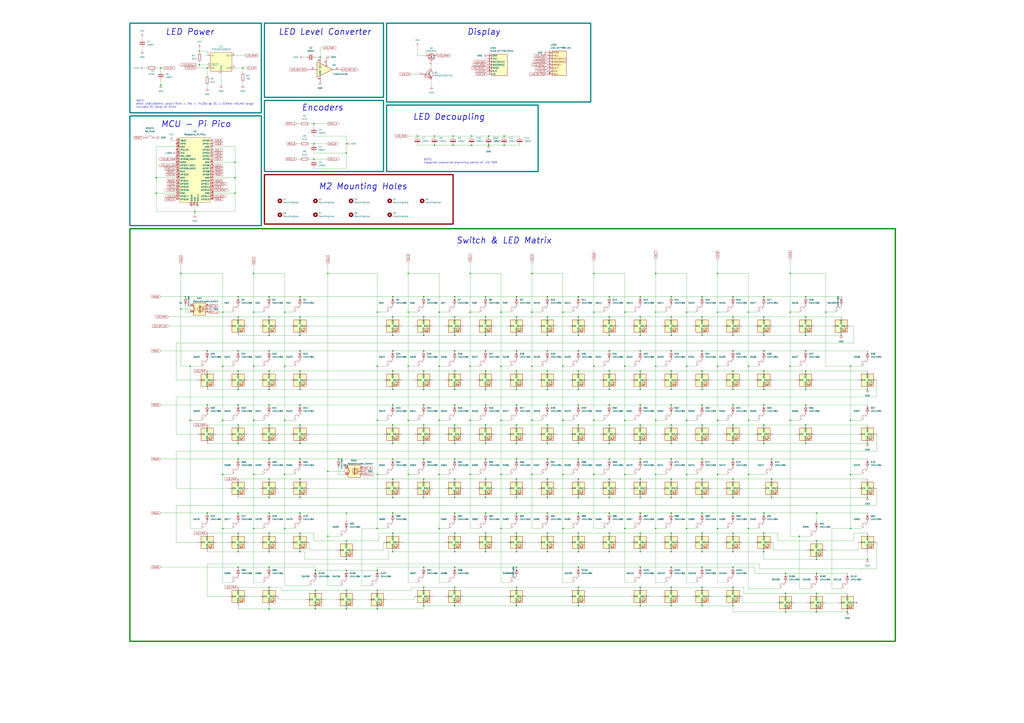
<source format=kicad_sch>
(kicad_sch (version 20230121) (generator eeschema)
  (paper "A1")
  (junction (at 309.88 389.89))
  (junction (at 220.98 377.19))
  (junction (at 614.68 434.34))
  (junction (at 627.38 438.15))
  (junction (at 601.98 377.19))
  (junction (at 208.28 300.99))
  (junction (at 182.88 389.89))
  (junction (at 373.38 438.15))
  (junction (at 398.78 421.64))
  (junction (at 220.98 453.39))
  (junction (at 449.58 377.19))
  (junction (at 576.58 304.8))
  (junction (at 474.98 288.29))
  (junction (at 284.48 444.5))
  (junction (at 220.98 275.59))
  (junction (at 525.78 260.35))
  (junction (at 132.08 55.88))
  (junction (at 360.68 300.99))
  (junction (at 589.28 434.34))
  (junction (at 500.38 260.35))
  (junction (at 576.58 320.04))
  (junction (at 563.88 256.54))
  (junction (at 474.98 408.94))
  (junction (at 284.48 459.74))
  (junction (at 538.48 434.34))
  (junction (at 414.02 111.76))
  (junction (at 373.38 332.74))
  (junction (at 398.78 377.19))
  (junction (at 309.88 434.34))
  (junction (at 576.58 482.6))
  (junction (at 233.68 300.99))
  (junction (at 373.38 497.84))
  (junction (at 698.5 300.99))
  (junction (at 373.38 453.39))
  (junction (at 589.28 300.99))
  (junction (at 278.13 377.19))
  (junction (at 373.38 421.64))
  (junction (at 182.88 300.99))
  (junction (at 462.28 300.99))
  (junction (at 259.08 468.63))
  (junction (at 424.18 438.15))
  (junction (at 322.58 421.64))
  (junction (at 424.18 349.25))
  (junction (at 576.58 349.25))
  (junction (at 347.98 320.04))
  (junction (at 627.38 243.84))
  (junction (at 347.98 275.59))
  (junction (at 474.98 453.39))
  (junction (at 563.88 300.99))
  (junction (at 372.11 119.38))
  (junction (at 525.78 393.7))
  (junction (at 513.08 389.89))
  (junction (at 322.58 260.35))
  (junction (at 322.58 393.7))
  (junction (at 309.88 256.54))
  (junction (at 645.16 502.92))
  (junction (at 220.98 332.74))
  (junction (at 500.38 332.74))
  (junction (at 576.58 332.74))
  (junction (at 356.87 119.38))
  (junction (at 462.28 256.54))
  (junction (at 347.98 332.74))
  (junction (at 627.38 332.74))
  (junction (at 487.68 256.54))
  (junction (at 387.35 111.76))
  (junction (at 411.48 345.44))
  (junction (at 500.38 320.04))
  (junction (at 360.68 389.89))
  (junction (at 259.08 500.38))
  (junction (at 500.38 393.7))
  (junction (at 373.38 364.49))
  (junction (at 414.02 119.38))
  (junction (at 398.78 453.39))
  (junction (at 347.98 408.94))
  (junction (at 373.38 243.84))
  (junction (at 627.38 453.39))
  (junction (at 424.18 332.74))
  (junction (at 208.28 224.79))
  (junction (at 436.88 224.79))
  (junction (at 411.48 434.34))
  (junction (at 246.38 288.29))
  (junction (at 500.38 453.39))
  (junction (at 386.08 224.79))
  (junction (at 373.38 275.59))
  (junction (at 401.32 111.76))
  (junction (at 563.88 434.34))
  (junction (at 246.38 275.59))
  (junction (at 576.58 421.64))
  (junction (at 160.02 173.99))
  (junction (at 284.48 421.64))
  (junction (at 220.98 466.09))
  (junction (at 424.18 260.35))
  (junction (at 525.78 332.74))
  (junction (at 220.98 260.35))
  (junction (at 474.98 320.04))
  (junction (at 474.98 349.25))
  (junction (at 601.98 243.84))
  (junction (at 347.98 304.8))
  (junction (at 551.18 332.74))
  (junction (at 195.58 349.25))
  (junction (at 322.58 349.25))
  (junction (at 398.78 349.25))
  (junction (at 601.98 364.49))
  (junction (at 246.38 408.94))
  (junction (at 208.28 256.54))
  (junction (at 462.28 389.89))
  (junction (at 220.98 408.94))
  (junction (at 424.18 275.59))
  (junction (at 690.88 275.59))
  (junction (at 195.58 377.19))
  (junction (at 601.98 320.04))
  (junction (at 156.21 345.44))
  (junction (at 601.98 260.35))
  (junction (at 513.08 300.99))
  (junction (at 525.78 438.15))
  (junction (at 335.28 224.79))
  (junction (at 322.58 438.15))
  (junction (at 424.18 393.7))
  (junction (at 246.38 438.15))
  (junction (at 246.38 453.39))
  (junction (at 576.58 393.7))
  (junction (at 601.98 275.59))
  (junction (at 462.28 345.44))
  (junction (at 627.38 320.04))
  (junction (at 269.24 387.35))
  (junction (at 347.98 260.35))
  (junction (at 500.38 421.64))
  (junction (at 220.98 243.84))
  (junction (at 322.58 288.29))
  (junction (at 398.78 408.94))
  (junction (at 246.38 393.7))
  (junction (at 309.88 485.14))
  (junction (at 500.38 349.25))
  (junction (at 551.18 377.19))
  (junction (at 661.67 320.04))
  (junction (at 373.38 260.35))
  (junction (at 373.38 482.6))
  (junction (at 163.83 41.91))
  (junction (at 195.58 320.04))
  (junction (at 424.18 466.09))
  (junction (at 449.58 364.49))
  (junction (at 347.98 466.09))
  (junction (at 576.58 438.15))
  (junction (at 398.78 243.84))
  (junction (at 284.48 485.14))
  (junction (at 551.18 304.8))
  (junction (at 356.87 111.76))
  (junction (at 360.68 434.34))
  (junction (at 576.58 408.94))
  (junction (at 551.18 453.39))
  (junction (at 661.67 260.35))
  (junction (at 220.98 421.64))
  (junction (at 474.98 497.84))
  (junction (at 500.38 275.59))
  (junction (at 589.28 224.79))
  (junction (at 614.68 345.44))
  (junction (at 449.58 421.64))
  (junction (at 551.18 438.15))
  (junction (at 474.98 243.84))
  (junction (at 322.58 364.49))
  (junction (at 347.98 243.84))
  (junction (at 373.38 349.25))
  (junction (at 322.58 275.59))
  (junction (at 525.78 421.64))
  (junction (at 257.81 101.6))
  (junction (at 220.98 304.8))
  (junction (at 195.58 288.29))
  (junction (at 661.67 349.25))
  (junction (at 525.78 349.25))
  (junction (at 474.98 393.7))
  (junction (at 347.98 377.19))
  (junction (at 182.88 345.44))
  (junction (at 462.28 434.34))
  (junction (at 601.98 497.84))
  (junction (at 208.28 434.34))
  (junction (at 525.78 320.04))
  (junction (at 449.58 288.29))
  (junction (at 525.78 288.29))
  (junction (at 525.78 497.84))
  (junction (at 576.58 243.84))
  (junction (at 233.68 434.34))
  (junction (at 695.96 502.92))
  (junction (at 648.97 345.44))
  (junction (at 500.38 243.84))
  (junction (at 576.58 453.39))
  (junction (at 360.68 345.44))
  (junction (at 474.98 377.19))
  (junction (at 614.68 300.99))
  (junction (at 525.78 466.09))
  (junction (at 449.58 453.39))
  (junction (at 398.78 288.29))
  (junction (at 538.48 300.99))
  (junction (at 661.67 243.84))
  (junction (at 614.68 389.89))
  (junction (at 661.67 332.74))
  (junction (at 398.78 438.15))
  (junction (at 128.27 146.05))
  (junction (at 386.08 300.99))
  (junction (at 648.97 300.99))
  (junction (at 474.98 421.64))
  (junction (at 246.38 364.49))
  (junction (at 449.58 304.8))
  (junction (at 436.88 389.89))
  (junction (at 246.38 377.19))
  (junction (at 309.88 300.99))
  (junction (at 487.68 300.99))
  (junction (at 246.38 243.84))
  (junction (at 436.88 256.54))
  (junction (at 360.68 256.54))
  (junction (at 436.88 300.99))
  (junction (at 670.56 487.68))
  (junction (at 500.38 364.49))
  (junction (at 633.73 393.7))
  (junction (at 563.88 389.89))
  (junction (at 347.98 349.25))
  (junction (at 525.78 364.49))
  (junction (at 538.48 345.44))
  (junction (at 487.68 345.44))
  (junction (at 195.58 304.8))
  (junction (at 373.38 288.29))
  (junction (at 670.56 421.64))
  (junction (at 474.98 364.49))
  (junction (at 398.78 320.04))
  (junction (at 233.68 389.89))
  (junction (at 257.81 130.81))
  (junction (at 411.48 300.99))
  (junction (at 538.48 389.89))
  (junction (at 170.18 55.88))
  (junction (at 424.18 377.19))
  (junction (at 648.97 256.54))
  (junction (at 347.98 482.6))
  (junction (at 347.98 288.29))
  (junction (at 424.18 408.94))
  (junction (at 601.98 332.74))
  (junction (at 411.48 389.89))
  (junction (at 386.08 389.89))
  (junction (at 424.18 364.49))
  (junction (at 513.08 345.44))
  (junction (at 373.38 320.04))
  (junction (at 633.73 377.19))
  (junction (at 589.28 389.89))
  (junction (at 551.18 288.29))
  (junction (at 576.58 260.35))
  (junction (at 233.68 345.44))
  (junction (at 335.28 300.99))
  (junction (at 322.58 243.84))
  (junction (at 712.47 364.49))
  (junction (at 322.58 332.74))
  (junction (at 551.18 320.04))
  (junction (at 670.56 459.74))
  (junction (at 246.38 260.35))
  (junction (at 712.47 408.94))
  (junction (at 372.11 111.76))
  (junction (at 424.18 288.29))
  (junction (at 563.88 345.44))
  (junction (at 449.58 349.25))
  (junction (at 670.56 502.92))
  (junction (at 335.28 345.44))
  (junction (at 474.98 332.74))
  (junction (at 513.08 256.54))
  (junction (at 601.98 288.29))
  (junction (at 170.18 288.29))
  (junction (at 182.88 434.34))
  (junction (at 474.98 275.59))
  (junction (at 284.48 125.73))
  (junction (at 525.78 304.8))
  (junction (at 411.48 256.54))
  (junction (at 474.98 304.8))
  (junction (at 347.98 393.7))
  (junction (at 335.28 256.54))
  (junction (at 373.38 393.7))
  (junction (at 387.35 119.38))
  (junction (at 601.98 393.7))
  (junction (at 661.67 288.29))
  (junction (at 257.81 118.11))
  (junction (at 474.98 482.6))
  (junction (at 551.18 497.84))
  (junction (at 182.88 256.54))
  (junction (at 525.78 408.94))
  (junction (at 525.78 453.39))
  (junction (at 500.38 304.8))
  (junction (at 220.98 288.29))
  (junction (at 208.28 389.89))
  (junction (at 678.18 256.54))
  (junction (at 601.98 408.94))
  (junction (at 551.18 349.25))
  (junction (at 284.48 468.63))
  (junction (at 347.98 364.49))
  (junction (at 424.18 243.84))
  (junction (at 614.68 256.54))
  (junction (at 195.58 453.39))
  (junction (at 661.67 304.8))
  (junction (at 645.16 471.17))
  (junction (at 386.08 345.44))
  (junction (at 373.38 408.94))
  (junction (at 398.78 304.8))
  (junction (at 576.58 466.09))
  (junction (at 525.78 482.6))
  (junction (at 284.48 118.11))
  (junction (at 670.56 471.17))
  (junction (at 627.38 288.29))
  (junction (at 601.98 438.15))
  (junction (at 309.88 500.38))
  (junction (at 627.38 421.64))
  (junction (at 633.73 408.94))
  (junction (at 487.68 224.79))
  (junction (at 500.38 377.19))
  (junction (at 698.5 434.34))
  (junction (at 195.58 243.84))
  (junction (at 474.98 438.15))
  (junction (at 601.98 349.25))
  (junction (at 322.58 304.8))
  (junction (at 246.38 320.04))
  (junction (at 513.08 434.34))
  (junction (at 601.98 482.6))
  (junction (at 656.59 440.69))
  (junction (at 398.78 275.59))
  (junction (at 322.58 377.19))
  (junction (at 148.59 254))
  (junction (at 246.38 349.25))
  (junction (at 589.28 256.54))
  (junction (at 576.58 288.29))
  (junction (at 449.58 393.7))
  (junction (at 195.58 260.35))
  (junction (at 525.78 377.19))
  (junction (at 220.98 482.6))
  (junction (at 424.18 304.8))
  (junction (at 576.58 497.84))
  (junction (at 551.18 466.09))
  (junction (at 398.78 260.35))
  (junction (at 401.32 119.38))
  (junction (at 449.58 260.35))
  (junction (at 474.98 466.09))
  (junction (at 148.59 224.79))
  (junction (at 233.68 256.54))
  (junction (at 670.56 444.5))
  (junction (at 220.98 349.25))
  (junction (at 398.78 393.7))
  (junction (at 551.18 260.35))
  (junction (at 627.38 349.25))
  (junction (at 195.58 364.49))
  (junction (at 601.98 453.39))
  (junction (at 698.5 345.44))
  (junction (at 551.18 408.94))
  (junction (at 386.08 256.54))
  (junction (at 474.98 260.35))
  (junction (at 373.38 304.8))
  (junction (at 259.08 485.14))
  (junction (at 601.98 466.09))
  (junction (at 424.18 497.84))
  (junction (at 648.97 224.79))
  (junction (at 712.47 459.74))
  (junction (at 698.5 389.89))
  (junction (at 424.18 320.04))
  (junction (at 449.58 320.04))
  (junction (at 712.47 320.04))
  (junction (at 551.18 482.6))
  (junction (at 195.58 332.74))
  (junction (at 335.28 389.89))
  (junction (at 373.38 466.09))
  (junction (at 500.38 288.29))
  (junction (at 163.83 53.34))
  (junction (at 424.18 482.6))
  (junction (at 627.38 260.35))
  (junction (at 199.39 55.88))
  (junction (at 220.98 393.7))
  (junction (at 500.38 408.94))
  (junction (at 589.28 345.44))
  (junction (at 576.58 275.59))
  (junction (at 342.9 111.76))
  (junction (at 551.18 364.49))
  (junction (at 525.78 243.84))
  (junction (at 398.78 332.74))
  (junction (at 525.78 275.59))
  (junction (at 220.98 438.15))
  (junction (at 262.89 46.99))
  (junction (at 195.58 421.64))
  (junction (at 436.88 345.44))
  (junction (at 128.27 158.75))
  (junction (at 449.58 438.15))
  (junction (at 193.04 133.35))
  (junction (at 309.88 468.63))
  (junction (at 220.98 500.38))
  (junction (at 220.98 364.49))
  (junction (at 500.38 438.15))
  (junction (at 601.98 421.64))
  (junction (at 576.58 377.19))
  (junction (at 449.58 275.59))
  (junction (at 449.58 408.94))
  (junction (at 246.38 304.8))
  (junction (at 627.38 275.59))
  (junction (at 627.38 364.49))
  (junction (at 601.98 304.8))
  (junction (at 449.58 243.84))
  (junction (at 269.24 440.69))
  (junction (at 195.58 438.15))
  (junction (at 661.67 364.49))
  (junction (at 284.48 500.38))
  (junction (at 170.18 421.64))
  (junction (at 309.88 345.44))
  (junction (at 538.48 224.79))
  (junction (at 551.18 393.7))
  (junction (at 208.28 345.44))
  (junction (at 645.16 487.68))
  (junction (at 152.4 243.84))
  (junction (at 551.18 275.59))
  (junction (at 193.04 158.75))
  (junction (at 424.18 453.39))
  (junction (at 398.78 364.49))
  (junction (at 322.58 320.04))
  (junction (at 487.68 389.89))
  (junction (at 195.58 466.09))
  (junction (at 132.08 69.85))
  (junction (at 193.04 146.05))
  (junction (at 661.67 275.59))
  (junction (at 538.48 256.54))
  (junction (at 322.58 453.39))
  (junction (at 373.38 377.19))
  (junction (at 449.58 332.74))
  (junction (at 576.58 364.49))
  (junction (at 269.24 224.79))
  (junction (at 347.98 497.84))
  (junction (at 551.18 421.64))
  (junction (at 551.18 243.84))
  (junction (at 246.38 332.74))
  (junction (at 170.18 332.74))
  (junction (at 322.58 408.94))
  (junction (at 220.98 320.04))
  (junction (at 246.38 421.64))
  (junction (at 156.21 300.99))
  (junction (at 424.18 421.64))
  (junction (at 627.38 304.8))
  (no_connect (at 144.78 128.27))
  (no_connect (at 162.56 168.91))
  (no_connect (at 157.48 168.91))
  (no_connect (at 703.58 495.3))
  (no_connect (at 144.78 118.11))
  (no_connect (at 144.78 133.35))
  (no_connect (at 144.78 123.19))
  (wire (pts (xy 576.58 288.29) (xy 601.98 288.29)))
  (wire (pts (xy 436.88 215.9) (xy 436.88 224.79)))
  (wire (pts (xy 373.38 421.64) (xy 398.78 421.64)))
  (wire (pts (xy 398.78 275.59) (xy 424.18 275.59)))
  (wire (pts (xy 576.58 482.6) (xy 601.98 482.6)))
  (wire (pts (xy 589.28 213.36) (xy 589.28 224.79)))
  (wire (pts (xy 208.28 218.44) (xy 208.28 224.79)))
  (wire (pts (xy 449.58 288.29) (xy 474.98 288.29)))
  (wire (pts (xy 398.78 304.8) (xy 424.18 304.8)))
  (wire (pts (xy 576.58 243.84) (xy 601.98 243.84)))
  (wire (pts (xy 538.48 389.89) (xy 546.1 389.89)))
  (wire (pts (xy 670.56 502.92) (xy 695.96 502.92)))
  (wire (pts (xy 373.38 466.09) (xy 424.18 466.09)))
  (wire (pts (xy 656.59 440.69) (xy 665.48 440.69)))
  (wire (pts (xy 278.13 389.89) (xy 283.21 389.89)))
  (wire (pts (xy 354.33 66.04) (xy 354.33 71.12)))
  (wire (pts (xy 449.58 408.94) (xy 474.98 408.94)))
  (wire (pts (xy 195.58 288.29) (xy 220.98 288.29)))
  (wire (pts (xy 360.68 345.44) (xy 368.3 345.44)))
  (wire (pts (xy 335.28 300.99) (xy 342.9 300.99)))
  (wire (pts (xy 398.78 438.15) (xy 424.18 438.15)))
  (wire (pts (xy 360.68 389.89) (xy 360.68 434.34)))
  (wire (pts (xy 500.38 377.19) (xy 525.78 377.19)))
  (wire (pts (xy 462.28 300.99) (xy 462.28 345.44)))
  (wire (pts (xy 254 312.42) (xy 314.96 312.42)))
  (wire (pts (xy 558.8 267.97) (xy 568.96 267.97)))
  (wire (pts (xy 259.08 46.99) (xy 262.89 46.99)))
  (wire (pts (xy 513.08 434.34) (xy 520.7 434.34)))
  (wire (pts (xy 398.78 260.35) (xy 424.18 260.35)))
  (wire (pts (xy 462.28 345.44) (xy 469.9 345.44)))
  (wire (pts (xy 138.43 260.35) (xy 195.58 260.35)))
  (wire (pts (xy 411.48 389.89) (xy 411.48 434.34)))
  (wire (pts (xy 398.78 243.84) (xy 424.18 243.84)))
  (wire (pts (xy 538.48 345.44) (xy 538.48 389.89)))
  (wire (pts (xy 257.81 130.81) (xy 269.24 130.81)))
  (wire (pts (xy 322.58 377.19) (xy 347.98 377.19)))
  (wire (pts (xy 627.38 260.35) (xy 661.67 260.35)))
  (wire (pts (xy 525.78 320.04) (xy 551.18 320.04)))
  (wire (pts (xy 601.98 260.35) (xy 627.38 260.35)))
  (wire (pts (xy 648.97 256.54) (xy 648.97 300.99)))
  (wire (pts (xy 538.48 434.34) (xy 546.1 434.34)))
  (wire (pts (xy 208.28 300.99) (xy 208.28 345.44)))
  (wire (pts (xy 635 356.87) (xy 654.05 356.87)))
  (wire (pts (xy 661.67 275.59) (xy 690.88 275.59)))
  (wire (pts (xy 148.59 224.79) (xy 148.59 254)))
  (wire (pts (xy 233.68 434.34) (xy 233.68 481.33)))
  (wire (pts (xy 698.5 300.99) (xy 707.39 300.99)))
  (wire (pts (xy 170.18 320.04) (xy 195.58 320.04)))
  (wire (pts (xy 589.28 478.79) (xy 596.9 478.79)))
  (wire (pts (xy 436.88 256.54) (xy 436.88 300.99)))
  (wire (pts (xy 601.98 482.6) (xy 610.87 482.6)))
  (wire (pts (xy 175.26 146.05) (xy 193.04 146.05)))
  (wire (pts (xy 571.5 256.54) (xy 563.88 256.54)))
  (wire (pts (xy 373.38 408.94) (xy 398.78 408.94)))
  (wire (pts (xy 551.18 364.49) (xy 576.58 364.49)))
  (wire (pts (xy 284.48 444.5) (xy 311.15 444.5)))
  (wire (pts (xy 656.59 440.69) (xy 656.59 483.87)))
  (wire (pts (xy 500.38 304.8) (xy 525.78 304.8)))
  (wire (pts (xy 627.38 243.84) (xy 661.67 243.84)))
  (wire (pts (xy 633.73 408.94) (xy 712.47 408.94)))
  (wire (pts (xy 576.58 438.15) (xy 601.98 438.15)))
  (wire (pts (xy 156.21 254) (xy 148.59 254)))
  (wire (pts (xy 678.18 224.79) (xy 678.18 256.54)))
  (wire (pts (xy 627.38 453.39) (xy 627.38 459.74)))
  (wire (pts (xy 233.68 481.33) (xy 254 481.33)))
  (wire (pts (xy 373.38 275.59) (xy 398.78 275.59)))
  (wire (pts (xy 551.18 243.84) (xy 576.58 243.84)))
  (wire (pts (xy 474.98 408.94) (xy 500.38 408.94)))
  (wire (pts (xy 508 401.32) (xy 518.16 401.32)))
  (wire (pts (xy 231.14 482.6) (xy 231.14 485.14)))
  (wire (pts (xy 424.18 482.6) (xy 474.98 482.6)))
  (wire (pts (xy 424.18 421.64) (xy 449.58 421.64)))
  (wire (pts (xy 411.48 389.89) (xy 419.1 389.89)))
  (wire (pts (xy 627.38 320.04) (xy 661.67 320.04)))
  (wire (pts (xy 698.5 345.44) (xy 698.5 389.89)))
  (wire (pts (xy 648.97 300.99) (xy 648.97 345.44)))
  (wire (pts (xy 257.81 101.6) (xy 269.24 101.6)))
  (wire (pts (xy 411.48 434.34) (xy 419.1 434.34)))
  (wire (pts (xy 373.38 393.7) (xy 398.78 393.7)))
  (wire (pts (xy 257.81 111.76) (xy 284.48 111.76)))
  (wire (pts (xy 698.5 389.89) (xy 698.5 434.34)))
  (wire (pts (xy 513.08 389.89) (xy 520.7 389.89)))
  (wire (pts (xy 257.81 101.6) (xy 257.81 104.14)))
  (wire (pts (xy 500.38 349.25) (xy 525.78 349.25)))
  (wire (pts (xy 160.02 168.91) (xy 160.02 173.99)))
  (wire (pts (xy 424.18 332.74) (xy 449.58 332.74)))
  (wire (pts (xy 436.88 345.44) (xy 436.88 389.89)))
  (wire (pts (xy 398.78 364.49) (xy 424.18 364.49)))
  (wire (pts (xy 243.84 101.6) (xy 246.38 101.6)))
  (wire (pts (xy 576.58 349.25) (xy 601.98 349.25)))
  (wire (pts (xy 500.38 288.29) (xy 525.78 288.29)))
  (wire (pts (xy 614.68 389.89) (xy 628.65 389.89)))
  (wire (pts (xy 474.98 466.09) (xy 525.78 466.09)))
  (wire (pts (xy 373.38 332.74) (xy 398.78 332.74)))
  (wire (pts (xy 220.98 482.6) (xy 231.14 482.6)))
  (wire (pts (xy 144.78 281.94) (xy 144.78 312.42)))
  (wire (pts (xy 551.18 408.94) (xy 576.58 408.94)))
  (wire (pts (xy 152.4 251.46) (xy 152.4 256.54)))
  (wire (pts (xy 398.78 332.74) (xy 424.18 332.74)))
  (wire (pts (xy 220.98 260.35) (xy 246.38 260.35)))
  (wire (pts (xy 246.38 364.49) (xy 322.58 364.49)))
  (wire (pts (xy 678.18 300.99) (xy 698.5 300.99)))
  (wire (pts (xy 584.2 267.97) (xy 594.36 267.97)))
  (wire (pts (xy 551.18 304.8) (xy 576.58 304.8)))
  (wire (pts (xy 246.38 288.29) (xy 322.58 288.29)))
  (wire (pts (xy 148.59 254) (xy 148.59 300.99)))
  (wire (pts (xy 648.97 345.44) (xy 648.97 440.69)))
  (wire (pts (xy 669.29 267.97) (xy 683.26 267.97)))
  (wire (pts (xy 347.98 393.7) (xy 373.38 393.7)))
  (wire (pts (xy 228.6 267.97) (xy 238.76 267.97)))
  (wire (pts (xy 457.2 401.32) (xy 467.36 401.32)))
  (wire (pts (xy 182.88 224.79) (xy 182.88 256.54)))
  (wire (pts (xy 619.76 466.09) (xy 619.76 471.17)))
  (wire (pts (xy 487.68 345.44) (xy 487.68 389.89)))
  (wire (pts (xy 373.38 497.84) (xy 424.18 497.84)))
  (wire (pts (xy 576.58 408.94) (xy 601.98 408.94)))
  (wire (pts (xy 257.81 138.43) (xy 284.48 138.43)))
  (wire (pts (xy 160.02 173.99) (xy 160.02 176.53)))
  (wire (pts (xy 462.28 434.34) (xy 469.9 434.34)))
  (wire (pts (xy 609.6 401.32) (xy 626.11 401.32)))
  (wire (pts (xy 533.4 267.97) (xy 543.56 267.97)))
  (wire (pts (xy 525.78 288.29) (xy 551.18 288.29)))
  (wire (pts (xy 309.88 466.09) (xy 347.98 466.09)))
  (wire (pts (xy 551.18 288.29) (xy 576.58 288.29)))
  (wire (pts (xy 144.78 401.32) (xy 187.96 401.32)))
  (wire (pts (xy 144.78 326.39) (xy 720.09 326.39)))
  (wire (pts (xy 322.58 243.84) (xy 347.98 243.84)))
  (wire (pts (xy 233.68 224.79) (xy 233.68 256.54)))
  (wire (pts (xy 563.88 345.44) (xy 563.88 389.89)))
  (wire (pts (xy 182.88 434.34) (xy 190.5 434.34)))
  (wire (pts (xy 513.08 478.79) (xy 520.7 478.79)))
  (wire (pts (xy 431.8 445.77) (xy 441.96 445.77)))
  (wire (pts (xy 381 312.42) (xy 391.16 312.42)))
  (wire (pts (xy 584.2 312.42) (xy 594.36 312.42)))
  (wire (pts (xy 474.98 438.15) (xy 500.38 438.15)))
  (wire (pts (xy 601.98 332.74) (xy 627.38 332.74)))
  (wire (pts (xy 474.98 421.64) (xy 500.38 421.64)))
  (wire (pts (xy 661.67 260.35) (xy 690.88 260.35)))
  (wire (pts (xy 170.18 453.39) (xy 195.58 453.39)))
  (wire (pts (xy 614.68 434.34) (xy 614.68 483.87)))
  (wire (pts (xy 584.2 401.32) (xy 594.36 401.32)))
  (wire (pts (xy 610.87 482.6) (xy 610.87 487.68)))
  (wire (pts (xy 627.38 275.59) (xy 661.67 275.59)))
  (wire (pts (xy 386.08 224.79) (xy 411.48 224.79)))
  (wire (pts (xy 513.08 389.89) (xy 513.08 434.34)))
  (wire (pts (xy 563.88 224.79) (xy 538.48 224.79)))
  (wire (pts (xy 342.9 38.1) (xy 342.9 45.72)))
  (wire (pts (xy 177.8 445.77) (xy 187.96 445.77)))
  (wire (pts (xy 182.88 434.34) (xy 182.88 478.79)))
  (wire (pts (xy 233.68 434.34) (xy 241.3 434.34)))
  (wire (pts (xy 254 445.77) (xy 254 452.12)))
  (wire (pts (xy 144.78 158.75) (xy 128.27 158.75)))
  (wire (pts (xy 449.58 349.25) (xy 474.98 349.25)))
  (wire (pts (xy 449.58 304.8) (xy 474.98 304.8)))
  (wire (pts (xy 436.88 224.79) (xy 462.28 224.79)))
  (wire (pts (xy 356.87 111.76) (xy 372.11 111.76)))
  (wire (pts (xy 335.28 389.89) (xy 342.9 389.89)))
  (wire (pts (xy 208.28 224.79) (xy 208.28 256.54)))
  (wire (pts (xy 648.97 256.54) (xy 656.59 256.54)))
  (wire (pts (xy 193.04 133.35) (xy 193.04 146.05)))
  (wire (pts (xy 233.68 345.44) (xy 241.3 345.44)))
  (wire (pts (xy 627.38 288.29) (xy 661.67 288.29)))
  (wire (pts (xy 720.09 356.87) (xy 720.09 370.84)))
  (wire (pts (xy 257.81 118.11) (xy 269.24 118.11)))
  (wire (pts (xy 487.68 224.79) (xy 487.68 256.54)))
  (wire (pts (xy 533.4 445.77) (xy 543.56 445.77)))
  (wire (pts (xy 208.28 224.79) (xy 233.68 224.79)))
  (wire (pts (xy 670.56 421.64) (xy 712.47 421.64)))
  (wire (pts (xy 487.68 224.79) (xy 513.08 224.79)))
  (wire (pts (xy 601.98 497.84) (xy 601.98 502.92)))
  (wire (pts (xy 220.98 500.38) (xy 259.08 500.38)))
  (wire (pts (xy 551.18 349.25) (xy 576.58 349.25)))
  (wire (pts (xy 381 401.32) (xy 391.16 401.32)))
  (wire (pts (xy 487.68 256.54) (xy 487.68 300.99)))
  (wire (pts (xy 330.2 401.32) (xy 340.36 401.32)))
  (wire (pts (xy 233.68 389.89) (xy 241.3 389.89)))
  (wire (pts (xy 203.2 267.97) (xy 213.36 267.97)))
  (wire (pts (xy 250.19 453.39) (xy 250.19 459.74)))
  (wire (pts (xy 508 356.87) (xy 518.16 356.87)))
  (wire (pts (xy 182.88 256.54) (xy 190.5 256.54)))
  (wire (pts (xy 220.98 332.74) (xy 246.38 332.74)))
  (wire (pts (xy 513.08 345.44) (xy 520.7 345.44)))
  (wire (pts (xy 309.88 224.79) (xy 309.88 256.54)))
  (wire (pts (xy 381 356.87) (xy 391.16 356.87)))
  (wire (pts (xy 398.78 349.25) (xy 424.18 349.25)))
  (wire (pts (xy 144.78 415.29) (xy 144.78 445.77)))
  (wire (pts (xy 322.58 408.94) (xy 347.98 408.94)))
  (wire (pts (xy 170.18 41.91) (xy 170.18 45.72)))
  (wire (pts (xy 589.28 224.79) (xy 589.28 256.54)))
  (wire (pts (xy 701.04 267.97) (xy 698.5 267.97)))
  (wire (pts (xy 138.43 267.97) (xy 187.96 267.97)))
  (wire (pts (xy 525.78 364.49) (xy 551.18 364.49)))
  (wire (pts (xy 474.98 304.8) (xy 500.38 304.8)))
  (wire (pts (xy 309.88 345.44) (xy 309.88 389.89)))
  (wire (pts (xy 347.98 497.84) (xy 373.38 497.84)))
  (wire (pts (xy 156.21 251.46) (xy 156.21 254)))
  (wire (pts (xy 614.68 224.79) (xy 614.68 256.54)))
  (wire (pts (xy 335.28 300.99) (xy 335.28 345.44)))
  (wire (pts (xy 269.24 224.79) (xy 309.88 224.79)))
  (wire (pts (xy 576.58 364.49) (xy 601.98 364.49)))
  (wire (pts (xy 424.18 275.59) (xy 449.58 275.59)))
  (wire (pts (xy 283.21 387.35) (xy 269.24 387.35)))
  (wire (pts (xy 360.68 300.99) (xy 368.3 300.99)))
  (wire (pts (xy 698.5 389.89) (xy 707.39 389.89)))
  (wire (pts (xy 401.32 111.76) (xy 414.02 111.76)))
  (wire (pts (xy 474.98 349.25) (xy 500.38 349.25)))
  (wire (pts (xy 195.58 364.49) (xy 220.98 364.49)))
  (wire (pts (xy 208.28 434.34) (xy 215.9 434.34)))
  (wire (pts (xy 372.11 119.38) (xy 387.35 119.38)))
  (wire (pts (xy 156.21 300.99) (xy 156.21 345.44)))
  (wire (pts (xy 144.78 370.84) (xy 144.78 401.32)))
  (wire (pts (xy 576.58 304.8) (xy 601.98 304.8)))
  (wire (pts (xy 525.78 453.39) (xy 551.18 453.39)))
  (wire (pts (xy 401.32 119.38) (xy 414.02 119.38)))
  (wire (pts (xy 246.38 260.35) (xy 322.58 260.35)))
  (wire (pts (xy 318.77 459.74) (xy 318.77 453.39)))
  (wire (pts (xy 228.6 492.76) (xy 251.46 492.76)))
  (wire (pts (xy 424.18 497.84) (xy 474.98 497.84)))
  (wire (pts (xy 563.88 300.99) (xy 571.5 300.99)))
  (wire (pts (xy 645.16 471.17) (xy 670.56 471.17)))
  (wire (pts (xy 601.98 421.64) (xy 627.38 421.64)))
  (wire (pts (xy 704.85 452.12) (xy 704.85 445.77)))
  (wire (pts (xy 525.78 243.84) (xy 551.18 243.84)))
  (wire (pts (xy 132.08 243.84) (xy 152.4 243.84)))
  (wire (pts (xy 128.27 120.65) (xy 128.27 146.05)))
  (wire (pts (xy 576.58 497.84) (xy 601.98 497.84)))
  (wire (pts (xy 601.98 349.25) (xy 627.38 349.25)))
  (wire (pts (xy 576.58 377.19) (xy 601.98 377.19)))
  (wire (pts (xy 161.29 55.88) (xy 170.18 55.88)))
  (wire (pts (xy 156.21 345.44) (xy 156.21 434.34)))
  (wire (pts (xy 322.58 438.15) (xy 373.38 438.15)))
  (wire (pts (xy 257.81 438.15) (xy 257.81 444.5)))
  (wire (pts (xy 220.98 393.7) (xy 246.38 393.7)))
  (wire (pts (xy 170.18 349.25) (xy 195.58 349.25)))
  (wire (pts (xy 701.04 438.15) (xy 712.47 438.15)))
  (wire (pts (xy 360.68 256.54) (xy 360.68 300.99)))
  (wire (pts (xy 309.88 389.89) (xy 317.5 389.89)))
  (wire (pts (xy 360.68 434.34) (xy 360.68 478.79)))
  (wire (pts (xy 269.24 387.35) (xy 269.24 440.69)))
  (wire (pts (xy 525.78 393.7) (xy 551.18 393.7)))
  (wire (pts (xy 661.67 364.49) (xy 712.47 364.49)))
  (wire (pts (xy 195.58 500.38) (xy 220.98 500.38)))
  (wire (pts (xy 335.28 389.89) (xy 335.28 478.79)))
  (wire (pts (xy 627.38 421.64) (xy 670.56 421.64)))
  (wire (pts (xy 199.39 67.31) (xy 199.39 69.85)))
  (wire (pts (xy 170.18 463.55) (xy 623.57 463.55)))
  (wire (pts (xy 309.88 389.89) (xy 309.88 434.34)))
  (wire (pts (xy 670.56 487.68) (xy 695.96 487.68)))
  (wire (pts (xy 330.2 445.77) (xy 365.76 445.77)))
  (wire (pts (xy 513.08 256.54) (xy 520.7 256.54)))
  (wire (pts (xy 170.18 364.49) (xy 195.58 364.49)))
  (wire (pts (xy 406.4 267.97) (xy 416.56 267.97)))
  (wire (pts (xy 386.08 256.54) (xy 393.7 256.54)))
  (wire (pts (xy 373.38 377.19) (xy 398.78 377.19)))
  (wire (pts (xy 482.6 401.32) (xy 492.76 401.32)))
  (wire (pts (xy 436.88 389.89) (xy 444.5 389.89)))
  (wire (pts (xy 347.98 349.25) (xy 373.38 349.25)))
  (wire (pts (xy 661.67 332.74) (xy 712.47 332.74)))
  (wire (pts (xy 670.56 459.74) (xy 712.47 459.74)))
  (wire (pts (xy 508 312.42) (xy 518.16 312.42)))
  (wire (pts (xy 584.2 490.22) (xy 594.36 490.22)))
  (wire (pts (xy 360.68 389.89) (xy 368.3 389.89)))
  (wire (pts (xy 457.2 312.42) (xy 467.36 312.42)))
  (wire (pts (xy 208.28 345.44) (xy 215.9 345.44)))
  (wire (pts (xy 170.18 304.8) (xy 195.58 304.8)))
  (wire (pts (xy 424.18 466.09) (xy 474.98 466.09)))
  (wire (pts (xy 449.58 243.84) (xy 474.98 243.84)))
  (wire (pts (xy 533.4 356.87) (xy 543.56 356.87)))
  (wire (pts (xy 627.38 349.25) (xy 661.67 349.25)))
  (wire (pts (xy 195.58 393.7) (xy 220.98 393.7)))
  (wire (pts (xy 203.2 401.32) (xy 213.36 401.32)))
  (wire (pts (xy 670.56 471.17) (xy 695.96 471.17)))
  (wire (pts (xy 533.4 490.22) (xy 543.56 490.22)))
  (wire (pts (xy 648.97 224.79) (xy 678.18 224.79)))
  (wire (pts (xy 163.83 41.91) (xy 170.18 41.91)))
  (wire (pts (xy 144.78 445.77) (xy 162.56 445.77)))
  (wire (pts (xy 462.28 224.79) (xy 462.28 256.54)))
  (wire (pts (xy 406.4 401.32) (xy 416.56 401.32)))
  (wire (pts (xy 347.98 332.74) (xy 373.38 332.74)))
  (wire (pts (xy 233.68 256.54) (xy 241.3 256.54)))
  (wire (pts (xy 372.11 111.76) (xy 387.35 111.76)))
  (wire (pts (xy 614.68 300.99) (xy 622.3 300.99)))
  (wire (pts (xy 589.28 300.99) (xy 596.9 300.99)))
  (wire (pts (xy 641.35 401.32) (xy 704.85 401.32)))
  (wire (pts (xy 411.48 434.34) (xy 411.48 478.79)))
  (wire (pts (xy 525.78 377.19) (xy 551.18 377.19)))
  (wire (pts (xy 487.68 345.44) (xy 495.3 345.44)))
  (wire (pts (xy 525.78 438.15) (xy 551.18 438.15)))
  (wire (pts (xy 661.67 320.04) (xy 712.47 320.04)))
  (wire (pts (xy 601.98 393.7) (xy 633.73 393.7)))
  (wire (pts (xy 627.38 459.74) (xy 670.56 459.74)))
  (wire (pts (xy 500.38 421.64) (xy 525.78 421.64)))
  (wire (pts (xy 398.78 421.64) (xy 424.18 421.64)))
  (wire (pts (xy 246.38 320.04) (xy 322.58 320.04)))
  (wire (pts (xy 601.98 438.15) (xy 627.38 438.15)))
  (wire (pts (xy 335.28 256.54) (xy 335.28 300.99)))
  (wire (pts (xy 563.88 256.54) (xy 563.88 224.79)))
  (wire (pts (xy 576.58 453.39) (xy 601.98 453.39)))
  (wire (pts (xy 589.28 300.99) (xy 589.28 345.44)))
  (wire (pts (xy 474.98 275.59) (xy 500.38 275.59)))
  (wire (pts (xy 551.18 275.59) (xy 576.58 275.59)))
  (wire (pts (xy 335.28 111.76) (xy 342.9 111.76)))
  (wire (pts (xy 487.68 214.63) (xy 487.68 224.79)))
  (wire (pts (xy 538.48 224.79) (xy 538.48 256.54)))
  (wire (pts (xy 373.38 304.8) (xy 398.78 304.8)))
  (wire (pts (xy 601.98 304.8) (xy 627.38 304.8)))
  (wire (pts (xy 193.04 120.65) (xy 193.04 133.35)))
  (wire (pts (xy 701.04 444.5) (xy 701.04 438.15)))
  (wire (pts (xy 563.88 434.34) (xy 571.5 434.34)))
  (wire (pts (xy 474.98 260.35) (xy 500.38 260.35)))
  (wire (pts (xy 322.58 421.64) (xy 373.38 421.64)))
  (wire (pts (xy 610.87 487.68) (xy 645.16 487.68)))
  (wire (pts (xy 589.28 434.34) (xy 589.28 478.79)))
  (wire (pts (xy 487.68 389.89) (xy 495.3 389.89)))
  (wire (pts (xy 635 445.77) (xy 635 452.12)))
  (wire (pts (xy 243.84 118.11) (xy 246.38 118.11)))
  (wire (pts (xy 513.08 300.99) (xy 520.7 300.99)))
  (wire (pts (xy 373.38 438.15) (xy 398.78 438.15)))
  (wire (pts (xy 525.78 349.25) (xy 551.18 349.25)))
  (wire (pts (xy 645.16 502.92) (xy 670.56 502.92)))
  (wire (pts (xy 589.28 389.89) (xy 596.9 389.89)))
  (wire (pts (xy 623.57 467.36) (xy 623.57 463.55)))
  (wire (pts (xy 449.58 421.64) (xy 474.98 421.64)))
  (wire (pts (xy 635 312.42) (xy 654.05 312.42)))
  (wire (pts (xy 284.48 421.64) (xy 322.58 421.64)))
  (wire (pts (xy 322.58 288.29) (xy 347.98 288.29)))
  (wire (pts (xy 411.48 300.99) (xy 411.48 345.44)))
  (wire (pts (xy 373.38 320.04) (xy 398.78 320.04)))
  (wire (pts (xy 589.28 389.89) (xy 589.28 434.34)))
  (wire (pts (xy 601.98 466.09) (xy 619.76 466.09)))
  (wire (pts (xy 601.98 275.59) (xy 627.38 275.59)))
  (wire (pts (xy 661.67 288.29) (xy 712.47 288.29)))
  (wire (pts (xy 386.08 345.44) (xy 386.08 389.89)))
  (wire (pts (xy 337.82 60.96) (xy 344.17 60.96)))
  (wire (pts (xy 347.98 260.35) (xy 373.38 260.35)))
  (wire (pts (xy 513.08 300.99) (xy 513.08 345.44)))
  (wire (pts (xy 538.48 434.34) (xy 538.48 478.79)))
  (wire (pts (xy 144.78 370.84) (xy 720.09 370.84)))
  (wire (pts (xy 203.2 55.88) (xy 199.39 55.88)))
  (wire (pts (xy 195.58 438.15) (xy 220.98 438.15)))
  (wire (pts (xy 181.61 69.85) (xy 181.61 60.96)))
  (wire (pts (xy 487.68 256.54) (xy 495.3 256.54)))
  (wire (pts (xy 462.28 300.99) (xy 469.9 300.99)))
  (wire (pts (xy 462.28 434.34) (xy 462.28 478.79)))
  (wire (pts (xy 601.98 288.29) (xy 627.38 288.29)))
  (wire (pts (xy 601.98 453.39) (xy 627.38 453.39)))
  (wire (pts (xy 132.08 377.19) (xy 195.58 377.19)))
  (wire (pts (xy 373.38 482.6) (xy 424.18 482.6)))
  (wire (pts (xy 292.1 492.76) (xy 302.26 492.76)))
  (wire (pts (xy 462.28 256.54) (xy 462.28 300.99)))
  (wire (pts (xy 609.6 490.22) (xy 609.6 495.3)))
  (wire (pts (xy 278.13 384.81) (xy 278.13 389.89)))
  (wire (pts (xy 283.21 384.81) (xy 283.21 387.35)))
  (wire (pts (xy 116.84 39.37) (xy 116.84 41.91)))
  (wire (pts (xy 220.98 275.59) (xy 246.38 275.59)))
  (wire (pts (xy 262.89 39.37) (xy 262.89 46.99)))
  (wire (pts (xy 373.38 288.29) (xy 398.78 288.29)))
  (wire (pts (xy 424.18 243.84) (xy 449.58 243.84)))
  (wire (pts (xy 340.36 490.22) (xy 340.36 492.76)))
  (wire (pts (xy 614.68 389.89) (xy 614.68 434.34)))
  (wire (pts (xy 246.38 408.94) (xy 322.58 408.94)))
  (wire (pts (xy 538.48 256.54) (xy 538.48 300.99)))
  (wire (pts (xy 340.36 492.76) (xy 317.5 492.76)))
  (wire (pts (xy 246.38 438.15) (xy 257.81 438.15)))
  (wire (pts (xy 576.58 320.04) (xy 601.98 320.04)))
  (wire (pts (xy 284.48 421.64) (xy 284.48 427.99)))
  (wire (pts (xy 156.21 300.99) (xy 165.1 300.99)))
  (wire (pts (xy 208.28 300.99) (xy 215.9 300.99)))
  (wire (pts (xy 411.48 224.79) (xy 411.48 256.54)))
  (wire (pts (xy 335.28 345.44) (xy 342.9 345.44)))
  (wire (pts (xy 132.08 55.88) (xy 132.08 58.42)))
  (wire (pts (xy 414.02 119.38) (xy 426.72 119.38)))
  (wire (pts (xy 314.96 452.12) (xy 292.1 452.12)))
  (wire (pts (xy 132.08 55.88) (xy 134.62 55.88)))
  (wire (pts (xy 347.98 364.49) (xy 373.38 364.49)))
  (wire (pts (xy 156.21 434.34) (xy 165.1 434.34)))
  (wire (pts (xy 698.5 345.44) (xy 707.39 345.44)))
  (wire (pts (xy 170.18 288.29) (xy 195.58 288.29)))
  (wire (pts (xy 342.9 45.72) (xy 349.25 45.72)))
  (wire (pts (xy 474.98 497.84) (xy 525.78 497.84)))
  (wire (pts (xy 449.58 332.74) (xy 474.98 332.74)))
  (wire (pts (xy 474.98 320.04) (xy 500.38 320.04)))
  (wire (pts (xy 638.81 444.5) (xy 670.56 444.5)))
  (wire (pts (xy 398.78 453.39) (xy 424.18 453.39)))
  (wire (pts (xy 144.78 281.94) (xy 701.04 281.94)))
  (wire (pts (xy 254 267.97) (xy 314.96 267.97)))
  (wire (pts (xy 148.59 217.17) (xy 148.59 224.79)))
  (wire (pts (xy 411.48 478.79) (xy 419.1 478.79)))
  (wire (pts (xy 248.92 46.99) (xy 251.46 46.99)))
  (wire (pts (xy 424.18 364.49) (xy 449.58 364.49)))
  (wire (pts (xy 163.83 53.34) (xy 170.18 53.34)))
  (wire (pts (xy 457.2 356.87) (xy 467.36 356.87)))
  (wire (pts (xy 424.18 260.35) (xy 449.58 260.35)))
  (wire (pts (xy 387.35 119.38) (xy 401.32 119.38)))
  (wire (pts (xy 297.18 481.33) (xy 304.8 481.33)))
  (wire (pts (xy 355.6 490.22) (xy 365.76 490.22)))
  (wire (pts (xy 633.73 377.19) (xy 712.47 377.19)))
  (wire (pts (xy 128.27 146.05) (xy 128.27 158.75)))
  (wire (pts (xy 381 445.77) (xy 391.16 445.77)))
  (wire (pts (xy 170.18 69.85) (xy 170.18 72.39)))
  (wire (pts (xy 500.38 260.35) (xy 525.78 260.35)))
  (wire (pts (xy 558.8 401.32) (xy 568.96 401.32)))
  (wire (pts (xy 533.4 312.42) (xy 543.56 312.42)))
  (wire (pts (xy 128.27 173.99) (xy 160.02 173.99)))
  (wire (pts (xy 233.68 300.99) (xy 233.68 345.44)))
  (wire (pts (xy 525.78 332.74) (xy 551.18 332.74)))
  (wire (pts (xy 449.58 377.19) (xy 474.98 377.19)))
  (wire (pts (xy 342.9 111.76) (xy 356.87 111.76)))
  (wire (pts (xy 589.28 345.44) (xy 589.28 389.89)))
  (wire (pts (xy 347.98 377.19) (xy 373.38 377.19)))
  (wire (pts (xy 386.08 300.99) (xy 386.08 345.44)))
  (wire (pts (xy 220.98 364.49) (xy 246.38 364.49)))
  (wire (pts (xy 462.28 478.79) (xy 469.9 478.79)))
  (wire (pts (xy 132.08 466.09) (xy 195.58 466.09)))
  (wire (pts (xy 656.59 440.69) (xy 648.97 440.69)))
  (wire (pts (xy 414.02 111.76) (xy 426.72 111.76)))
  (wire (pts (xy 195.58 482.6) (xy 220.98 482.6)))
  (wire (pts (xy 170.18 463.55) (xy 170.18 490.22)))
  (wire (pts (xy 648.97 224.79) (xy 648.97 256.54)))
  (wire (pts (xy 311.15 438.15) (xy 322.58 438.15)))
  (wire (pts (xy 297.18 434.34) (xy 297.18 481.33)))
  (wire (pts (xy 347.98 288.29) (xy 373.38 288.29)))
  (wire (pts (xy 576.58 421.64) (xy 601.98 421.64)))
  (wire (pts (xy 355.6 356.87) (xy 365.76 356.87)))
  (wire (pts (xy 356.87 119.38) (xy 372.11 119.38)))
  (wire (pts (xy 220.98 349.25) (xy 246.38 349.25)))
  (wire (pts (xy 462.28 389.89) (xy 469.9 389.89)))
  (wire (pts (xy 670.56 444.5) (xy 701.04 444.5)))
  (wire (pts (xy 601.98 243.84) (xy 627.38 243.84)))
  (wire (pts (xy 195.58 408.94) (xy 220.98 408.94)))
  (wire (pts (xy 269.24 217.17) (xy 269.24 224.79)))
  (wire (pts (xy 360.68 300.99) (xy 360.68 345.44)))
  (wire (pts (xy 243.84 130.81) (xy 246.38 130.81)))
  (wire (pts (xy 424.18 349.25) (xy 449.58 349.25)))
  (wire (pts (xy 500.38 332.74) (xy 525.78 332.74)))
  (wire (pts (xy 156.21 345.44) (xy 165.1 345.44)))
  (wire (pts (xy 309.88 300.99) (xy 317.5 300.99)))
  (wire (pts (xy 623.57 467.36) (xy 720.09 467.36)))
  (wire (pts (xy 386.08 345.44) (xy 393.7 345.44)))
  (wire (pts (xy 525.78 408.94) (xy 551.18 408.94)))
  (wire (pts (xy 228.6 312.42) (xy 238.76 312.42)))
  (wire (pts (xy 424.18 377.19) (xy 449.58 377.19)))
  (wire (pts (xy 500.38 243.84) (xy 525.78 243.84)))
  (wire (pts (xy 406.4 356.87) (xy 416.56 356.87)))
  (wire (pts (xy 431.8 267.97) (xy 441.96 267.97)))
  (wire (pts (xy 589.28 256.54) (xy 589.28 300.99)))
  (wire (pts (xy 220.98 377.19) (xy 246.38 377.19)))
  (wire (pts (xy 231.14 485.14) (xy 259.08 485.14)))
  (wire (pts (xy 424.18 408.94) (xy 449.58 408.94)))
  (wire (pts (xy 482.6 356.87) (xy 492.76 356.87)))
  (wire (pts (xy 309.88 256.54) (xy 317.5 256.54)))
  (wire (pts (xy 259.08 485.14) (xy 284.48 485.14)))
  (wire (pts (xy 347.98 304.8) (xy 373.38 304.8)))
  (wire (pts (xy 589.28 345.44) (xy 596.9 345.44)))
  (wire (pts (xy 661.67 304.8) (xy 712.47 304.8)))
  (wire (pts (xy 398.78 377.19) (xy 424.18 377.19)))
  (wire (pts (xy 152.4 243.84) (xy 195.58 243.84)))
  (wire (pts (xy 233.68 256.54) (xy 233.68 300.99)))
  (wire (pts (xy 678.18 495.3) (xy 688.34 495.3)))
  (wire (pts (xy 269.24 481.33) (xy 279.4 481.33)))
  (wire (pts (xy 431.8 490.22) (xy 467.36 490.22)))
  (wire (pts (xy 563.88 256.54) (xy 563.88 300.99)))
  (wire (pts (xy 538.48 213.36) (xy 538.48 224.79)))
  (wire (pts (xy 330.2 356.87) (xy 340.36 356.87)))
  (wire (pts (xy 436.88 224.79) (xy 436.88 256.54)))
  (wire (pts (xy 627.38 438.15) (xy 638.81 438.15)))
  (wire (pts (xy 246.38 393.7) (xy 322.58 393.7)))
  (wire (pts (xy 698.5 434.34) (xy 707.39 434.34)))
  (wire (pts (xy 411.48 345.44) (xy 419.1 345.44)))
  (wire (pts (xy 266.7 492.76) (xy 276.86 492.76)))
  (wire (pts (xy 411.48 300.99) (xy 419.1 300.99)))
  (wire (pts (xy 558.8 312.42) (xy 568.96 312.42)))
  (wire (pts (xy 182.88 478.79) (xy 190.5 478.79)))
  (wire (pts (xy 259.08 500.38) (xy 284.48 500.38)))
  (wire (pts (xy 563.88 389.89) (xy 563.88 434.34)))
  (wire (pts (xy 220.98 304.8) (xy 246.38 304.8)))
  (wire (pts (xy 195.58 453.39) (xy 220.98 453.39)))
  (wire (pts (xy 538.48 389.89) (xy 538.48 434.34)))
  (wire (pts (xy 551.18 377.19) (xy 576.58 377.19)))
  (wire (pts (xy 335.28 215.9) (xy 335.28 224.79)))
  (wire (pts (xy 322.58 453.39) (xy 373.38 453.39)))
  (wire (pts (xy 614.68 483.87) (xy 640.08 483.87)))
  (wire (pts (xy 208.28 345.44) (xy 208.28 389.89)))
  (wire (pts (xy 347.98 320.04) (xy 373.38 320.04)))
  (wire (pts (xy 228.6 490.22) (xy 228.6 492.76)))
  (wire (pts (xy 551.18 466.09) (xy 576.58 466.09)))
  (wire (pts (xy 360.68 224.79) (xy 360.68 256.54)))
  (wire (pts (xy 337.82 485.14) (xy 337.82 482.6)))
  (wire (pts (xy 246.38 243.84) (xy 322.58 243.84)))
  (wire (pts (xy 462.28 256.54) (xy 469.9 256.54)))
  (wire (pts (xy 678.18 256.54) (xy 678.18 300.99)))
  (wire (pts (xy 208.28 256.54) (xy 208.28 300.99)))
  (wire (pts (xy 609.6 356.87) (xy 619.76 356.87)))
  (wire (pts (xy 652.78 495.3) (xy 662.94 495.3)))
  (wire (pts (xy 683.26 483.87) (xy 683.26 434.34)))
  (wire (pts (xy 638.81 438.15) (xy 638.81 444.5)))
  (wire (pts (xy 309.88 500.38) (xy 347.98 500.38)))
  (wire (pts (xy 563.88 389.89) (xy 571.5 389.89)))
  (wire (pts (xy 558.8 356.87) (xy 568.96 356.87)))
  (wire (pts (xy 284.48 468.63) (xy 309.88 468.63)))
  (wire (pts (xy 690.88 483.87) (xy 683.26 483.87)))
  (wire (pts (xy 551.18 332.74) (xy 576.58 332.74)))
  (wire (pts (xy 284.48 125.73) (xy 284.48 118.11)))
  (wire (pts (xy 284.48 485.14) (xy 309.88 485.14)))
  (wire (pts (xy 398.78 288.29) (xy 424.18 288.29)))
  (wire (pts (xy 193.04 55.88) (xy 199.39 55.88)))
  (wire (pts (xy 609.6 267.97) (xy 619.76 267.97)))
  (wire (pts (xy 551.18 320.04) (xy 576.58 320.04)))
  (wire (pts (xy 203.2 312.42) (xy 213.36 312.42)))
  (wire (pts (xy 500.38 275.59) (xy 525.78 275.59)))
  (wire (pts (xy 538.48 300.99) (xy 538.48 345.44)))
  (wire (pts (xy 457.2 267.97) (xy 467.36 267.97)))
  (wire (pts (xy 163.83 53.34) (xy 163.83 50.8)))
  (wire (pts (xy 386.08 389.89) (xy 386.08 434.34)))
  (wire (pts (xy 513.08 256.54) (xy 513.08 300.99)))
  (wire (pts (xy 182.88 300.99) (xy 182.88 345.44)))
  (wire (pts (xy 284.48 138.43) (xy 284.48 125.73)))
  (wire (pts (xy 661.67 243.84) (xy 690.88 243.84)))
  (wire (pts (xy 208.28 389.89) (xy 208.28 434.34)))
  (wire (pts (xy 424.18 453.39) (xy 449.58 453.39)))
  (wire (pts (xy 406.4 445.77) (xy 416.56 445.77)))
  (wire (pts (xy 381 267.97) (xy 391.16 267.97)))
  (wire (pts (xy 661.67 349.25) (xy 712.47 349.25)))
  (wire (pts (xy 335.28 224.79) (xy 360.68 224.79)))
  (wire (pts (xy 627.38 332.74) (xy 661.67 332.74)))
  (wire (pts (xy 500.38 364.49) (xy 525.78 364.49)))
  (wire (pts (xy 538.48 345.44) (xy 546.1 345.44)))
  (wire (pts (xy 656.59 483.87) (xy 665.48 483.87)))
  (wire (pts (xy 132.08 332.74) (xy 170.18 332.74)))
  (wire (pts (xy 474.98 393.7) (xy 500.38 393.7)))
  (wire (pts (xy 576.58 260.35) (xy 601.98 260.35)))
  (wire (pts (xy 360.68 434.34) (xy 368.3 434.34)))
  (wire (pts (xy 500.38 408.94) (xy 525.78 408.94)))
  (wire (pts (xy 170.18 332.74) (xy 195.58 332.74)))
  (wire (pts (xy 163.83 39.37) (xy 163.83 41.91)))
  (wire (pts (xy 482.6 312.42) (xy 492.76 312.42)))
  (wire (pts (xy 436.88 389.89) (xy 436.88 434.34)))
  (wire (pts (xy 257.81 125.73) (xy 284.48 125.73)))
  (wire (pts (xy 152.4 256.54) (xy 156.21 256.54)))
  (wire (pts (xy 500.38 393.7) (xy 525.78 393.7)))
  (wire (pts (xy 354.33 53.34) (xy 354.33 55.88)))
  (wire (pts (xy 128.27 55.88) (xy 132.08 55.88)))
  (wire (pts (xy 635 267.97) (xy 654.05 267.97)))
  (wire (pts (xy 170.18 438.15) (xy 195.58 438.15)))
  (wire (pts (xy 195.58 260.35) (xy 220.98 260.35)))
  (wire (pts (xy 373.38 453.39) (xy 398.78 453.39)))
  (wire (pts (xy 161.29 53.34) (xy 163.83 53.34)))
  (wire (pts (xy 203.2 490.22) (xy 213.36 490.22)))
  (wire (pts (xy 431.8 356.87) (xy 441.96 356.87)))
  (wire (pts (xy 233.68 389.89) (xy 233.68 434.34)))
  (wire (pts (xy 195.58 466.09) (xy 220.98 466.09)))
  (wire (pts (xy 449.58 320.04) (xy 474.98 320.04)))
  (wire (pts (xy 436.88 345.44) (xy 444.5 345.44)))
  (wire (pts (xy 648.97 300.99) (xy 656.59 300.99)))
  (wire (pts (xy 584.2 445.77) (xy 594.36 445.77)))
  (wire (pts (xy 525.78 260.35) (xy 551.18 260.35)))
  (wire (pts (xy 563.88 478.79) (xy 571.5 478.79)))
  (wire (pts (xy 246.38 275.59) (xy 322.58 275.59)))
  (wire (pts (xy 614.68 434.34) (xy 622.3 434.34)))
  (wire (pts (xy 487.68 389.89) (xy 487.68 434.34)))
  (wire (pts (xy 584.2 356.87) (xy 594.36 356.87)))
  (wire (pts (xy 309.88 485.14) (xy 337.82 485.14)))
  (wire (pts (xy 322.58 393.7) (xy 347.98 393.7)))
  (wire (pts (xy 220.98 288.29) (xy 246.38 288.29)))
  (wire (pts (xy 487.68 434.34) (xy 495.3 434.34)))
  (wire (pts (xy 558.8 445.77) (xy 568.96 445.77)))
  (wire (pts (xy 563.88 434.34) (xy 563.88 478.79)))
  (wire (pts (xy 160.02 173.99) (xy 193.04 173.99)))
  (wire (pts (xy 373.38 243.84) (xy 398.78 243.84)))
  (wire (pts (xy 474.98 482.6) (xy 525.78 482.6)))
  (wire (pts (xy 533.4 401.32) (xy 543.56 401.32)))
  (wire (pts (xy 449.58 393.7) (xy 474.98 393.7)))
  (wire (pts (xy 698.5 300.99) (xy 698.5 345.44)))
  (wire (pts (xy 525.78 275.59) (xy 551.18 275.59)))
  (wire (pts (xy 678.18 452.12) (xy 704.85 452.12)))
  (wire (pts (xy 513.08 345.44) (xy 513.08 389.89)))
  (wire (pts (xy 257.81 444.5) (xy 284.48 444.5)))
  (wire (pts (xy 589.28 434.34) (xy 596.9 434.34)))
  (wire (pts (xy 482.6 490.22) (xy 518.16 490.22)))
  (wire (pts (xy 199.39 55.88) (xy 199.39 59.69)))
  (wire (pts (xy 132.08 421.64) (xy 170.18 421.64)))
  (wire (pts (xy 525.78 482.6) (xy 551.18 482.6)))
  (wire (pts (xy 182.88 389.89) (xy 182.88 434.34)))
  (wire (pts (xy 373.38 364.49) (xy 398.78 364.49)))
  (wire (pts (xy 254 130.81) (xy 257.81 130.81)))
  (wire (pts (xy 118.11 55.88) (xy 120.65 55.88)))
  (wire (pts (xy 246.38 421.64) (xy 284.48 421.64)))
  (wire (pts (xy 373.38 349.25) (xy 398.78 349.25)))
  (wire (pts (xy 360.68 256.54) (xy 368.3 256.54)))
  (wire (pts (xy 449.58 275.59) (xy 474.98 275.59)))
  (wire (pts (xy 254 452.12) (xy 276.86 452.12)))
  (wire (pts (xy 462.28 345.44) (xy 462.28 389.89)))
  (wire (pts (xy 330.2 267.97) (xy 340.36 267.97)))
  (wire (pts (xy 474.98 243.84) (xy 500.38 243.84)))
  (wire (pts (xy 373.38 260.35) (xy 398.78 260.35)))
  (wire (pts (xy 195.58 243.84) (xy 220.98 243.84)))
  (wire (pts (xy 309.88 345.44) (xy 317.5 345.44)))
  (wire (pts (xy 683.26 434.34) (xy 698.5 434.34)))
  (wire (pts (xy 424.18 393.7) (xy 449.58 393.7)))
  (wire (pts (xy 144.78 120.65) (xy 128.27 120.65)))
  (wire (pts (xy 355.6 312.42) (xy 365.76 312.42)))
  (wire (pts (xy 609.6 312.42) (xy 619.76 312.42)))
  (wire (pts (xy 614.68 256.54) (xy 622.3 256.54)))
  (wire (pts (xy 309.88 256.54) (xy 309.88 300.99)))
  (wire (pts (xy 182.88 300.99) (xy 190.5 300.99)))
  (wire (pts (xy 193.04 173.99) (xy 193.04 158.75)))
  (wire (pts (xy 208.28 478.79) (xy 215.9 478.79)))
  (wire (pts (xy 195.58 500.38) (xy 195.58 497.84)))
  (wire (pts (xy 360.68 345.44) (xy 360.68 389.89)))
  (wire (pts (xy 614.68 345.44) (xy 614.68 389.89)))
  (wire (pts (xy 318.77 453.39) (xy 322.58 453.39)))
  (wire (pts (xy 182.88 345.44) (xy 182.88 389.89)))
  (wire (pts (xy 254 101.6) (xy 257.81 101.6)))
  (wire (pts (xy 309.88 434.34) (xy 317.5 434.34)))
  (wire (pts (xy 576.58 332.74) (xy 601.98 332.74)))
  (wire (pts (xy 411.48 345.44) (xy 411.48 389.89)))
  (wire (pts (xy 614.68 345.44) (xy 622.3 345.44)))
  (wire (pts (xy 701.04 267.97) (xy 701.04 281.94)))
  (wire (pts (xy 525.78 421.64) (xy 551.18 421.64)))
  (wire (pts (xy 449.58 453.39) (xy 474.98 453.39)))
  (wire (pts (xy 633.73 393.7) (xy 712.47 393.7)))
  (wire (pts (xy 347.98 275.59) (xy 373.38 275.59)))
  (wire (pts (xy 398.78 320.04) (xy 424.18 320.04)))
  (wire (pts (xy 144.78 146.05) (xy 128.27 146.05)))
  (wire (pts (xy 457.2 445.77) (xy 467.36 445.77)))
  (wire (pts (xy 254 118.11) (xy 257.81 118.11)))
  (wire (pts (xy 601.98 377.19) (xy 633.73 377.19)))
  (wire (pts (xy 609.6 445.77) (xy 619.76 445.77)))
  (wire (pts (xy 386.08 224.79) (xy 386.08 256.54)))
  (wire (pts (xy 322.58 260.35) (xy 347.98 260.35)))
  (wire (pts (xy 551.18 438.15) (xy 576.58 438.15)))
  (wire (pts (xy 589.28 256.54) (xy 596.9 256.54)))
  (wire (pts (xy 500.38 438.15) (xy 525.78 438.15)))
  (wire (pts (xy 525.78 466.09) (xy 551.18 466.09)))
  (wire (pts (xy 386.08 300.99) (xy 393.7 300.99)))
  (wire (pts (xy 431.8 312.42) (xy 441.96 312.42)))
  (wire (pts (xy 195.58 304.8) (xy 220.98 304.8)))
  (wire (pts (xy 601.98 502.92) (xy 645.16 502.92)))
  (wire (pts (xy 436.88 300.99) (xy 444.5 300.99)))
  (wire (pts (xy 474.98 364.49) (xy 500.38 364.49)))
  (wire (pts (xy 381 490.22) (xy 416.56 490.22)))
  (wire (pts (xy 513.08 434.34) (xy 513.08 478.79)))
  (wire (pts (xy 609.6 495.3) (xy 637.54 495.3)))
  (wire (pts (xy 322.58 332.74) (xy 347.98 332.74)))
  (wire (pts (xy 220.98 453.39) (xy 246.38 453.39)))
  (wire (pts (xy 337.82 482.6) (xy 347.98 482.6)))
  (wire (pts (xy 195.58 421.64) (xy 220.98 421.64)))
  (wire (pts (xy 386.08 215.9) (xy 386.08 224.79)))
  (wire (pts (xy 193.04 146.05) (xy 193.04 158.75)))
  (wire (pts (xy 182.88 345.44) (xy 190.5 345.44)))
  (wire (pts (xy 228.6 356.87) (xy 238.76 356.87)))
  (wire (pts (xy 576.58 393.7) (xy 601.98 393.7)))
  (wire (pts (xy 538.48 256.54) (xy 546.1 256.54)))
  (wire (pts (xy 601.98 408.94) (xy 633.73 408.94)))
  (wire (pts (xy 347.98 408.94) (xy 373.38 408.94)))
  (wire (pts (xy 386.08 389.89) (xy 393.7 389.89)))
  (wire (pts (xy 627.38 364.49) (xy 661.67 364.49)))
  (wire (pts (xy 170.18 55.88) (xy 170.18 62.23)))
  (wire (pts (xy 720.09 467.36) (xy 720.09 445.77)))
  (wire (pts (xy 175.26 133.35) (xy 193.04 133.35)))
  (wire (pts (xy 669.29 312.42) (xy 704.85 312.42)))
  (wire (pts (xy 424.18 304.8) (xy 449.58 304.8)))
  (wire (pts (xy 177.8 312.42) (xy 187.96 312.42)))
  (wire (pts (xy 558.8 490.22) (xy 568.96 490.22)))
  (wire (pts (xy 355.6 267.97) (xy 365.76 267.97)))
  (wire (pts (xy 132.08 66.04) (xy 132.08 69.85)))
  (wire (pts (xy 128.27 158.75) (xy 128.27 173.99)))
  (wire (pts (xy 148.59 300.99) (xy 156.21 300.99)))
  (wire (pts (xy 220.98 497.84) (xy 220.98 500.38)))
  (wire (pts (xy 208.28 434.34) (xy 208.28 478.79)))
  (wire (pts (xy 246.38 332.74) (xy 322.58 332.74)))
  (wire (pts (xy 311.15 444.5) (xy 311.15 438.15)))
  (wire (pts (xy 551.18 421.64) (xy 576.58 421.64)))
  (wire (pts (xy 648.97 345.44) (xy 656.59 345.44)))
  (wire (pts (xy 525.78 304.8) (xy 551.18 304.8)))
  (wire (pts (xy 335.28 345.44) (xy 335.28 389.89)))
  (wire (pts (xy 144.78 312.42) (xy 162.56 312.42)))
  (wire (pts (xy 669.29 356.87) (xy 704.85 356.87)))
  (wire (pts (xy 250.19 459.74) (xy 284.48 459.74)))
  (wire (pts (xy 116.84 30.48) (xy 116.84 31.75)))
  (wire (pts (xy 175.26 158.75) (xy 193.04 158.75)))
  (wire (pts (xy 551.18 260.35) (xy 576.58 260.35)))
  (wire (pts (xy 309.88 434.34) (xy 297.18 434.34)))
  (wire (pts (xy 335.28 256.54) (xy 342.9 256.54)))
  (wire (pts (xy 449.58 260.35) (xy 474.98 260.35)))
  (wire (pts (xy 269.24 224.79) (xy 269.24 387.35)))
  (wire (pts (xy 208.28 389.89) (xy 215.9 389.89)))
  (wire (pts (xy 228.6 445.77) (xy 238.76 445.77)))
  (wire (pts (xy 474.98 332.74) (xy 500.38 332.74)))
  (wire (pts (xy 309.88 300.99) (xy 309.88 345.44)))
  (wire (pts (xy 163.83 41.91) (xy 163.83 43.18)))
  (wire (pts (xy 182.88 389.89) (xy 190.5 389.89)))
  (wire (pts (xy 627.38 304.8) (xy 661.67 304.8)))
  (wire (pts (xy 648.97 213.36) (xy 648.97 224.79)))
  (wire (pts (xy 538.48 300.99) (xy 546.1 300.99)))
  (wire (pts (xy 500.38 320.04) (xy 525.78 320.04)))
  (wire (pts (xy 140.97 115.57) (xy 144.78 115.57)))
  (wire (pts (xy 144.78 326.39) (xy 144.78 356.87)))
  (wire (pts (xy 347.98 482.6) (xy 373.38 482.6)))
  (wire (pts (xy 220.98 320.04) (xy 246.38 320.04)))
  (wire (pts (xy 195.58 377.19) (xy 220.98 377.19)))
  (wire (pts (xy 259.08 466.09) (xy 259.08 468.63)))
  (wire (pts (xy 500.38 453.39) (xy 525.78 453.39)))
  (wire (pts (xy 233.68 300.99) (xy 241.3 300.99)))
  (wire (pts (xy 576.58 466.09) (xy 601.98 466.09)))
  (wire (pts (xy 284.48 500.38) (xy 309.88 500.38)))
  (wire (pts (xy 203.2 445.77) (xy 213.36 445.77)))
  (wire (pts (xy 431.8 401.32) (xy 441.96 401.32)))
  (wire (pts (xy 335.28 224.79) (xy 335.28 256.54)))
  (wire (pts (xy 284.48 111.76) (xy 284.48 118.11)))
  (wire (pts (xy 487.68 300.99) (xy 495.3 300.99)))
  (wire (pts (xy 246.38 304.8) (xy 322.58 304.8)))
  (wire (pts (xy 508 445.77) (xy 518.16 445.77)))
  (wire (pts (xy 175.26 120.65) (xy 193.04 120.65)))
  (wire (pts (xy 246.38 377.19) (xy 278.13 377.19)))
  (wire (pts (xy 170.18 421.64) (xy 195.58 421.64)))
  (wire (pts (xy 513.08 224.79) (xy 513.08 256.54)))
  (wire (pts (xy 551.18 482.6) (xy 576.58 482.6)))
  (wire (pts (xy 195.58 275.59) (xy 220.98 275.59)))
  (wire (pts (xy 424.18 320.04) (xy 449.58 320.04)))
  (wire (pts (xy 269.24 440.69) (xy 279.4 440.69)))
  (wire (pts (xy 322.58 349.25) (xy 347.98 349.25)))
  (wire (pts (xy 482.6 267.97) (xy 492.76 267.97)))
  (wire (pts (xy 262.89 39.37) (xy 265.43 39.37)))
  (wire (pts (xy 170.18 490.22) (xy 187.96 490.22)))
  (wire (pts (xy 355.6 401.32) (xy 365.76 401.32)))
  (wire (pts (xy 551.18 453.39) (xy 576.58 453.39)))
  (wire (pts (xy 195.58 332.74) (xy 220.98 332.74)))
  (wire (pts (xy 220.98 466.09) (xy 259.08 466.09)))
  (wire (pts (xy 712.47 459.74) (xy 712.47 453.39)))
  (wire (pts (xy 144.78 356.87) (xy 162.56 356.87)))
  (wire (pts (xy 424.18 438.15) (xy 449.58 438.15)))
  (wire (pts (xy 386.08 434.34) (xy 393.7 434.34)))
  (wire (pts (xy 193.04 45.72) (xy 201.93 45.72)))
  (wire (pts (xy 195.58 320.04) (xy 220.98 320.04)))
  (wire (pts (xy 208.28 256.54) (xy 215.9 256.54)))
  (wire (pts (xy 525.78 497.84) (xy 551.18 497.84)))
  (wire (pts (xy 250.19 453.39) (xy 246.38 453.39)))
  (wire (pts (xy 254 401.32) (xy 314.96 401.32)))
  (wire (pts (xy 424.18 288.29) (xy 449.58 288.29)))
  (wire (pts (xy 347.98 466.09) (xy 373.38 466.09)))
  (wire (pts (xy 487.68 300.99) (xy 487.68 345.44)))
  (wire (pts (xy 576.58 275.59) (xy 601.98 275.59)))
  (wire (pts (xy 220.98 408.94) (xy 246.38 408.94)))
  (wire (pts (xy 619.76 471.17) (xy 645.16 471.17)))
  (wire (pts (xy 720.09 415.29) (xy 720.09 401.32)))
  (wire (pts (xy 195.58 349.25) (xy 220.98 349.25)))
  (wire (pts (xy 670.56 421.64) (xy 670.56 427.99)))
  (wire (pts (xy 551.18 393.7) (xy 576.58 393.7)))
  (wire (pts (xy 462.28 389.89) (xy 462.28 434.34)))
  (wire (pts (xy 322.58 364.49) (xy 347.98 364.49)))
  (wire (pts (xy 601.98 320.04) (xy 627.38 320.04)))
  (wire (pts (xy 278.13 377.19) (xy 322.58 377.19)))
  (wire (pts (xy 449.58 438.15) (xy 474.98 438.15)))
  (wire (pts (xy 330.2 312.42) (xy 340.36 312.42)))
  (wire (pts (xy 398.78 408.94) (xy 424.18 408.94)))
  (wire (pts (xy 309.88 468.63) (xy 309.88 466.09)))
  (wire (pts (xy 132.08 69.85) (xy 132.08 71.12)))
  (wire (pts (xy 269.24 440.69) (xy 269.24 481.33)))
  (wire (pts (xy 538.48 478.79) (xy 546.1 478.79)))
  (wire (pts (xy 144.78 415.29) (xy 720.09 415.29)))
  (wire (pts (xy 220.98 243.84) (xy 246.38 243.84)))
  (wire (pts (xy 474.98 377.19) (xy 500.38 377.19)))
  (wire (pts (xy 398.78 393.7) (xy 424.18 393.7)))
  (wire (pts (xy 614.68 300.99) (xy 614.68 345.44)))
  (wire (pts (xy 177.8 356.87) (xy 187.96 356.87)))
  (wire (pts (xy 148.59 224.79) (xy 182.88 224.79)))
  (wire (pts (xy 246.38 349.25) (xy 322.58 349.25)))
  (wire (pts (xy 635 452.12) (xy 662.94 452.12)))
  (wire (pts (xy 551.18 497.84) (xy 576.58 497.84)))
  (wire (pts (xy 182.88 256.54) (xy 182.88 300.99)))
  (wire (pts (xy 233.68 345.44) (xy 233.68 389.89)))
  (wire (pts (xy 342.9 119.38) (xy 356.87 119.38)))
  (wire (pts (xy 678.18 256.54) (xy 685.8 256.54)))
  (wire (pts (xy 347.98 243.84) (xy 373.38 243.84)))
  (wire (pts (xy 474.98 288.29) (xy 500.38 288.29)))
  (wire (pts (xy 508 267.97) (xy 518.16 267.97)))
  (wire (pts (xy 589.28 224.79) (xy 614.68 224.79)))
  (wire (pts (xy 387.35 111.76) (xy 401.32 111.76)))
  (wire (pts (xy 132.08 288.29) (xy 170.18 288.29)))
  (wire (pts (xy 436.88 300.99) (xy 436.88 345.44)))
  (wire (pts (xy 436.88 256.54) (xy 444.5 256.54)))
  (wire (pts (xy 284.48 459.74) (xy 318.77 459.74)))
  (wire (pts (xy 563.88 300.99) (xy 563.88 345.44)))
  (wire (pts (xy 220.98 421.64) (xy 246.38 421.64)))
  (wire (pts (xy 436.88 434.34) (xy 444.5 434.34)))
  (wire (pts (xy 347.98 500.38) (xy 347.98 497.84)))
  (wire (pts (xy 563.88 345.44) (xy 571.5 345.44)))
  (wire (pts (xy 203.2 356.87) (xy 213.36 356.87)))
  (wire (pts (xy 601.98 364.49) (xy 627.38 364.49)))
  (wire (pts (xy 322.58 275.59) (xy 347.98 275.59)))
  (wire (pts (xy 322.58 320.04) (xy 347.98 320.04)))
  (wire (pts (xy 220.98 438.15) (xy 246.38 438.15)))
  (wire (pts (xy 314.96 445.77) (xy 314.96 452.12)))
  (wire (pts (xy 259.08 468.63) (xy 284.48 468.63)))
  (wire (pts (xy 411.48 256.54) (xy 419.1 256.54)))
  (wire (pts (xy 645.16 487.68) (xy 670.56 487.68)))
  (wire (pts (xy 322.58 304.8) (xy 347.98 304.8)))
  (wire (pts (xy 449.58 364.49) (xy 474.98 364.49)))
  (wire (pts (xy 335.28 478.79) (xy 342.9 478.79)))
  (wire (pts (xy 614.68 256.54) (xy 614.68 300.99)))
  (wire (pts (xy 406.4 312.42) (xy 416.56 312.42)))
  (wire (pts (xy 411.48 256.54) (xy 411.48 300.99)))
  (wire (pts (xy 360.68 478.79) (xy 368.3 478.79)))
  (wire (pts (xy 254 356.87) (xy 314.96 356.87)))
  (wire (pts (xy 228.6 401.32) (xy 238.76 401.32)))
  (wire (pts (xy 386.08 256.54) (xy 386.08 300.99)))
  (wire (pts (xy 474.98 453.39) (xy 500.38 453.39)))
  (wire (pts (xy 482.6 445.77) (xy 492.76 445.77)))
  (wire (pts (xy 720.09 312.42) (xy 720.09 326.39)))
  (rectangle (start 217.17 82.55) (end 314.96 140.97) (stroke (width 1) (color 0 132 132 1)))
  (rectangle (start 317.5 86.36) (end 441.96 140.97) (stroke (width 1) (color 0 132 132 1)))
  (rectangle (start 217.17 19.05) (end 314.96 80.01) (stroke (width 1) (color 0 132 132 1)))
  (rectangle (start 317.5 19.05) (end 485.14 83.82) (stroke (width 1) (color 0 132 132 1)))
  (rectangle (start 106.68 19.05) (end 214.63 92.71) (stroke (width 1) (color 0 132 132 1)))
  (rectangle (start 217.17 143.51) (end 372.11 184.15) (stroke (width 1) (color 132 0 0 1)))
  (rectangle (start 106.68 95.25) (end 214.63 185.42) (stroke (width 1) (color 0 132 132 1)))
  (rectangle (start 106.68 187.96) (end 735.33 527.05) (stroke (width 1) (color 0 132 0 1)))
  (text "Encoders" (at 247.65 91.44 0) (effects (font (size 5 5) (thickness 0.508) bold italic) (justify left bottom)))
  (text "LED Decoupling\n" (at 339.09 99.06 0) (effects (font (size 5 5) (thickness 0.508) bold italic) (justify left bottom)))
  (text "LED Level Converter" (at 228.6 29.21 0) (effects (font (size 5 5) (thickness 0.508) bold italic) (justify left bottom)))
  (text "MCU - Pi Pico\n\n" (at 132.08 113.03 0) (effects (font (size 5 5) (thickness 0.508) bold italic) (justify left bottom)))
  (text "Display" (at 383.54 29.21 0) (effects (font (size 5 5) (thickness 0.508) bold italic) (justify left bottom)))
  (text "NOTE: \nWhen USB=500mA, select Rlim = 75k = 74.25k @ 1% = 319mA-401mA range\nIncluded RC delay of 51ms " (at 111.76 88.9 0) (effects (font (size 1.58 1.58)) (justify left bottom)))
  (text "M2 Mounting Holes\n" (at 261.62 156.21 0) (effects (font (size 5 5) (thickness 0.508) bold italic) (justify left bottom)))
  (text "NOTE: \nCapacitor placed at branching points of LED PWR" (at 347.98 134.62 0) (effects (font (size 1.58 1.58)) (justify left bottom)))
  (text "Switch & LED Matrix" (at 374.65 200.66 0) (effects (font (size 5 5) (thickness 0.508) bold italic) (justify left bottom)))
  (text "LED Power" (at 135.89 29.21 0) (effects (font (size 5 5) (thickness 0.508) bold italic) (justify left bottom)))
  (global_label "ENC2_A" (shape output) (at 269.24 130.81 0) (property "Intersheetrefs" "${INTERSHEET_REFS}" (effects hide)))
  (global_label "RESET" (shape input) (at 144.78 140.97 180) (property "Intersheetrefs" "${INTERSHEET_REFS}" (effects hide)))
  (global_label "COL6" (shape input) (at 487.68 214.63 90) (property "Intersheetrefs" "${INTERSHEET_REFS}" (effects hide)))
  (global_label "LCD_MOSI" (shape input) (at 400.05 53.34 180) (property "Intersheetrefs" "${INTERSHEET_REFS}" (effects hide)))
  (global_label "LED_NFAULT" (shape output) (at 161.29 53.34 180) (property "Intersheetrefs" "${INTERSHEET_REFS}" (effects hide)))
  (global_label "LCD_PWR" (shape output) (at 359.41 45.72 0) (property "Intersheetrefs" "${INTERSHEET_REFS}" (effects hide)))
  (global_label "COL2" (shape input) (at 175.26 153.67 0) (property "Intersheetrefs" "${INTERSHEET_REFS}" (effects hide)))
  (global_label "COL7" (shape input) (at 175.26 123.19 0) (property "Intersheetrefs" "${INTERSHEET_REFS}" (effects hide)))
  (global_label "ROT_B" (shape input) (at 243.84 118.11 180) (property "Intersheetrefs" "${INTERSHEET_REFS}" (effects hide)))
  (global_label "LED_DAT_3V3" (shape output) (at 144.78 135.89 180) (property "Intersheetrefs" "${INTERSHEET_REFS}" (effects hide)))
  (global_label "COL0" (shape input) (at 148.59 217.17 90) (property "Intersheetrefs" "${INTERSHEET_REFS}" (effects hide)))
  (global_label "ROW4" (shape input) (at 175.26 143.51 0) (property "Intersheetrefs" "${INTERSHEET_REFS}" (effects hide)))
  (global_label "LCD_CS" (shape output) (at 144.78 161.29 180) (property "Intersheetrefs" "${INTERSHEET_REFS}" (effects hide)))
  (global_label "LED_PWR" (shape input) (at 195.58 393.7 180) (property "Intersheetrefs" "${INTERSHEET_REFS}" (effects hide)))
  (global_label "LCD_DC" (shape input) (at 449.58 55.88 180) (property "Intersheetrefs" "${INTERSHEET_REFS}" (effects hide)))
  (global_label "ENC1_A" (shape output) (at 269.24 101.6 0) (property "Intersheetrefs" "${INTERSHEET_REFS}" (effects hide)))
  (global_label "ROT_B" (shape output) (at 298.45 384.81 0) (property "Intersheetrefs" "${INTERSHEET_REFS}" (effects hide)))
  (global_label "LED_PWR" (shape input) (at 170.18 438.15 180) (property "Intersheetrefs" "${INTERSHEET_REFS}" (effects hide)))
  (global_label "COL8" (shape input) (at 589.28 213.36 90) (property "Intersheetrefs" "${INTERSHEET_REFS}" (effects hide)))
  (global_label "COL1" (shape input) (at 208.28 218.44 90) (property "Intersheetrefs" "${INTERSHEET_REFS}" (effects hide)))
  (global_label "LCD_RESET" (shape input) (at 400.05 55.88 180) (property "Intersheetrefs" "${INTERSHEET_REFS}" (effects hide)))
  (global_label "COL4" (shape input) (at 386.08 215.9 90) (property "Intersheetrefs" "${INTERSHEET_REFS}" (effects hide)))
  (global_label "LCD_BL_PWM" (shape output) (at 144.78 130.81 180) (property "Intersheetrefs" "${INTERSHEET_REFS}" (effects hide)))
  (global_label "LED_EN" (shape input) (at 161.29 55.88 180) (property "Intersheetrefs" "${INTERSHEET_REFS}" (effects hide)))
  (global_label "ROW5" (shape input) (at 132.08 466.09 180) (property "Intersheetrefs" "${INTERSHEET_REFS}" (effects hide)))
  (global_label "LED_DAT_3V3" (shape input) (at 252.73 57.15 180) (property "Intersheetrefs" "${INTERSHEET_REFS}" (effects hide)))
  (global_label "LED_PWR" (shape input) (at 335.28 111.76 180) (property "Intersheetrefs" "${INTERSHEET_REFS}" (effects hide)))
  (global_label "ROW0" (shape input) (at 144.78 148.59 180) (property "Intersheetrefs" "${INTERSHEET_REFS}" (effects hide)))
  (global_label "LCD_SCK" (shape input) (at 400.05 50.8 180) (property "Intersheetrefs" "${INTERSHEET_REFS}" (effects hide)))
  (global_label "LCD_DC" (shape input) (at 400.05 58.42 180) (property "Intersheetrefs" "${INTERSHEET_REFS}" (effects hide)))
  (global_label "ROW2" (shape input) (at 175.26 138.43 0) (property "Intersheetrefs" "${INTERSHEET_REFS}" (effects hide)))
  (global_label "COL1" (shape input) (at 144.78 153.67 180) (property "Intersheetrefs" "${INTERSHEET_REFS}" (effects hide)))
  (global_label "ROW3" (shape input) (at 132.08 377.19 180) (property "Intersheetrefs" "${INTERSHEET_REFS}" (effects hide)))
  (global_label "LCD_SCK" (shape input) (at 449.58 48.26 180) (property "Intersheetrefs" "${INTERSHEET_REFS}" (effects hide)))
  (global_label "COL9" (shape input) (at 175.26 115.57 0) (property "Intersheetrefs" "${INTERSHEET_REFS}" (effects hide)))
  (global_label "RESET" (shape input) (at 118.11 113.03 180) (property "Intersheetrefs" "${INTERSHEET_REFS}" (effects hide)))
  (global_label "ROW2" (shape input) (at 132.08 332.74 180) (property "Intersheetrefs" "${INTERSHEET_REFS}" (effects hide)))
  (global_label "ROW5" (shape input) (at 175.26 148.59 0) (property "Intersheetrefs" "${INTERSHEET_REFS}" (effects hide)))
  (global_label "COL6" (shape input) (at 175.26 125.73 0) (property "Intersheetrefs" "${INTERSHEET_REFS}" (effects hide)))
  (global_label "ROT_B" (shape output) (at 171.45 251.46 0) (property "Intersheetrefs" "${INTERSHEET_REFS}" (effects hide)))
  (global_label "LCD_CS" (shape input) (at 449.58 58.42 180) (property "Intersheetrefs" "${INTERSHEET_REFS}" (effects hide)))
  (global_label "ROT2_A" (shape input) (at 243.84 130.81 180) (property "Intersheetrefs" "${INTERSHEET_REFS}" (effects hide)))
  (global_label "LED_PWR" (shape output) (at 265.43 39.37 0) (property "Intersheetrefs" "${INTERSHEET_REFS}" (effects hide)))
  (global_label "LED_PWR" (shape input) (at 170.18 349.25 180) (property "Intersheetrefs" "${INTERSHEET_REFS}" (effects hide)))
  (global_label "LED_PWR" (shape output) (at 201.93 45.72 0) (property "Intersheetrefs" "${INTERSHEET_REFS}" (effects hide)))
  (global_label "ROW0" (shape input) (at 132.08 243.84 180) (property "Intersheetrefs" "${INTERSHEET_REFS}" (effects hide)))
  (global_label "COL7" (shape input) (at 538.48 213.36 90) (property "Intersheetrefs" "${INTERSHEET_REFS}" (effects hide)))
  (global_label "LCD_CS" (shape input) (at 400.05 60.96 180) (property "Intersheetrefs" "${INTERSHEET_REFS}" (effects hide)))
  (global_label "ROT1_A" (shape input) (at 243.84 101.6 180) (property "Intersheetrefs" "${INTERSHEET_REFS}" (effects hide)))
  (global_label "LCD_PWR" (shape input) (at 449.58 45.72 180) (property "Intersheetrefs" "${INTERSHEET_REFS}" (effects hide)))
  (global_label "LCD_MOSI" (shape input) (at 449.58 50.8 180) (property "Intersheetrefs" "${INTERSHEET_REFS}" (effects hide)))
  (global_label "COL8" (shape input) (at 175.26 118.11 0) (property "Intersheetrefs" "${INTERSHEET_REFS}" (effects hide)))
  (global_label "COL5" (shape input) (at 175.26 128.27 0) (property "Intersheetrefs" "${INTERSHEET_REFS}" (effects hide)))
  (global_label "COL0" (shape input) (at 144.78 151.13 180) (property "Intersheetrefs" "${INTERSHEET_REFS}" (effects hide)))
  (global_label "ENC2_A" (shape input) (at 144.78 163.83 180) (property "Intersheetrefs" "${INTERSHEET_REFS}" (effects hide)))
  (global_label "LCD_EN" (shape input) (at 337.82 60.96 180) (property "Intersheetrefs" "${INTERSHEET_REFS}" (effects hide)))
  (global_label "LED_PWR" (shape input) (at 170.18 304.8 180) (property "Intersheetrefs" "${INTERSHEET_REFS}" (effects hide)))
  (global_label "ROW1" (shape input) (at 175.26 163.83 0) (property "Intersheetrefs" "${INTERSHEET_REFS}" (effects hide)))
  (global_label "ROW1" (shape input) (at 132.08 288.29 180) (property "Intersheetrefs" "${INTERSHEET_REFS}" (effects hide)))
  (global_label "COL5" (shape input) (at 436.88 215.9 90) (property "Intersheetrefs" "${INTERSHEET_REFS}" (effects hide)))
  (global_label "ROW4" (shape input) (at 132.08 421.64 180) (property "Intersheetrefs" "${INTERSHEET_REFS}" (effects hide)))
  (global_label "LED_PWR" (shape input) (at 195.58 482.6 180) (property "Intersheetrefs" "${INTERSHEET_REFS}" (effects hide)))
  (global_label "LCD_RESET" (shape input) (at 449.58 53.34 180) (property "Intersheetrefs" "${INTERSHEET_REFS}" (effects hide)))
  (global_label "LCD_SCK" (shape output) (at 175.26 161.29 0) (property "Intersheetrefs" "${INTERSHEET_REFS}" (effects hide)))
  (global_label "COL3" (shape input) (at 175.26 135.89 0) (property "Intersheetrefs" "${INTERSHEET_REFS}" (effects hide)))
  (global_label "ENC1_A" (shape input) (at 144.78 138.43 180) (property "Intersheetrefs" "${INTERSHEET_REFS}" (effects hide)))
  (global_label "LCD_BL_PWM" (shape input) (at 449.58 60.96 180) (property "Intersheetrefs" "${INTERSHEET_REFS}" (effects hide)))
  (global_label "LCD_DC" (shape output) (at 144.78 156.21 180) (property "Intersheetrefs" "${INTERSHEET_REFS}" (effects hide)))
  (global_label "COL3" (shape input) (at 335.28 215.9 90) (property "Intersheetrefs" "${INTERSHEET_REFS}" (effects hide)))
  (global_label "LCD_MOSI" (shape output) (at 175.26 151.13 0) (property "Intersheetrefs" "${INTERSHEET_REFS}" (effects hide)))
  (global_label "LCD_RESET" (shape output) (at 175.26 156.21 0) (property "Intersheetrefs" "${INTERSHEET_REFS}" (effects hide)))
  (global_label "ROT1_A" (shape output) (at 171.45 256.54 0) (property "Intersheetrefs" "${INTERSHEET_REFS}" (effects hide)))
  (global_label "ROT2_A" (shape output) (at 298.45 389.89 0) (property "Intersheetrefs" "${INTERSHEET_REFS}" (effects hide)))
  (global_label "ROW3" (shape input) (at 175.26 140.97 0) (property "Intersheetrefs" "${INTERSHEET_REFS}" (effects hide)))
  (global_label "LED_DAT_5V" (shape output) (at 280.67 57.15 0) (property "Intersheetrefs" "${INTERSHEET_REFS}" (effects hide)))
  (global_label "COL2" (shape input) (at 269.24 217.17 90) (property "Intersheetrefs" "${INTERSHEET_REFS}" (effects hide)))
  (global_label "ENC_B" (shape input) (at 144.78 143.51 180) (property "Intersheetrefs" "${INTERSHEET_REFS}" (effects hide)))
  (global_label "LED_DAT_5V" (shape input) (at 138.43 267.97 180) (property "Intersheetrefs" "${INTERSHEET_REFS}" (effects hide)))
  (global_label "COL4" (shape input) (at 175.26 130.81 0) (property "Intersheetrefs" "${INTERSHEET_REFS}" (effects hide)))
  (global_label "LED_EN" (shape output) (at 134.62 55.88 0) (property "Intersheetrefs" "${INTERSHEET_REFS}" (effects hide)))
  (global_label "ENC_B" (shape output) (at 269.24 118.11 0) (property "Intersheetrefs" "${INTERSHEET_REFS}" (effects hide)))
  (global_label "LED_PWR" (shape input) (at 138.43 260.35 180) (property "Intersheetrefs" "${INTERSHEET_REFS}" (effects hide)))
  (global_label "C_ILIM" (shape passive) (at 203.2 55.88 0) (property "Intersheetrefs" "${INTERSHEET_REFS}" (effects hide)))
  (global_label "COL9" (shape input) (at 648.97 213.36 90) (property "Intersheetrefs" "${INTERSHEET_REFS}" (effects hide)))
  (symbol (lib_id "Device:C_Polarized") (at 426.72 115.57 0) (unit 1)
    (property "Reference" "C13" (at 430.53 113.411 0) (effects (justify left)))
    (property "Value" "100uF" (at 430.53 115.951 0) (effects (justify left)))
    (property "Footprint" "Capacitor_Tantalum_SMD:CP_EIA-6032-15_Kemet-U_Pad2.25x2.35mm_HandSolder" (effects hide))
  )
  (symbol (lib_id "power:GND") (at 199.39 69.85 0) (unit 1)
    (property "Reference" "#PWR011" (effects hide))
    (property "Value" "GND" (at 199.39 74.93 0))
  )
  (symbol (lib_id "KeebLib:Switch w/LED") (at 712.47 429.26 0) (unit 1)
    (property "Reference" "SW92" (at 701.04 426.72 0) (effects (justify left)))
    (property "Value" "Switch w/LED" (effects hide))
    (property "Footprint" "KeebLib:Hotswap_MX_Plated_LED_1u" (effects hide))
  )
  (symbol (lib_id "Diode:1N4148W") (at 525.78 292.1 270) (unit 1)
    (property "Reference" "D32" (at 528.32 290.83 90) (effects (justify left)))
    (property "Value" "1N4148W" (at 528.32 293.37 90) (effects (justify left)))
    (property "Footprint" "Diode_SMD:D_SOD-123F" (effects hide))
    (property "Datasheet" "https://www.vishay.com/docs/85748/1n4148w.pdf" (effects hide))
    (property "Sim.Device" "D" (effects hide))
    (property "Sim.Pins" "1=K 2=A" (effects hide))
  )
  (symbol (lib_id "Device:C_Polarized") (at 401.32 115.57 0) (unit 1)
    (property "Reference" "C11" (at 405.13 113.411 0) (effects (justify left)))
    (property "Value" "100uF" (at 405.13 115.951 0) (effects (justify left)))
    (property "Footprint" "Capacitor_Tantalum_SMD:CP_EIA-6032-15_Kemet-U_Pad2.25x2.35mm_HandSolder" (effects hide))
  )
  (symbol (lib_id "Device:RotaryEncoder_Switch") (at 290.83 387.35 180) (unit 1)
    (property "Reference" "SW61" (at 290.83 378.46 0))
    (property "Value" "RotaryEncoder_Switch" (at 295.91 381 0))
    (property "Footprint" "KeebLib:RotaryEncoder_Alps_EC11E-Switch_Vertical_H20mm_Centred" (effects hide))
  )
  (symbol (lib_id "Diode:1N4148W") (at 645.16 474.98 270) (unit 1)
    (property "Reference" "D108" (at 647.7 473.71 90) (effects (justify left)))
    (property "Value" "1N4148W" (at 647.7 476.25 90) (effects (justify left)))
    (property "Footprint" "Diode_SMD:D_SOD-123F" (effects hide))
    (property "Datasheet" "https://www.vishay.com/docs/85748/1n4148w.pdf" (effects hide))
    (property "Sim.Device" "D" (effects hide))
    (property "Sim.Pins" "1=K 2=A" (effects hide))
  )
  (symbol (lib_id "Diode:1N4148W") (at 525.78 247.65 270) (unit 1)
    (property "Reference" "D13" (at 528.32 246.38 90) (effects (justify left)))
    (property "Value" "1N4148W" (at 528.32 248.92 90) (effects (justify left)))
    (property "Footprint" "Diode_SMD:D_SOD-123F" (effects hide))
    (property "Datasheet" "https://www.vishay.com/docs/85748/1n4148w.pdf" (effects hide))
    (property "Sim.Device" "D" (effects hide))
    (property "Sim.Pins" "1=K 2=A" (effects hide))
  )
  (symbol (lib_id "KeebLib:Switch w/LED") (at 220.98 295.91 0) (unit 1)
    (property "Reference" "SW22" (at 209.55 293.37 0) (effects (justify left)))
    (property "Value" "Switch w/LED" (effects hide))
    (property "Footprint" "KeebLib:Hotswap_MX_Plated_LED_1u" (effects hide))
  )
  (symbol (lib_id "KeebLib:Switch w/LED") (at 322.58 429.26 0) (unit 1)
    (property "Reference" "SW80" (at 311.15 426.72 0) (effects (justify left)))
    (property "Value" "Switch w/LED" (effects hide))
    (property "Footprint" "KeebLib:Hotswap_MX_Plated_LED_2.25u" (effects hide))
  )
  (symbol (lib_id "KeebLib:Switch w/LED") (at 627.38 251.46 0) (unit 1)
    (property "Reference" "SW17" (at 615.95 248.92 0) (effects (justify left)))
    (property "Value" "Switch w/LED" (effects hide))
    (property "Footprint" "KeebLib:Hotswap_MX_Plated_LED_1u" (effects hide))
  )
  (symbol (lib_id "KeebLib:Switch w/LED") (at 525.78 473.71 0) (unit 1)
    (property "Reference" "SW101" (at 514.35 471.17 0) (effects (justify left)))
    (property "Value" "Switch w/LED" (effects hide))
    (property "Footprint" "KeebLib:Hotswap_MX_Plated_LED_2.25u" (effects hide))
  )
  (symbol (lib_id "KeebLib:Switch w/LED") (at 712.47 384.81 0) (unit 1)
    (property "Reference" "SW75" (at 701.04 382.27 0) (effects (justify left)))
    (property "Value" "Switch w/LED" (effects hide))
    (property "Footprint" "KeebLib:Hotswap_MX_Plated_LED_1u" (effects hide))
  )
  (symbol (lib_id "Diode:1N4148W") (at 398.78 336.55 90) (unit 1)
    (property "Reference" "D46" (at 401.32 335.28 90) (effects (justify right)))
    (property "Value" "1N4148W" (at 401.32 337.82 90) (effects (justify right)))
    (property "Footprint" "Diode_SMD:D_SOD-123F" (effects hide))
    (property "Datasheet" "https://www.vishay.com/docs/85748/1n4148w.pdf" (effects hide))
    (property "Sim.Device" "D" (effects hide))
    (property "Sim.Pins" "1=K 2=A" (effects hide))
  )
  (symbol (lib_id "KeebLib:Switch w/LED") (at 398.78 429.26 0) (unit 1)
    (property "Reference" "SW82" (at 387.35 426.72 0) (effects (justify left)))
    (property "Value" "Switch w/LED" (effects hide))
    (property "Footprint" "KeebLib:Hotswap_MX_Plated_LED_1u" (effects hide))
  )
  (symbol (lib_id "power:+3V3") (at 118.11 55.88 90) (unit 1)
    (property "Reference" "#PWR015" (effects hide))
    (property "Value" "+3V3" (at 114.3 55.88 90) (effects (justify left)))
  )
  (symbol (lib_id "Diode:1N4148W") (at 449.58 381 90) (unit 1)
    (property "Reference" "D67" (at 452.12 379.73 90) (effects (justify right)))
    (property "Value" "1N4148W" (at 452.12 382.27 90) (effects (justify right)))
    (property "Footprint" "Diode_SMD:D_SOD-123F" (effects hide))
    (property "Datasheet" "https://www.vishay.com/docs/85748/1n4148w.pdf" (effects hide))
    (property "Sim.Device" "D" (effects hide))
    (property "Sim.Pins" "1=K 2=A" (effects hide))
  )
  (symbol (lib_id "KeebLib:Switch w/LED") (at 170.18 429.26 0) (unit 1)
    (property "Reference" "SW76" (at 158.75 426.72 0) (effects (justify left)))
    (property "Value" "Switch w/LED" (effects hide))
    (property "Footprint" "KeebLib:Hotswap_MX_Plated_LED_2u_90deg" (effects hide))
  )
  (symbol (lib_id "KeebLib:Switch w/LED") (at 195.58 340.36 0) (unit 1)
    (property "Reference" "SW40" (at 184.15 337.82 0) (effects (justify left)))
    (property "Value" "Switch w/LED" (effects hide))
    (property "Footprint" "KeebLib:Hotswap_MX_Plated_LED_1u" (effects hide))
  )
  (symbol (lib_id "Device:C") (at 257.81 134.62 0) (mirror x) (unit 1)
    (property "Reference" "C5" (at 261.62 133.35 0) (effects (justify left)))
    (property "Value" "100nF" (at 261.62 135.89 0) (effects (justify left)))
    (property "Footprint" "Capacitor_SMD:C_1206_3216Metric_Pad1.33x1.80mm_HandSolder" (effects hide))
  )
  (symbol (lib_id "KeebLib:Switch w/LED") (at 525.78 251.46 0) (unit 1)
    (property "Reference" "SW13" (at 514.35 248.92 0) (effects (justify left)))
    (property "Value" "Switch w/LED" (effects hide))
    (property "Footprint" "KeebLib:Hotswap_MX_Plated_LED_1u" (effects hide))
  )
  (symbol (lib_id "Switch:SW_Push") (at 123.19 113.03 0) (unit 1)
    (property "Reference" "RESET1" (at 123.19 105.41 0))
    (property "Value" "SW_Push" (at 123.19 107.95 0))
    (property "Footprint" "KEEBIO:SW_SPST_TL3342" (effects hide))
  )
  (symbol (lib_id "Diode:1N4148W") (at 551.18 247.65 90) (unit 1)
    (property "Reference" "D14" (at 553.72 246.38 90) (effects (justify right)))
    (property "Value" "1N4148W" (at 553.72 248.92 90) (effects (justify right)))
    (property "Footprint" "Diode_SMD:D_SOD-123F" (effects hide))
    (property "Datasheet" "https://www.vishay.com/docs/85748/1n4148w.pdf" (effects hide))
    (property "Sim.Device" "D" (effects hide))
    (property "Sim.Pins" "1=K 2=A" (effects hide))
  )
  (symbol (lib_id "Diode:1N4148W") (at 195.58 247.65 270) (unit 1)
    (property "Reference" "D2" (at 198.12 246.38 90) (effects (justify left)))
    (property "Value" "1N4148W" (at 198.12 248.92 90) (effects (justify left)))
    (property "Footprint" "Diode_SMD:D_SOD-123F" (effects hide))
    (property "Datasheet" "https://www.vishay.com/docs/85748/1n4148w.pdf" (effects hide))
    (property "Sim.Device" "D" (effects hide))
    (property "Sim.Pins" "1=K 2=A" (effects hide))
  )
  (symbol (lib_id "Diode:1N4148W") (at 424.18 381 270) (unit 1)
    (property "Reference" "D66" (at 426.72 379.73 90) (effects (justify left)))
    (property "Value" "1N4148W" (at 426.72 382.27 90) (effects (justify left)))
    (property "Footprint" "Diode_SMD:D_SOD-123F" (effects hide))
    (property "Datasheet" "https://www.vishay.com/docs/85748/1n4148w.pdf" (effects hide))
    (property "Sim.Device" "D" (effects hide))
    (property "Sim.Pins" "1=K 2=A" (effects hide))
  )
  (symbol (lib_id "Diode:1N4148W") (at 220.98 336.55 90) (unit 1)
    (property "Reference" "D41" (at 223.52 335.28 90) (effects (justify right)))
    (property "Value" "1N4148W" (at 223.52 337.82 90) (effects (justify right)))
    (property "Footprint" "Diode_SMD:D_SOD-123F" (effects hide))
    (property "Datasheet" "https://www.vishay.com/docs/85748/1n4148w.pdf" (effects hide))
    (property "Sim.Device" "D" (effects hide))
    (property "Sim.Pins" "1=K 2=A" (effects hide))
  )
  (symbol (lib_id "power:GND") (at 695.96 502.92 0) (unit 1)
    (property "Reference" "#PWR026" (effects hide))
    (property "Value" "GND" (at 695.96 508 0))
  )
  (symbol (lib_id "KeebLib:Switch w/LED") (at 246.38 429.26 0) (unit 1)
    (property "Reference" "SW79" (at 234.95 426.72 0) (effects (justify left)))
    (property "Value" "Switch w/LED" (effects hide))
    (property "Footprint" "KeebLib:Hotswap_MX_Plated_LED_1u" (effects hide))
  )
  (symbol (lib_id "KeebLib:Switch w/LED") (at 284.48 435.61 0) (unit 1)
    (property "Reference" "SW93" (at 273.05 433.07 0) (effects (justify left)))
    (property "Value" "Switch w/LED" (effects hide))
    (property "Footprint" "KeebLib:Hotswap_MX_Plated_LED_1u" (effects hide))
  )
  (symbol (lib_id "KeebLib:Switch w/LED") (at 373.38 340.36 0) (unit 1)
    (property "Reference" "SW45" (at 361.95 337.82 0) (effects (justify left)))
    (property "Value" "Switch w/LED" (effects hide))
    (property "Footprint" "KeebLib:Hotswap_MX_Plated_LED_1u" (effects hide))
  )
  (symbol (lib_id "power:GND") (at 712.47 364.49 0) (unit 1)
    (property "Reference" "#PWR022" (effects hide))
    (property "Value" "GND" (at 712.47 369.57 0))
  )
  (symbol (lib_id "Diode:1N4148W") (at 474.98 247.65 270) (unit 1)
    (property "Reference" "D11" (at 477.52 246.38 90) (effects (justify left)))
    (property "Value" "1N4148W" (at 477.52 248.92 90) (effects (justify left)))
    (property "Footprint" "Diode_SMD:D_SOD-123F" (effects hide))
    (property "Datasheet" "https://www.vishay.com/docs/85748/1n4148w.pdf" (effects hide))
    (property "Sim.Device" "D" (effects hide))
    (property "Sim.Pins" "1=K 2=A" (effects hide))
  )
  (symbol (lib_id "KeebLib:Switch w/LED") (at 424.18 473.71 0) (unit 1)
    (property "Reference" "SW99" (at 412.75 471.17 0) (effects (justify left)))
    (property "Value" "Switch w/LED" (effects hide))
    (property "Footprint" "KeebLib:Hotswap_MX_Plated_LED_2.75u" (effects hide))
  )
  (symbol (lib_id "Diode:1N4148W") (at 551.18 381 90) (unit 1)
    (property "Reference" "D71" (at 553.72 379.73 90) (effects (justify right)))
    (property "Value" "1N4148W" (at 553.72 382.27 90) (effects (justify right)))
    (property "Footprint" "Diode_SMD:D_SOD-123F" (effects hide))
    (property "Datasheet" "https://www.vishay.com/docs/85748/1n4148w.pdf" (effects hide))
    (property "Sim.Device" "D" (effects hide))
    (property "Sim.Pins" "1=K 2=A" (effects hide))
  )
  (symbol (lib_id "KeebLib:Switch w/LED") (at 220.98 473.71 0) (unit 1)
    (property "Reference" "SW96" (at 209.55 471.17 0) (effects (justify left)))
    (property "Value" "Switch w/LED" (effects hide))
    (property "Footprint" "KeebLib:Hotswap_MX_Plated_LED_1u" (effects hide))
  )
  (symbol (lib_id "KeebLib:Switch w/LED") (at 398.78 384.81 0) (unit 1)
    (property "Reference" "SW65" (at 387.35 382.27 0) (effects (justify left)))
    (property "Value" "Switch w/LED" (effects hide))
    (property "Footprint" "KeebLib:Hotswap_MX_Plated_LED_1u" (effects hide))
  )
  (symbol (lib_id "Diode:1N4148W") (at 712.47 336.55 270) (unit 1)
    (property "Reference" "D57" (at 715.01 335.28 90) (effects (justify left)))
    (property "Value" "1N4148W" (at 715.01 337.82 90) (effects (justify left)))
    (property "Footprint" "Diode_SMD:D_SOD-123F" (effects hide))
    (property "Datasheet" "https://www.vishay.com/docs/85748/1n4148w.pdf" (effects hide))
    (property "Sim.Device" "D" (effects hide))
    (property "Sim.Pins" "1=K 2=A" (effects hide))
  )
  (symbol (lib_id "Mechanical:MountingHole") (at 229.87 176.53 0) (unit 1)
    (property "Reference" "H6" (at 232.41 175.26 0) (effects (justify left)))
    (property "Value" "MountingHole" (at 232.41 177.8 0) (effects (justify left)))
    (property "Footprint" "MountingHole:MountingHole_2.2mm_M2_DIN965_Pad" (effects hide))
  )
  (symbol (lib_id "Diode:1N4148W") (at 347.98 292.1 90) (unit 1)
    (property "Reference" "D25" (at 350.52 290.83 90) (effects (justify right)))
    (property "Value" "1N4148W" (at 350.52 293.37 90) (effects (justify right)))
    (property "Footprint" "Diode_SMD:D_SOD-123F" (effects hide))
    (property "Datasheet" "https://www.vishay.com/docs/85748/1n4148w.pdf" (effects hide))
    (property "Sim.Device" "D" (effects hide))
    (property "Sim.Pins" "1=K 2=A" (effects hide))
  )
  (symbol (lib_id "power:VCC") (at 163.83 39.37 0) (unit 1)
    (property "Reference" "#PWR02" (effects hide))
    (property "Value" "VCC" (at 163.83 34.29 0))
  )
  (symbol (lib_id "Diode:1N4148W") (at 195.58 425.45 270) (unit 1)
    (property "Reference" "D77" (at 198.12 424.18 90) (effects (justify left)))
    (property "Value" "1N4148W" (at 198.12 426.72 90) (effects (justify left)))
    (property "Footprint" "Diode_SMD:D_SOD-123F" (effects hide))
    (property "Datasheet" "https://www.vishay.com/docs/85748/1n4148w.pdf" (effects hide))
    (property "Sim.Device" "D" (effects hide))
    (property "Sim.Pins" "1=K 2=A" (effects hide))
  )
  (symbol (lib_id "Diode:1N4148W") (at 246.38 247.65 270) (unit 1)
    (property "Reference" "D4" (at 248.92 246.38 90) (effects (justify left)))
    (property "Value" "1N4148W" (at 248.92 248.92 90) (effects (justify left)))
    (property "Footprint" "Diode_SMD:D_SOD-123F" (effects hide))
    (property "Datasheet" "https://www.vishay.com/docs/85748/1n4148w.pdf" (effects hide))
    (property "Sim.Device" "D" (effects hide))
    (property "Sim.Pins" "1=K 2=A" (effects hide))
  )
  (symbol (lib_id "KeebLib:Switch w/LED") (at 246.38 384.81 0) (unit 1)
    (property "Reference" "SW60" (at 234.95 382.27 0) (effects (justify left)))
    (property "Value" "Switch w/LED" (effects hide))
    (property "Footprint" "KeebLib:Hotswap_MX_Plated_LED_1u" (effects hide))
  )
  (symbol (lib_id "power:GND") (at 284.48 118.11 90) (unit 1)
    (property "Reference" "#PWR014" (effects hide))
    (property "Value" "GND" (at 288.29 118.11 90) (effects (justify right)))
  )
  (symbol (lib_id "SP110DUO:LCD-ST7789-2in") (at 454.66 53.34 0) (unit 1)
    (property "Reference" "LCD2" (at 452.12 36.83 0) (effects (justify left)))
    (property "Value" "LCD-ST7789-2in" (at 452.12 39.37 0) (effects (justify left)))
    (property "Footprint" "LCD-ST7789-2in" (effects hide))
  )
  (symbol (lib_id "KeebLib:Switch w/LED") (at 627.38 295.91 0) (unit 1)
    (property "Reference" "SW36" (at 615.95 293.37 0) (effects (justify left)))
    (property "Value" "Switch w/LED" (effects hide))
    (property "Footprint" "KeebLib:Hotswap_MX_Plated_LED_1u" (effects hide))
  )
  (symbol (lib_id "KeebLib:Switch w/LED") (at 373.38 429.26 0) (unit 1)
    (property "Reference" "SW81" (at 361.95 426.72 0) (effects (justify left)))
    (property "Value" "Switch w/LED" (effects hide))
    (property "Footprint" "KeebLib:Hotswap_MX_Plated_LED_1u" (effects hide))
  )
  (symbol (lib_id "Diode:1N4148W") (at 525.78 381 270) (unit 1)
    (property "Reference" "D70" (at 528.32 379.73 90) (effects (justify left)))
    (property "Value" "1N4148W" (at 528.32 382.27 90) (effects (justify left)))
    (property "Footprint" "Diode_SMD:D_SOD-123F" (effects hide))
    (property "Datasheet" "https://www.vishay.com/docs/85748/1n4148w.pdf" (effects hide))
    (property "Sim.Device" "D" (effects hide))
    (property "Sim.Pins" "1=K 2=A" (effects hide))
  )
  (symbol (lib_id "KeebLib:Switch w/LED") (at 525.78 429.26 0) (unit 1)
    (property "Reference" "SW87" (at 514.35 426.72 0) (effects (justify left)))
    (property "Value" "Switch w/LED" (effects hide))
    (property "Footprint" "KeebLib:Hotswap_MX_Plated_LED_1u" (effects hide))
  )
  (symbol (lib_id "KeebLib:Switch w/LED") (at 195.58 473.71 0) (unit 1)
    (property "Reference" "SW95" (at 184.15 471.17 0) (effects (justify left)))
    (property "Value" "Switch w/LED" (effects hide))
    (property "Footprint" "KeebLib:Hotswap_MX_Plated_LED_1u" (effects hide))
  )
  (symbol (lib_id "KeebLib:Switch w/LED") (at 449.58 340.36 0) (unit 1)
    (property "Reference" "SW48" (at 438.15 337.82 0) (effects (justify left)))
    (property "Value" "Switch w/LED" (effects hide))
    (property "Footprint" "KeebLib:Hotswap_MX_Plated_LED_1u" (effects hide))
  )
  (symbol (lib_id "KeebLib:Switch w/LED") (at 195.58 251.46 0) (unit 1)
    (property "Reference" "SW2" (at 184.15 248.92 0) (effects (justify left)))
    (property "Value" "Switch w/LED" (effects hide))
    (property "Footprint" "KeebLib:Hotswap_MX_Plated_LED_1u" (effects hide))
  )
  (symbol (lib_id "KeebLib:Switch w/LED") (at 424.18 429.26 0) (unit 1)
    (property "Reference" "SW83" (at 412.75 426.72 0) (effects (justify left)))
    (property "Value" "Switch w/LED" (effects hide))
    (property "Footprint" "KeebLib:Hotswap_MX_Plated_LED_1u" (effects hide))
  )
  (symbol (lib_id "KeebLib:Switch w/LED") (at 551.18 340.36 0) (unit 1)
    (property "Reference" "SW52" (at 539.75 337.82 0) (effects (justify left)))
    (property "Value" "Switch w/LED" (effects hide))
    (property "Footprint" "KeebLib:Hotswap_MX_Plated_LED_1u" (effects hide))
  )
  (symbol (lib_id "ScottoKeebs:MCU_Raspberry_Pi_Pico") (at 160.02 139.7 0) (mirror y) (unit 1)
    (property "Reference" "U3" (at 160.02 107.95 0))
    (property "Value" "Raspberry_Pi_Pico" (at 160.02 110.49 0))
    (property "Footprint" "KeebLib:Raspberry_Pi_Pico" (effects hide))
  )
  (symbol (lib_id "Mechanical:MountingHole") (at 320.04 165.1 0) (unit 1)
    (property "Reference" "H4" (at 322.58 163.83 0) (effects (justify left)))
    (property "Value" "MountingHole" (at 322.58 166.37 0) (effects (justify left)))
    (property "Footprint" "MountingHole:MountingHole_2.2mm_M2_DIN965_Pad" (effects hide))
  )
  (symbol (lib_id "KeebLib:Switch w/LED") (at 474.98 384.81 0) (unit 1)
    (property "Reference" "SW68" (at 463.55 382.27 0) (effects (justify left)))
    (property "Value" "Switch w/LED" (effects hide))
    (property "Footprint" "KeebLib:Hotswap_MX_Plated_LED_1u" (effects hide))
  )
  (symbol (lib_id "KeebLib:Switch w/LED") (at 309.88 476.25 0) (unit 1)
    (property "Reference" "SW107" (at 298.45 473.71 0) (effects (justify left)))
    (property "Value" "Switch w/LED" (effects hide))
    (property "Footprint" "KeebLib:Hotswap_MX_Plated_LED_1u" (effects hide))
  )
  (symbol (lib_id "KeebLib:Switch w/LED") (at 661.67 340.36 0) (unit 1)
    (property "Reference" "SW56" (at 650.24 337.82 0) (effects (justify left)))
    (property "Value" "Switch w/LED" (effects hide))
    (property "Footprint" "KeebLib:Hotswap_MX_Plated_LED_1.5u" (effects hide))
  )
  (symbol (lib_id "KeebLib:Switch w/LED") (at 170.18 340.36 0) (unit 1)
    (property "Reference" "SW39" (at 158.75 337.82 0) (effects (justify left)))
    (property "Value" "Switch w/LED" (effects hide))
    (property "Footprint" "KeebLib:Hotswap_MX_Plated_LED_2u_90deg" (effects hide))
  )
  (symbol (lib_id "KeebLib:Switch w/LED") (at 525.78 384.81 0) (unit 1)
    (property "Reference" "SW70" (at 514.35 382.27 0) (effects (justify left)))
    (property "Value" "Switch w/LED" (effects hide))
    (property "Footprint" "KeebLib:Hotswap_MX_Plated_LED_1u" (effects hide))
  )
  (symbol (lib_id "Diode:1N4148W") (at 551.18 336.55 90) (unit 1)
    (property "Reference" "D52" (at 553.72 335.28 90) (effects (justify right)))
    (property "Value" "1N4148W" (at 553.72 337.82 90) (effects (justify right)))
    (property "Footprint" "Diode_SMD:D_SOD-123F" (effects hide))
    (property "Datasheet" "https://www.vishay.com/docs/85748/1n4148w.pdf" (effects hide))
    (property "Sim.Device" "D" (effects hide))
    (property "Sim.Pins" "1=K 2=A" (effects hide))
  )
  (symbol (lib_id "KeebLib:Switch w/LED") (at 195.58 295.91 0) (unit 1)
    (property "Reference" "SW21" (at 184.15 293.37 0) (effects (justify left)))
    (property "Value" "Switch w/LED" (effects hide))
    (property "Footprint" "KeebLib:Hotswap_MX_Plated_LED_1u" (effects hide))
  )
  (symbol (lib_id "Device:C_Polarized") (at 414.02 115.57 0) (unit 1)
    (property "Reference" "C12" (at 417.83 113.411 0) (effects (justify left)))
    (property "Value" "100uF" (at 417.83 115.951 0) (effects (justify left)))
    (property "Footprint" "Capacitor_Tantalum_SMD:CP_EIA-6032-15_Kemet-U_Pad2.25x2.35mm_HandSolder" (effects hide))
  )
  (symbol (lib_id "Diode:1N4148W") (at 195.58 292.1 270) (unit 1)
    (property "Reference" "D21" (at 198.12 290.83 90) (effects (justify left)))
    (property "Value" "1N4148W" (at 198.12 293.37 90) (effects (justify left)))
    (property "Footprint" "Diode_SMD:D_SOD-123F" (effects hide))
    (property "Datasheet" "https://www.vishay.com/docs/85748/1n4148w.pdf" (effects hide))
    (property "Sim.Device" "D" (effects hide))
    (property "Sim.Pins" "1=K 2=A" (effects hide))
  )
  (symbol (lib_id "Diode:1N4148W") (at 670.56 431.8 90) (unit 1)
    (property "Reference" "D94" (at 673.1 430.53 90) (effects (justify right)))
    (property "Value" "1N4148W" (at 673.1 433.07 90) (effects (justify right)))
    (property "Footprint" "Diode_SMD:D_SOD-123F" (effects hide))
    (property "Datasheet" "https://www.vishay.com/docs/85748/1n4148w.pdf" (effects hide))
    (property "Sim.Device" "D" (effects hide))
    (property "Sim.Pins" "1=K 2=A" (effects hide))
  )
  (symbol (lib_id "Device:C_Polarized") (at 342.9 115.57 0) (unit 1)
    (property "Reference" "C7" (at 346.71 113.411 0) (effects (justify left)))
    (property "Value" "100uF" (at 346.71 115.951 0) (effects (justify left)))
    (property "Footprint" "Capacitor_Tantalum_SMD:CP_EIA-6032-15_Kemet-U_Pad2.25x2.35mm_HandSolder" (effects hide))
  )
  (symbol (lib_id "KeebLib:Switch w/LED") (at 633.73 384.81 0) (unit 1)
    (property "Reference" "SW74" (at 622.3 382.27 0) (effects (justify left)))
    (property "Value" "Switch w/LED" (effects hide))
    (property "Footprint" "KeebLib:Hotswap_MX_Plated_LED_2.25u" (effects hide))
  )
  (symbol (lib_id "Diode:1N4148W") (at 576.58 381 270) (unit 1)
    (property "Reference" "D72" (at 579.12 379.73 90) (effects (justify left)))
    (property "Value" "1N4148W" (at 579.12 382.27 90) (effects (justify left)))
    (property "Footprint" "Diode_SMD:D_SOD-123F" (effects hide))
    (property "Datasheet" "https://www.vishay.com/docs/85748/1n4148w.pdf" (effects hide))
    (property "Sim.Device" "D" (effects hide))
    (property "Sim.Pins" "1=K 2=A" (effects hide))
  )
  (symbol (lib_id "Diode:1N4148W") (at 246.38 425.45 270) (unit 1)
    (property "Reference" "D79" (at 248.92 424.18 90) (effects (justify left)))
    (property "Value" "1N4148W" (at 248.92 426.72 90) (effects (justify left)))
    (property "Footprint" "Diode_SMD:D_SOD-123F" (effects hide))
    (property "Datasheet" "https://www.vishay.com/docs/85748/1n4148w.pdf" (effects hide))
    (property "Sim.Device" "D" (effects hide))
    (property "Sim.Pins" "1=K 2=A" (effects hide))
  )
  (symbol (lib_id "power:GND") (at 712.47 408.94 0) (unit 1)
    (property "Reference" "#PWR024" (effects hide))
    (property "Value" "GND" (at 712.47 414.02 0))
  )
  (symbol (lib_id "Device:R") (at 124.46 55.88 270) (unit 1)
    (property "Reference" "R7" (at 127 58.42 90) (effects (justify right)))
    (property "Value" "510k" (at 127 60.96 90) (effects (justify right)))
    (property "Footprint" "Resistor_SMD:R_1206_3216Metric_Pad1.30x1.75mm_HandSolder" (effects hide))
  )
  (symbol (lib_id "KeebLib:Switch w/LED") (at 347.98 340.36 0) (unit 1)
    (property "Reference" "SW44" (at 336.55 337.82 0) (effects (justify left)))
    (property "Value" "Switch w/LED" (effects hide))
    (property "Footprint" "KeebLib:Hotswap_MX_Plated_LED_1u" (effects hide))
  )
  (symbol (lib_id "Diode:1N4148W") (at 601.98 292.1 90) (unit 1)
    (property "Reference" "D35" (at 604.52 290.83 90) (effects (justify right)))
    (property "Value" "1N4148W" (at 604.52 293.37 90) (effects (justify right)))
    (property "Footprint" "Diode_SMD:D_SOD-123F" (effects hide))
    (property "Datasheet" "https://www.vishay.com/docs/85748/1n4148w.pdf" (effects hide))
    (property "Sim.Device" "D" (effects hide))
    (property "Sim.Pins" "1=K 2=A" (effects hide))
  )
  (symbol (lib_id "KeebLib:Switch w/LED") (at 347.98 251.46 0) (unit 1)
    (property "Reference" "SW6" (at 336.55 248.92 0) (effects (justify left)))
    (property "Value" "Switch w/LED" (effects hide))
    (property "Footprint" "KeebLib:Hotswap_MX_Plated_LED_1u" (effects hide))
  )
  (symbol (lib_id "KeebLib:Switch w/LED") (at 576.58 251.46 0) (unit 1)
    (property "Reference" "SW15" (at 565.15 248.92 0) (effects (justify left)))
    (property "Value" "Switch w/LED" (effects hide))
    (property "Footprint" "KeebLib:Hotswap_MX_Plated_LED_1u" (effects hide))
  )
  (symbol (lib_id "Device:R") (at 163.83 46.99 180) (unit 1)
    (property "Reference" "R1" (at 157.48 45.72 0) (effects (justify right)))
    (property "Value" "5.1k" (at 157.48 48.26 0) (effects (justify right)))
    (property "Footprint" "Resistor_SMD:R_1206_3216Metric_Pad1.30x1.75mm_HandSolder" (effects hide))
  )
  (symbol (lib_id "Diode:1N4148W") (at 220.98 247.65 90) (unit 1)
    (property "Reference" "D3" (at 223.52 246.38 90) (effects (justify right)))
    (property "Value" "1N4148W" (at 223.52 248.92 90) (effects (justify right)))
    (property "Footprint" "Diode_SMD:D_SOD-123F" (effects hide))
    (property "Datasheet" "https://www.vishay.com/docs/85748/1n4148w.pdf" (effects hide))
    (property "Sim.Device" "D" (effects hide))
    (property "Sim.Pins" "1=K 2=A" (effects hide))
  )
  (symbol (lib_id "Mechanical:MountingHole") (at 288.29 176.53 0) (unit 1)
    (property "Reference" "H8" (at 290.83 175.26 0) (effects (justify left)))
    (property "Value" "MountingHole" (at 290.83 177.8 0) (effects (justify left)))
    (property "Footprint" "MountingHole:MountingHole_2.2mm_M2_DIN965_Pad" (effects hide))
  )
  (symbol (lib_id "Diode:1N4148W") (at 695.96 474.98 270) (unit 1)
    (property "Reference" "D110" (at 698.5 473.71 90) (effects (justify left)))
    (property "Value" "1N4148W" (at 698.5 476.25 90) (effects (justify left)))
    (property "Footprint" "Diode_SMD:D_SOD-123F" (effects hide))
    (property "Datasheet" "https://www.vishay.com/docs/85748/1n4148w.pdf" (effects hide))
    (property "Sim.Device" "D" (effects hide))
    (property "Sim.Pins" "1=K 2=A" (effects hide))
  )
  (symbol (lib_id "Diode:1N4148W") (at 551.18 292.1 90) (unit 1)
    (property "Reference" "D33" (at 553.72 290.83 90) (effects (justify right)))
    (property "Value" "1N4148W" (at 553.72 293.37 90) (effects (justify right)))
    (property "Footprint" "Diode_SMD:D_SOD-123F" (effects hide))
    (property "Datasheet" "https://www.vishay.com/docs/85748/1n4148w.pdf" (effects hide))
    (property "Sim.Device" "D" (effects hide))
    (property "Sim.Pins" "1=K 2=A" (effects hide))
  )
  (symbol (lib_id "power:GND") (at 449.58 43.18 270) (unit 1)
    (property "Reference" "#PWR029" (effects hide))
    (property "Value" "GND" (at 445.516 43.18 90) (effects (justify right)))
  )
  (symbol (lib_id "Diode:1N4148W") (at 661.67 336.55 90) (unit 1)
    (property "Reference" "D56" (at 664.21 335.28 90) (effects (justify right)))
    (property "Value" "1N4148W" (at 664.21 337.82 90) (effects (justify right)))
    (property "Footprint" "Diode_SMD:D_SOD-123F" (effects hide))
    (property "Datasheet" "https://www.vishay.com/docs/85748/1n4148w.pdf" (effects hide))
    (property "Sim.Device" "D" (effects hide))
    (property "Sim.Pins" "1=K 2=A" (effects hide))
  )
  (symbol (lib_id "power:GND") (at 267.97 46.99 90) (unit 1)
    (property "Reference" "#PWR06" (effects hide))
    (property "Value" "GND" (at 271.78 46.99 90) (effects (justify right)))
  )
  (symbol (lib_id "Diode:1N4148W") (at 525.78 469.9 270) (unit 1)
    (property "Reference" "D101" (at 528.32 468.63 90) (effects (justify left)))
    (property "Value" "1N4148W" (at 528.32 471.17 90) (effects (justify left)))
    (property "Footprint" "Diode_SMD:D_SOD-123F" (effects hide))
    (property "Datasheet" "https://www.vishay.com/docs/85748/1n4148w.pdf" (effects hide))
    (property "Sim.Device" "D" (effects hide))
    (property "Sim.Pins" "1=K 2=A" (effects hide))
  )
  (symbol (lib_id "74xGxx:74AHC1G125") (at 267.97 57.15 0) (unit 1)
    (property "Reference" "U2" (at 274.32 53.34 0))
    (property "Value" "74AHC1G125" (at 279.4 60.96 0))
    (property "Footprint" "Package_TO_SOT_SMD:SOT-23-5_HandSoldering" (effects hide))
    (property "Datasheet" "http://www.ti.com/lit/sg/scyt129e/scyt129e.pdf" (effects hide))
  )
  (symbol (lib_id "Diode:1N4148W") (at 220.98 381 90) (unit 1)
    (property "Reference" "D59" (at 223.52 379.73 90) (effects (justify right)))
    (property "Value" "1N4148W" (at 223.52 382.27 90) (effects (justify right)))
    (property "Footprint" "Diode_SMD:D_SOD-123F" (effects hide))
    (property "Datasheet" "https://www.vishay.com/docs/85748/1n4148w.pdf" (effects hide))
    (property "Sim.Device" "D" (effects hide))
    (property "Sim.Pins" "1=K 2=A" (effects hide))
  )
  (symbol (lib_id "Diode:1N4148W") (at 170.18 336.55 90) (unit 1)
    (property "Reference" "D39" (at 172.72 335.28 90) (effects (justify right)))
    (property "Value" "1N4148W" (at 172.72 337.82 90) (effects (justify right)))
    (property "Footprint" "Diode_SMD:D_SOD-123F" (effects hide))
    (property "Datasheet" "https://www.vishay.com/docs/85748/1n4148w.pdf" (effects hide))
    (property "Sim.Device" "D" (effects hide))
    (property "Sim.Pins" "1=K 2=A" (effects hide))
  )
  (symbol (lib_id "Device:C") (at 255.27 46.99 90) (unit 1)
    (property "Reference" "C2" (at 255.27 39.37 90))
    (property "Value" "100nF" (at 255.27 41.91 90))
    (property "Footprint" "Capacitor_SMD:C_1206_3216Metric_Pad1.33x1.80mm_HandSolder" (effects hide))
  )
  (symbol (lib_id "Diode:1N4148W") (at 627.38 336.55 270) (unit 1)
    (property "Reference" "D55" (at 629.92 335.28 90) (effects (justify left)))
    (property "Value" "1N4148W" (at 629.92 337.82 90) (effects (justify left)))
    (property "Footprint" "Diode_SMD:D_SOD-123F" (effects hide))
    (property "Datasheet" "https://www.vishay.com/docs/85748/1n4148w.pdf" (effects hide))
    (property "Sim.Device" "D" (effects hide))
    (property "Sim.Pins" "1=K 2=A" (effects hide))
  )
  (symbol (lib_id "Diode:1N4148W") (at 284.48 431.8 90) (unit 1)
    (property "Reference" "D93" (at 287.02 430.53 90) (effects (justify right)))
    (property "Value" "1N4148W" (at 287.02 433.07 90) (effects (justify right)))
    (property "Footprint" "Diode_SMD:D_SOD-123F" (effects hide))
    (property "Datasheet" "https://www.vishay.com/docs/85748/1n4148w.pdf" (effects hide))
    (property "Sim.Device" "D" (effects hide))
    (property "Sim.Pins" "1=K 2=A" (effects hide))
  )
  (symbol (lib_id "Device:R") (at 250.19 118.11 270) (unit 1)
    (property "Reference" "R5" (at 250.19 111.76 90))
    (property "Value" "5.1k" (at 250.19 114.3 90))
    (property "Footprint" "Resistor_SMD:R_1206_3216Metric_Pad1.30x1.75mm_HandSolder" (effects hide))
  )
  (symbol (lib_id "power:GND") (at 401.32 119.38 0) (unit 1)
    (property "Reference" "#PWR016" (effects hide))
    (property "Value" "GND" (at 401.32 124.46 0))
  )
  (symbol (lib_id "Diode:1N4148W") (at 373.38 469.9 270) (unit 1)
    (property "Reference" "D98" (at 375.92 468.63 90) (effects (justify left)))
    (property "Value" "1N4148W" (at 375.92 471.17 90) (effects (justify left)))
    (property "Footprint" "Diode_SMD:D_SOD-123F" (effects hide))
    (property "Datasheet" "https://www.vishay.com/docs/85748/1n4148w.pdf" (effects hide))
    (property "Sim.Device" "D" (effects hide))
    (property "Sim.Pins" "1=K 2=A" (effects hide))
  )
  (symbol (lib_id "Diode:1N4148W") (at 551.18 425.45 90) (unit 1)
    (property "Reference" "D88" (at 553.72 424.18 90) (effects (justify right)))
    (property "Value" "1N4148W" (at 553.72 426.72 90) (effects (justify right)))
    (property "Footprint" "Diode_SMD:D_SOD-123F" (effects hide))
    (property "Datasheet" "https://www.vishay.com/docs/85748/1n4148w.pdf" (effects hide))
    (property "Sim.Device" "D" (effects hide))
    (property "Sim.Pins" "1=K 2=A" (effects hide))
  )
  (symbol (lib_id "power:GND") (at 712.47 459.74 0) (unit 1)
    (property "Reference" "#PWR025" (effects hide))
    (property "Value" "GND" (at 712.47 464.82 0))
  )
  (symbol (lib_id "Diode:1N4148W") (at 220.98 292.1 90) (unit 1)
    (property "Reference" "D22" (at 223.52 290.83 90) (effects (justify right)))
    (property "Value" "1N4148W" (at 223.52 293.37 90) (effects (justify right)))
    (property "Footprint" "Diode_SMD:D_SOD-123F" (effects hide))
    (property "Datasheet" "https://www.vishay.com/docs/85748/1n4148w.pdf" (effects hide))
    (property "Sim.Device" "D" (effects hide))
    (property "Sim.Pins" "1=K 2=A" (effects hide))
  )
  (symbol (lib_id "Diode:1N4148W") (at 712.47 425.45 270) (unit 1)
    (property "Reference" "D92" (at 715.01 424.18 90) (effects (justify left)))
    (property "Value" "1N4148W" (at 715.01 426.72 90) (effects (justify left)))
    (property "Footprint" "Diode_SMD:D_SOD-123F" (effects hide))
    (property "Datasheet" "https://www.vishay.com/docs/85748/1n4148w.pdf" (effects hide))
    (property "Sim.Device" "D" (effects hide))
    (property "Sim.Pins" "1=K 2=A" (effects hide))
  )
  (symbol (lib_id "KeebLib:Switch w/LED") (at 195.58 429.26 0) (unit 1)
    (property "Reference" "SW77" (at 184.15 426.72 0) (effects (justify left)))
    (property "Value" "Switch w/LED" (effects hide))
    (property "Footprint" "KeebLib:Hotswap_MX_Plated_LED_1u" (effects hide))
  )
  (symbol (lib_id "Diode:1N4148W") (at 627.38 425.45 270) (unit 1)
    (property "Reference" "D91" (at 629.92 424.18 90) (effects (justify left)))
    (property "Value" "1N4148W" (at 629.92 426.72 90) (effects (justify left)))
    (property "Footprint" "Diode_SMD:D_SOD-123F" (effects hide))
    (property "Datasheet" "https://www.vishay.com/docs/85748/1n4148w.pdf" (effects hide))
    (property "Sim.Device" "D" (effects hide))
    (property "Sim.Pins" "1=K 2=A" (effects hide))
  )
  (symbol (lib_id "Device:R") (at 199.39 63.5 0) (unit 1)
    (property "Reference" "R3" (at 201.93 62.23 0) (effects (justify left)))
    (property "Value" "75k" (at 201.93 64.77 0) (effects (justify left)))
    (property "Footprint" "Resistor_SMD:R_1206_3216Metric_Pad1.30x1.75mm_HandSolder" (effects hide))
  )
  (symbol (lib_id "KeebLib:Switch w/LED") (at 220.98 429.26 0) (unit 1)
    (property "Reference" "SW78" (at 209.55 426.72 0) (effects (justify left)))
    (property "Value" "Switch w/LED" (effects hide))
    (property "Footprint" "KeebLib:Hotswap_MX_Plated_LED_1u" (effects hide))
  )
  (symbol (lib_id "Diode:1N4148W") (at 525.78 425.45 270) (unit 1)
    (property "Reference" "D87" (at 528.32 424.18 90) (effects (justify left)))
    (property "Value" "1N4148W" (at 528.32 426.72 90) (effects (justify left)))
    (property "Footprint" "Diode_SMD:D_SOD-123F" (effects hide))
    (property "Datasheet" "https://www.vishay.com/docs/85748/1n4148w.pdf" (effects hide))
    (property "Sim.Device" "D" (effects hide))
    (property "Sim.Pins" "1=K 2=A" (effects hide))
  )
  (symbol (lib_id "Diode:1N4148W") (at 474.98 381 270) (unit 1)
    (property "Reference" "D68" (at 477.52 379.73 90) (effects (justify left)))
    (property "Value" "1N4148W" (at 477.52 382.27 90) (effects (justify left)))
    (property "Footprint" "Diode_SMD:D_SOD-123F" (effects hide))
    (property "Datasheet" "https://www.vishay.com/docs/85748/1n4148w.pdf" (effects hide))
    (property "Sim.Device" "D" (effects hide))
    (property "Sim.Pins" "1=K 2=A" (effects hide))
  )
  (symbol (lib_id "KeebLib:Switch w/LED") (at 170.18 295.91 0) (unit 1)
    (property "Reference" "SW20" (at 158.75 293.37 0) (effects (justify left)))
    (property "Value" "Switch w/LED" (effects hide))
    (property "Footprint" "KeebLib:Hotswap_MX_Plated_LED_1u" (effects hide))
  )
  (symbol (lib_id "Diode:1N4148W") (at 246.38 381 270) (unit 1)
    (property "Reference" "D60" (at 248.92 379.73 90) (effects (justify left)))
    (property "Value" "1N4148W" (at 248.92 382.27 90) (effects (justify left)))
    (property "Footprint" "Diode_SMD:D_SOD-123F" (effects hide))
    (property "Datasheet" "https://www.vishay.com/docs/85748/1n4148w.pdf" (effects hide))
    (property "Sim.Device" "D" (effects hide))
    (property "Sim.Pins" "1=K 2=A" (effects hide))
  )
  (symbol (lib_id "power:VCC") (at 116.84 30.48 0) (unit 1)
    (property "Reference" "#PWR01" (effects hide))
    (property "Value" "VCC" (at 116.84 25.4 0))
  )
  (symbol (lib_id "Diode:1N4148W") (at 627.38 292.1 270) (unit 1)
    (property "Reference" "D36" (at 629.92 290.83 90) (effects (justify left)))
    (property "Value" "1N4148W" (at 629.92 293.37 90) (effects (justify left)))
    (property "Footprint" "Diode_SMD:D_SOD-123F" (effects hide))
    (property "Datasheet" "https://www.vishay.com/docs/85748/1n4148w.pdf" (effects hide))
    (property "Sim.Device" "D" (effects hide))
    (property "Sim.Pins" "1=K 2=A" (effects hide))
  )
  (symbol (lib_id "Diode:1N4148W") (at 246.38 336.55 270) (unit 1)
    (property "Reference" "D42" (at 248.92 335.28 90) (effects (justify left)))
    (property "Value" "1N4148W" (at 248.92 337.82 90) (effects (justify left)))
    (property "Footprint" "Diode_SMD:D_SOD-123F" (effects hide))
    (property "Datasheet" "https://www.vishay.com/docs/85748/1n4148w.pdf" (effects hide))
    (property "Sim.Device" "D" (effects hide))
    (property "Sim.Pins" "1=K 2=A" (effects hide))
  )
  (symbol (lib_id "Device:C_Polarized") (at 387.35 115.57 0) (unit 1)
    (property "Reference" "C10" (at 391.16 113.411 0) (effects (justify left)))
    (property "Value" "100uF" (at 391.16 115.951 0) (effects (justify left)))
    (property "Footprint" "Capacitor_Tantalum_SMD:CP_EIA-6032-15_Kemet-U_Pad2.25x2.35mm_HandSolder" (effects hide))
  )
  (symbol (lib_id "Diode:1N4148W") (at 424.18 469.9 270) (unit 1)
    (property "Reference" "D99" (at 417.83 471.17 90) (effects (justify left)))
    (property "Value" "1N4148W" (at 421.64 469.9 0))
    (property "Footprint" "Diode_SMD:D_SOD-123F" (effects hide))
    (property "Datasheet" "https://www.vishay.com/docs/85748/1n4148w.pdf" (effects hide))
    (property "Sim.Device" "D" (effects hide))
    (property "Sim.Pins" "1=K 2=A" (effects hide))
  )
  (symbol (lib_id "KeebLib:Switch w/LED") (at 712.47 340.36 0) (unit 1)
    (property "Reference" "SW57" (at 701.04 337.82 0) (effects (justify left)))
    (property "Value" "Switch w/LED" (effects hide))
    (property "Footprint" "KeebLib:Hotswap_MX_Plated_LED_1u" (effects hide))
  )
  (symbol (lib_id "Diode:1N4148W") (at 373.38 247.65 270) (unit 1)
    (property "Reference" "D7" (at 375.92 246.38 90) (effects (justify left)))
    (property "Value" "1N4148W" (at 375.92 248.92 90) (effects (justify left)))
    (property "Footprint" "Diode_SMD:D_SOD-123F" (effects hide))
    (property "Datasheet" "https://www.vishay.com/docs/85748/1n4148w.pdf" (effects hide))
    (property "Sim.Device" "D" (effects hide))
    (property "Sim.Pins" "1=K 2=A" (effects hide))
  )
  (symbol (lib_id "Diode:1N4148W") (at 424.18 425.45 270) (unit 1)
    (property "Reference" "D83" (at 426.72 424.18 90) (effects (justify left)))
    (property "Value" "1N4148W" (at 426.72 426.72 90) (effects (justify left)))
    (property "Footprint" "Diode_SMD:D_SOD-123F" (effects hide))
    (property "Datasheet" "https://www.vishay.com/docs/85748/1n4148w.pdf" (effects hide))
    (property "Sim.Device" "D" (effects hide))
    (property "Sim.Pins" "1=K 2=A" (effects hide))
  )
  (symbol (lib_id "KeebLib:Switch w/LED") (at 259.08 476.25 0) (unit 1)
    (property "Reference" "SW105" (at 247.65 473.71 0) (effects (justify left)))
    (property "Value" "Switch w/LED" (effects hide))
    (property "Footprint" "KeebLib:Hotswap_MX_Plated_LED_1u" (effects hide))
  )
  (symbol (lib_id "Diode:1N4148W") (at 322.58 336.55 270) (unit 1)
    (property "Reference" "D43" (at 325.12 335.28 90) (effects (justify left)))
    (property "Value" "1N4148W" (at 325.12 337.82 90) (effects (justify left)))
    (property "Footprint" "Diode_SMD:D_SOD-123F" (effects hide))
    (property "Datasheet" "https://www.vishay.com/docs/85748/1n4148w.pdf" (effects hide))
    (property "Sim.Device" "D" (effects hide))
    (property "Sim.Pins" "1=K 2=A" (effects hide))
  )
  (symbol (lib_id "KeebLib:Switch w/LED") (at 576.58 340.36 0) (unit 1)
    (property "Reference" "SW53" (at 565.15 337.82 0) (effects (justify left)))
    (property "Value" "Switch w/LED" (effects hide))
    (property "Footprint" "KeebLib:Hotswap_MX_Plated_LED_1u" (effects hide))
  )
  (symbol (lib_id "KeebLib:Switch w/LED") (at 424.18 251.46 0) (unit 1)
    (property "Reference" "SW9" (at 412.75 248.92 0) (effects (justify left)))
    (property "Value" "Switch w/LED" (effects hide))
    (property "Footprint" "KeebLib:Hotswap_MX_Plated_LED_1u" (effects hide))
  )
  (symbol (lib_id "KeebLib:Switch w/LED") (at 661.67 295.91 0) (unit 1)
    (property "Reference" "SW37" (at 650.24 293.37 0) (effects (justify left)))
    (property "Value" "Switch w/LED" (effects hide))
    (property "Footprint" "KeebLib:Hotswap_MX_Plated_LED_1u" (effects hide))
  )
  (symbol (lib_id "Diode:1N4148W") (at 424.18 292.1 270) (unit 1)
    (property "Reference" "D28" (at 426.72 290.83 90) (effects (justify left)))
    (property "Value" "1N4148W" (at 426.72 293.37 90) (effects (justify left)))
    (property "Footprint" "Diode_SMD:D_SOD-123F" (effects hide))
    (property "Datasheet" "https://www.vishay.com/docs/85748/1n4148w.pdf" (effects hide))
    (property "Sim.Device" "D" (effects hide))
    (property "Sim.Pins" "1=K 2=A" (effects hide))
  )
  (symbol (lib_id "KeebLib:Switch w/LED") (at 449.58 384.81 0) (unit 1)
    (property "Reference" "SW67" (at 438.15 382.27 0) (effects (justify left)))
    (property "Value" "Switch w/LED" (effects hide))
    (property "Footprint" "KeebLib:Hotswap_MX_Plated_LED_1u" (effects hide))
  )
  (symbol (lib_id "KeebLib:Switch w/LED") (at 322.58 384.81 0) (unit 1)
    (property "Reference" "SW62" (at 311.15 382.27 0) (effects (justify left)))
    (property "Value" "Switch w/LED" (effects hide))
    (property "Footprint" "KeebLib:Hotswap_MX_Plated_LED_1.75u" (effects hide))
  )
  (symbol (lib_id "KeebLib:Switch w/LED") (at 449.58 429.26 0) (unit 1)
    (property "Reference" "SW84" (at 438.15 426.72 0) (effects (justify left)))
    (property "Value" "Switch w/LED" (effects hide))
    (property "Footprint" "KeebLib:Hotswap_MX_Plated_LED_1u" (effects hide))
  )
  (symbol (lib_id "KeebLib:Switch w/LED") (at 576.58 384.81 0) (unit 1)
    (property "Reference" "SW72" (at 565.15 382.27 0) (effects (justify left)))
    (property "Value" "Switch w/LED" (effects hide))
    (property "Footprint" "KeebLib:Hotswap_MX_Plated_LED_1u" (effects hide))
  )
  (symbol (lib_id "power:GND") (at 690.88 275.59 0) (unit 1)
    (property "Reference" "#PWR020" (effects hide))
    (property "Value" "GND" (at 690.88 280.67 0))
  )
  (symbol (lib_id "KeebLib:Switch w/LED") (at 220.98 251.46 0) (unit 1)
    (property "Reference" "SW3" (at 209.55 248.92 0) (effects (justify left)))
    (property "Value" "Switch w/LED" (effects hide))
    (property "Footprint" "KeebLib:Hotswap_MX_Plated_LED_1u" (effects hide))
  )
  (symbol (lib_id "Diode:1N4148W") (at 449.58 336.55 90) (unit 1)
    (property "Reference" "D48" (at 452.12 335.28 90) (effects (justify right)))
    (property "Value" "1N4148W" (at 452.12 337.82 90) (effects (justify right)))
    (property "Footprint" "Diode_SMD:D_SOD-123F" (effects hide))
    (property "Datasheet" "https://www.vishay.com/docs/85748/1n4148w.pdf" (effects hide))
    (property "Sim.Device" "D" (effects hide))
    (property "Sim.Pins" "1=K 2=A" (effects hide))
  )
  (symbol (lib_id "Diode:1N4148W") (at 398.78 247.65 90) (unit 1)
    (property "Reference" "D8" (at 401.32 246.38 90) (effects (justify right)))
    (property "Value" "1N4148W" (at 401.32 248.92 90) (effects (justify right)))
    (property "Footprint" "Diode_SMD:D_SOD-123F" (effects hide))
    (property "Datasheet" "https://www.vishay.com/docs/85748/1n4148w.pdf" (effects hide))
    (property "Sim.Device" "D" (effects hide))
    (property "Sim.Pins" "1=K 2=A" (effects hide))
  )
  (symbol (lib_id "KeebLib:Switch w/LED") (at 373.38 295.91 0) (unit 1)
    (property "Reference" "SW26" (at 361.95 293.37 0) (effects (justify left)))
    (property "Value" "Switch w/LED" (effects hide))
    (property "Footprint" "KeebLib:Hotswap_MX_Plated_LED_1u" (effects hide))
  )
  (symbol (lib_id "Diode:1N4148W") (at 195.58 469.9 270) (unit 1)
    (property "Reference" "D95" (at 198.12 468.63 90) (effects (justify left)))
    (property "Value" "1N4148W" (at 198.12 471.17 90) (effects (justify left)))
    (property "Footprint" "Diode_SMD:D_SOD-123F" (effects hide))
    (property "Datasheet" "https://www.vishay.com/docs/85748/1n4148w.pdf" (effects hide))
    (property "Sim.Device" "D" (effects hide))
    (property "Sim.Pins" "1=K 2=A" (effects hide))
  )
  (symbol (lib_id "Diode:1N4148W") (at 220.98 425.45 90) (unit 1)
    (property "Reference" "D78" (at 223.52 424.18 90) (effects (justify right)))
    (property "Value" "1N4148W" (at 223.52 426.72 90) (effects (justify right)))
    (property "Footprint" "Diode_SMD:D_SOD-123F" (effects hide))
    (property "Datasheet" "https://www.vishay.com/docs/85748/1n4148w.pdf" (effects hide))
    (property "Sim.Device" "D" (effects hide))
    (property "Sim.Pins" "1=K 2=A" (effects hide))
  )
  (symbol (lib_id "power:GND") (at 132.08 69.85 0) (unit 1)
    (property "Reference" "#PWR017" (effects hide))
    (property "Value" "GND" (at 132.08 74.93 0))
  )
  (symbol (lib_id "Diode:1N4148W") (at 661.67 247.65 90) (unit 1)
    (property "Reference" "D18" (at 664.21 246.38 90) (effects (justify right)))
    (property "Value" "1N4148W" (at 664.21 248.92 90) (effects (justify right)))
    (property "Footprint" "Diode_SMD:D_SOD-123F" (effects hide))
    (property "Datasheet" "https://www.vishay.com/docs/85748/1n4148w.pdf" (effects hide))
    (property "Sim.Device" "D" (effects hide))
    (property "Sim.Pins" "1=K 2=A" (effects hide))
  )
  (symbol (lib_id "KeebLib:Switch w/LED") (at 347.98 473.71 0) (unit 1)
    (property "Reference" "SW97" (at 336.55 471.17 0) (effects (justify left)))
    (property "Value" "Switch w/LED" (effects hide))
    (property "Footprint" "KeebLib:Hotswap_MX_Plated_LED_1.5u" (effects hide))
  )
  (symbol (lib_id "Device:C") (at 257.81 121.92 0) (unit 1)
    (property "Reference" "C4" (at 262.89 120.65 0))
    (property "Value" "100nF" (at 264.16 123.19 0))
    (property "Footprint" "Capacitor_SMD:C_1206_3216Metric_Pad1.33x1.80mm_HandSolder" (effects hide))
  )
  (symbol (lib_id "Diode:1N4148W") (at 246.38 292.1 270) (unit 1)
    (property "Reference" "D23" (at 248.92 290.83 90) (effects (justify left)))
    (property "Value" "1N4148W" (at 248.92 293.37 90) (effects (justify left)))
    (property "Footprint" "Diode_SMD:D_SOD-123F" (effects hide))
    (property "Datasheet" "https://www.vishay.com/docs/85748/1n4148w.pdf" (effects hide))
    (property "Sim.Device" "D" (effects hide))
    (property "Sim.Pins" "1=K 2=A" (effects hide))
  )
  (symbol (lib_id "Diode:1N4148W") (at 500.38 381 90) (unit 1)
    (property "Reference" "D69" (at 502.92 379.73 90) (effects (justify right)))
    (property "Value" "1N4148W" (at 502.92 382.27 90) (effects (justify right)))
    (property "Footprint" "Diode_SMD:D_SOD-123F" (effects hide))
    (property "Datasheet" "https://www.vishay.com/docs/85748/1n4148w.pdf" (effects hide))
    (property "Sim.Device" "D" (effects hide))
    (property "Sim.Pins" "1=K 2=A" (effects hide))
  )
  (symbol (lib_id "KeebLib:Switch w/LED") (at 220.98 384.81 0) (unit 1)
    (property "Reference" "SW59" (at 209.55 382.27 0) (effects (justify left)))
    (property "Value" "Switch w/LED" (effects hide))
    (property "Footprint" "KeebLib:Hotswap_MX_Plated_LED_1u" (effects hide))
  )
  (symbol (lib_id "KeebLib:Switch w/LED") (at 690.88 251.46 0) (unit 1)
    (property "Reference" "SW19" (at 679.45 248.92 0) (effects (justify left)))
    (property "Value" "Switch w/LED" (effects hide))
    (property "Footprint" "KeebLib:Hotswap_MX_Plated_LED_1u" (effects hide))
  )
  (symbol (lib_id "KeebLib:Switch w/LED") (at 551.18 473.71 0) (unit 1)
    (property "Reference" "SW102" (at 539.75 471.17 0) (effects (justify left)))
    (property "Value" "Switch w/LED" (effects hide))
    (property "Footprint" "KeebLib:Hotswap_MX_Plated_LED_1u" (effects hide))
  )
  (symbol (lib_id "KeebLib:Switch w/LED") (at 474.98 340.36 0) (unit 1)
    (property "Reference" "SW49" (at 463.55 337.82 0) (effects (justify left)))
    (property "Value" "Switch w/LED" (effects hide))
    (property "Footprint" "KeebLib:Hotswap_MX_Plated_LED_1u" (effects hide))
  )
  (symbol (lib_id "Device:C_Polarized") (at 356.87 115.57 0) (unit 1)
    (property "Reference" "C8" (at 360.68 113.411 0) (effects (justify left)))
    (property "Value" "100uF" (at 360.68 115.951 0) (effects (justify left)))
    (property "Footprint" "Capacitor_Tantalum_SMD:CP_EIA-6032-15_Kemet-U_Pad2.25x2.35mm_HandSolder" (effects hide))
  )
  (symbol (lib_id "Diode:1N4148W") (at 576.58 336.55 270) (unit 1)
    (property "Reference" "D53" (at 579.12 335.28 90) (effects (justify left)))
    (property "Value" "1N4148W" (at 579.12 337.82 90) (effects (justify left)))
    (property "Footprint" "Diode_SMD:D_SOD-123F" (effects hide))
    (property "Datasheet" "https://www.vishay.com/docs/85748/1n4148w.pdf" (effects hide))
    (property "Sim.Device" "D" (effects hide))
    (property "Sim.Pins" "1=K 2=A" (effects hide))
  )
  (symbol (lib_id "Mechanical:MountingHole") (at 288.29 165.1 0) (unit 1)
    (property "Reference" "H3" (at 290.83 163.83 0) (effects (justify left)))
    (property "Value" "MountingHole" (at 290.83 166.37 0) (effects (justify left)))
    (property "Footprint" "MountingHole:MountingHole_2.2mm_M2_DIN965_Pad" (effects hide))
  )
  (symbol (lib_id "power:GND") (at 171.45 254 90) (unit 1)
    (property "Reference" "#PWR019" (effects hide))
    (property "Value" "GND" (at 175.26 254 90) (effects (justify right)))
  )
  (symbol (lib_id "power:GND") (at 160.02 176.53 0) (unit 1)
    (property "Reference" "#PWR018" (effects hide))
    (property "Value" "GND" (at 160.02 181.61 0))
  )
  (symbol (lib_id "Diode:1N4148W") (at 500.38 247.65 90) (unit 1)
    (property "Reference" "D12" (at 502.92 246.38 90) (effects (justify right)))
    (property "Value" "1N4148W" (at 502.92 248.92 90) (effects (justify right)))
    (property "Footprint" "Diode_SMD:D_SOD-123F" (effects hide))
    (property "Datasheet" "https://www.vishay.com/docs/85748/1n4148w.pdf" (effects hide))
    (property "Sim.Device" "D" (effects hide))
    (property "Sim.Pins" "1=K 2=A" (effects hide))
  )
  (symbol (lib_id "power:GND") (at 248.92 46.99 270) (unit 1)
    (property "Reference" "#PWR05" (effects hide))
    (property "Value" "GND" (at 245.11 46.99 90) (effects (justify right)))
  )
  (symbol (lib_id "KeebLib:Switch w/LED") (at 474.98 429.26 0) (unit 1)
    (property "Reference" "SW85" (at 463.55 426.72 0) (effects (justify left)))
    (property "Value" "Switch w/LED" (effects hide))
    (property "Footprint" "KeebLib:Hotswap_MX_Plated_LED_1u" (effects hide))
  )
  (symbol (lib_id "Diode:1N4148W") (at 525.78 336.55 270) (unit 1)
    (property "Reference" "D51" (at 528.32 335.28 90) (effects (justify left)))
    (property "Value" "1N4148W" (at 528.32 337.82 90) (effects (justify left)))
    (property "Footprint" "Diode_SMD:D_SOD-123F" (effects hide))
    (property "Datasheet" "https://www.vishay.com/docs/85748/1n4148w.pdf" (effects hide))
    (property "Sim.Device" "D" (effects hide))
    (property "Sim.Pins" "1=K 2=A" (effects hide))
  )
  (symbol (lib_id "Diode:1N4148W") (at 170.18 425.45 90) (unit 1)
    (property "Reference" "D76" (at 172.72 424.18 90) (effects (justify right)))
    (property "Value" "1N4148W" (at 172.72 426.72 90) (effects (justify right)))
    (property "Footprint" "Diode_SMD:D_SOD-123F" (effects hide))
    (property "Datasheet" "https://www.vishay.com/docs/85748/1n4148w.pdf" (effects hide))
    (property "Sim.Device" "D" (effects hide))
    (property "Sim.Pins" "1=K 2=A" (effects hide))
  )
  (symbol (lib_id "Diode:1N4148W") (at 373.38 292.1 270) (unit 1)
    (property "Reference" "D26" (at 375.92 290.83 90) (effects (justify left)))
    (property "Value" "1N4148W" (at 375.92 293.37 90) (effects (justify left)))
    (property "Footprint" "Diode_SMD:D_SOD-123F" (effects hide))
    (property "Datasheet" "https://www.vishay.com/docs/85748/1n4148w.pdf" (effects hide))
    (property "Sim.Device" "D" (effects hide))
    (property "Sim.Pins" "1=K 2=A" (effects hide))
  )
  (symbol (lib_id "KeebLib:Switch w/LED") (at 398.78 251.46 0) (unit 1)
    (property "Reference" "SW8" (at 387.35 248.92 0) (effects (justify left)))
    (property "Value" "Switch w/LED" (effects hide))
    (property "Footprint" "KeebLib:Hotswap_MX_Plated_LED_1u" (effects hide))
  )
  (symbol (lib_id "KeebLib:Switch w/LED") (at 424.18 295.91 0) (unit 1)
    (property "Reference" "SW28" (at 412.75 293.37 0) (effects (justify left)))
    (property "Value" "Switch w/LED" (effects hide))
    (property "Footprint" "KeebLib:Hotswap_MX_Plated_LED_1u" (effects hide))
  )
  (symbol (lib_id "Diode:1N4148W") (at 170.18 292.1 90) (unit 1)
    (property "Reference" "D20" (at 172.72 290.83 90) (effects (justify right)))
    (property "Value" "1N4148W" (at 172.72 293.37 90) (effects (justify right)))
    (property "Footprint" "Diode_SMD:D_SOD-123F" (effects hide))
    (property "Datasheet" "https://www.vishay.com/docs/85748/1n4148w.pdf" (effects hide))
    (property "Sim.Device" "D" (effects hide))
    (property "Sim.Pins" "1=K 2=A" (effects hide))
  )
  (symbol (lib_id "Diode:1N4148W") (at 347.98 247.65 90) (unit 1)
    (property "Reference" "D6" (at 350.52 246.38 90) (effects (justify right)))
    (property "Value" "1N4148W" (at 350.52 248.92 90) (effects (justify right)))
    (property "Footprint" "Diode_SMD:D_SOD-123F" (effects hide))
    (property "Datasheet" "https://www.vishay.com/docs/85748/1n4148w.pdf" (effects hide))
    (property "Sim.Device" "D" (effects hide))
    (property "Sim.Pins" "1=K 2=A" (effects hide))
  )
  (symbol (lib_id "KeebLib:Switch w/LED") (at 576.58 473.71 0) (unit 1)
    (property "Reference" "SW103" (at 565.15 471.17 0) (effects (justify left)))
    (property "Value" "Switch w/LED" (effects hide))
    (property "Footprint" "KeebLib:Hotswap_MX_Plated_LED_1u" (effects hide))
  )
  (symbol (lib_id "KeebLib:Switch w/LED") (at 500.38 429.26 0) (unit 1)
    (property "Reference" "SW86" (at 488.95 426.72 0) (effects (justify left)))
    (property "Value" "Switch w/LED" (effects hide))
    (property "Footprint" "KeebLib:Hotswap_MX_Plated_LED_1u" (effects hide))
  )
  (symbol (lib_id "Diode:1N4148W") (at 712.47 292.1 270) (unit 1)
    (property "Reference" "D38" (at 715.01 290.83 90) (effects (justify left)))
    (property "Value" "1N4148W" (at 715.01 293.37 90) (effects (justify left)))
    (property "Footprint" "Diode_SMD:D_SOD-123F" (effects hide))
    (property "Datasheet" "https://www.vishay.com/docs/85748/1n4148w.pdf" (effects hide))
    (property "Sim.Device" "D" (effects hide))
    (property "Sim.Pins" "1=K 2=A" (effects hide))
  )
  (symbol (lib_id "KeebLib:Switch w/LED") (at 347.98 384.81 0) (unit 1)
    (property "Reference" "SW63" (at 336.55 382.27 0) (effects (justify left)))
    (property "Value" "Switch w/LED" (effects hide))
    (property "Footprint" "KeebLib:Hotswap_MX_Plated_LED_1u" (effects hide))
  )
  (symbol (lib_id "KeebLib:Switch w/LED") (at 474.98 251.46 0) (unit 1)
    (property "Reference" "SW11" (at 463.55 248.92 0) (effects (justify left)))
    (property "Value" "Switch w/LED" (effects hide))
    (property "Footprint" "KeebLib:Hotswap_MX_Plated_LED_1u" (effects hide))
  )
  (symbol (lib_id "KeebLib:Switch w/LED") (at 474.98 295.91 0) (unit 1)
    (property "Reference" "SW30" (at 463.55 293.37 0) (effects (justify left)))
    (property "Value" "Switch w/LED" (effects hide))
    (property "Footprint" "KeebLib:Hotswap_MX_Plated_LED_1u" (effects hide))
  )
  (symbol (lib_id "KeebLib:Switch w/LED") (at 284.48 476.25 0) (unit 1)
    (property "Reference" "SW106" (at 273.05 473.71 0) (effects (justify left)))
    (property "Value" "Switch w/LED" (effects hide))
    (property "Footprint" "KeebLib:Hotswap_MX_Plated_LED_1u" (effects hide))
  )
  (symbol (lib_id "Mechanical:MountingHole") (at 259.08 176.53 0) (unit 1)
    (property "Reference" "H7" (at 261.62 175.26 0) (effects (justify left)))
    (property "Value" "MountingHole" (at 261.62 177.8 0) (effects (justify left)))
    (property "Footprint" "MountingHole:MountingHole_2.2mm_M2_DIN965_Pad" (effects hide))
  )
  (symbol (lib_id "Diode:1N4148W") (at 500.38 336.55 90) (unit 1)
    (property "Reference" "D50" (at 502.92 335.28 90) (effects (justify right)))
    (property "Value" "1N4148W" (at 502.92 337.82 90) (effects (justify right)))
    (property "Footprint" "Diode_SMD:D_SOD-123F" (effects hide))
    (property "Datasheet" "https://www.vishay.com/docs/85748/1n4148w.pdf" (effects hide))
    (property "Sim.Device" "D" (effects hide))
    (property "Sim.Pins" "1=K 2=A" (effects hide))
  )
  (symbol (lib_id "Diode:1N4148W") (at 601.98 469.9 90) (unit 1)
    (property "Reference" "D104" (at 604.52 468.63 90) (effects (justify right)))
    (property "Value" "1N4148W" (at 604.52 471.17 90) (effects (justify right)))
    (property "Footprint" "Diode_SMD:D_SOD-123F" (effects hide))
    (property "Datasheet" "https://www.vishay.com/docs/85748/1n4148w.pdf" (effects hide))
    (property "Sim.Device" "D" (effects hide))
    (property "Sim.Pins" "1=K 2=A" (effects hide))
  )
  (symbol (lib_id "KeebLib:TPS2553DBVR") (at 181.61 50.8 0) (unit 1)
    (property "Reference" "U1" (at 181.61 38.1 0) (effects (font (size 1.524 1.524))))
    (property "Value" "TPS2553DBVR" (at 181.61 40.64 0) (effects (font (size 1.524 1.524))))
    (property "Footprint" "Package_TO_SOT_SMD:SOT-23-6" (effects hide))
  )
  (symbol (lib_id "KeebLib:Switch w/LED") (at 601.98 429.26 0) (unit 1)
    (property "Reference" "SW90" (at 590.55 426.72 0) (effects (justify left)))
    (property "Value" "Switch w/LED" (effects hide))
    (property "Footprint" "KeebLib:Hotswap_MX_Plated_LED_1u" (effects hide))
  )
  (symbol (lib_id "power:GND") (at 181.61 69.85 0) (unit 1)
    (property "Reference" "#PWR010" (effects hide))
    (property "Value" "GND" (at 181.61 74.93 0))
  )
  (symbol (lib_id "KeebLib:Switch w/LED") (at 601.98 473.71 0) (unit 1)
    (property "Reference" "SW104" (at 590.55 471.17 0) (effects (justify left)))
    (property "Value" "Switch w/LED" (effects hide))
    (property "Footprint" "KeebLib:Hotswap_MX_Plated_LED_1u" (effects hide))
  )
  (symbol (lib_id "Diode:1N4148W") (at 220.98 469.9 90) (unit 1)
    (property "Reference" "D96" (at 223.52 468.63 90) (effects (justify right)))
    (property "Value" "1N4148W" (at 223.52 471.17 90) (effects (justify right)))
    (property "Footprint" "Diode_SMD:D_SOD-123F" (effects hide))
    (property "Datasheet" "https://www.vishay.com/docs/85748/1n4148w.pdf" (effects hide))
    (property "Sim.Device" "D" (effects hide))
    (property "Sim.Pins" "1=K 2=A" (effects hide))
  )
  (symbol (lib_id "power:GND") (at 400.05 45.72 270) (unit 1)
    (property "Reference" "#PWR04" (effects hide))
    (property "Value" "GND" (at 395.986 45.72 90) (effects (justify right)))
  )
  (symbol (lib_id "KeebLib:Switch w/LED") (at 322.58 251.46 0) (unit 1)
    (property "Reference" "SW5" (at 311.15 248.92 0) (effects (justify left)))
    (property "Value" "Switch w/LED" (effects hide))
    (property "Footprint" "KeebLib:Hotswap_MX_Plated_LED_1u" (effects hide))
  )
  (symbol (lib_id "KeebLib:Switch w/LED") (at 373.38 251.46 0) (unit 1)
    (property "Reference" "SW7" (at 361.95 248.92 0) (effects (justify left)))
    (property "Value" "Switch w/LED" (effects hide))
    (property "Footprint" "KeebLib:Hotswap_MX_Plated_LED_1u" (effects hide))
  )
  (symbol (lib_id "KeebLib:Switch w/LED") (at 424.18 384.81 0) (unit 1)
    (property "Reference" "SW66" (at 412.75 382.27 0) (effects (justify left)))
    (property "Value" "Switch w/LED" (effects hide))
    (property "Footprint" "KeebLib:Hotswap_MX_Plated_LED_1u" (effects hide))
  )
  (symbol (lib_id "Device:C_Polarized") (at 372.11 115.57 0) (unit 1)
    (property "Reference" "C9" (at 375.92 113.411 0) (effects (justify left)))
    (property "Value" "100uF" (at 375.92 115.951 0) (effects (justify left)))
    (property "Footprint" "Capacitor_Tantalum_SMD:CP_EIA-6032-15_Kemet-U_Pad2.25x2.35mm_HandSolder" (effects hide))
  )
  (symbol (lib_id "KeebLib:Switch w/LED") (at 670.56 478.79 0) (unit 1)
    (property "Reference" "SW109" (at 659.13 476.25 0) (effects (justify left)))
    (property "Value" "Switch w/LED" (effects hide))
    (property "Footprint" "KeebLib:Hotswap_MX_Plated_LED_1u" (effects hide))
  )
  (symbol (lib_id "Diode:1N4148W") (at 322.58 381 270) (unit 1)
    (property "Reference" "D62" (at 325.12 379.73 90) (effects (justify left)))
    (property "Value" "1N4148W" (at 325.12 382.27 90) (effects (justify left)))
    (property "Footprint" "Diode_SMD:D_SOD-123F" (effects hide))
    (property "Datasheet" "https://www.vishay.com/docs/85748/1n4148w.pdf" (effects hide))
    (property "Sim.Device" "D" (effects hide))
    (property "Sim.Pins" "1=K 2=A" (effects hide))
  )
  (symbol (lib_id "Device:Q_NPN_BEC_BRT") (at 353.06 60.96 0) (unit 1)
    (property "Reference" "Q2" (at 356.6414 59.7916 0) (effects (justify left)))
    (property "Value" "MMUN2233LT1G" (at 356.6414 62.103 0) (effects (justify left)))
    (property "Footprint" "Package_TO_SOT_SMD:SOT-23-3" (effects hide))
  )
  (symbol (lib_id "KeebLib:Switch w/LED") (at 576.58 295.91 0) (unit 1)
    (property "Reference" "SW34" (at 565.15 293.37 0) (effects (justify left)))
    (property "Value" "Switch w/LED" (effects hide))
    (property "Footprint" "KeebLib:Hotswap_MX_Plated_LED_1u" (effects hide))
  )
  (symbol (lib_id "power:GND") (at 128.27 113.03 90) (unit 1)
    (property "Reference" "#PWR012" (effects hide))
    (property "Value" "GND" (at 132.08 113.03 90) (effects (justify right)))
  )
  (symbol (lib_id "KeebLib:Switch w/LED") (at 645.16 478.79 0) (unit 1)
    (property "Reference" "SW108" (at 633.73 476.25 0) (effects (justify left)))
    (property "Value" "Switch w/LED" (effects hide))
    (property "Footprint" "KeebLib:Hotswap_MX_Plated_LED_1u" (effects hide))
  )
  (symbol (lib_id "Diode:1N4148W") (at 284.48 472.44 90) (unit 1)
    (property "Reference" "D106" (at 287.02 471.17 90) (effects (justify right)))
    (property "Value" "1N4148W" (at 287.02 473.71 90) (effects (justify right)))
    (property "Footprint" "Diode_SMD:D_SOD-123F" (effects hide))
    (property "Datasheet" "https://www.vishay.com/docs/85748/1n4148w.pdf" (effects hide))
    (property "Sim.Device" "D" (effects hide))
    (property "Sim.Pins" "1=K 2=A" (effects hide))
  )
  (symbol (lib_id "Diode:1N4148W") (at 633.73 381 270) (unit 1)
    (property "Reference" "D74" (at 636.27 379.73 90) (effects (justify left)))
    (property "Value" "1N4148W" (at 636.27 382.27 90) (effects (justify left)))
    (property "Footprint" "Diode_SMD:D_SOD-123F" (effects hide))
    (property "Datasheet" "https://www.vishay.com/docs/85748/1n4148w.pdf" (effects hide))
    (property "Sim.Device" "D" (effects hide))
    (property "Sim.Pins" "1=K 2=A" (effects hide))
  )
  (symbol (lib_id "KeebLib:Switch w/LED") (at 246.38 340.36 0) (unit 1)
    (property "Reference" "SW42" (at 234.95 337.82 0) (effects (justify left)))
    (property "Value" "Switch w/LED" (effects hide))
    (property "Footprint" "KeebLib:Hotswap_MX_Plated_LED_1u" (effects hide))
  )
  (symbol (lib_id "Diode:1N4148W") (at 474.98 469.9 270) (unit 1)
    (property "Reference" "D100" (at 477.52 468.63 90) (effects (justify left)))
    (property "Value" "1N4148W" (at 477.52 471.17 90) (effects (justify left)))
    (property "Footprint" "Diode_SMD:D_SOD-123F" (effects hide))
    (property "Datasheet" "https://www.vishay.com/docs/85748/1n4148w.pdf" (effects hide))
    (property "Sim.Device" "D" (effects hide))
    (property "Sim.Pins" "1=K 2=A" (effects hide))
  )
  (symbol (lib_id "Mechanical:MountingHole") (at 320.04 176.53 0) (unit 1)
    (property "Reference" "H9" (at 322.58 175.26 0) (effects (justify left)))
    (property "Value" "MountingHole" (at 322.58 177.8 0) (effects (justify left)))
    (property "Footprint" "MountingHole:MountingHole_2.2mm_M2_DIN965_Pad" (effects hide))
  )
  (symbol (lib_id "Diode:1N4148W") (at 347.98 336.55 90) (unit 1)
    (property "Reference" "D44" (at 350.52 335.28 90) (effects (justify right)))
    (property "Value" "1N4148W" (at 350.52 337.82 90) (effects (justify right)))
    (property "Footprint" "Diode_SMD:D_SOD-123F" (effects hide))
    (property "Datasheet" "https://www.vishay.com/docs/85748/1n4148w.pdf" (effects hide))
    (property "Sim.Device" "D" (effects hide))
    (property "Sim.Pins" "1=K 2=A" (effects hide))
  )
  (symbol (lib_id "Diode:1N4148W") (at 661.67 292.1 90) (unit 1)
    (property "Reference" "D37" (at 664.21 290.83 90) (effects (justify right)))
    (property "Value" "1N4148W" (at 664.21 293.37 90) (effects (justify right)))
    (property "Footprint" "Diode_SMD:D_SOD-123F" (effects hide))
    (property "Datasheet" "https://www.vishay.com/docs/85748/1n4148w.pdf" (effects hide))
    (property "Sim.Device" "D" (effects hide))
    (property "Sim.Pins" "1=K 2=A" (effects hide))
  )
  (symbol (lib_id "Diode:1N4148W") (at 576.58 425.45 270) (unit 1)
    (property "Reference" "D89" (at 579.12 424.18 90) (effects (justify left)))
    (property "Value" "1N4148W" (at 579.12 426.72 90) (effects (justify left)))
    (property "Footprint" "Diode_SMD:D_SOD-123F" (effects hide))
    (property "Datasheet" "https://www.vishay.com/docs/85748/1n4148w.pdf" (effects hide))
    (property "Sim.Device" "D" (effects hide))
    (property "Sim.Pins" "1=K 2=A" (effects hide))
  )
  (symbol (lib_id "KeebLib:Switch w/LED") (at 601.98 251.46 0) (unit 1)
    (property "Reference" "SW16" (at 590.55 248.92 0) (effects (justify left)))
    (property "Value" "Switch w/LED" (effects hide))
    (property "Footprint" "KeebLib:Hotswap_MX_Plated_LED_1u" (effects hide))
  )
  (symbol (lib_id "KeebLib:Switch w/LED") (at 347.98 295.91 0) (unit 1)
    (property "Reference" "SW25" (at 336.55 293.37 0) (effects (justify left)))
    (property "Value" "Switch w/LED" (effects hide))
    (property "Footprint" "KeebLib:Hotswap_MX_Plated_LED_1u" (effects hide))
  )
  (symbol (lib_id "Diode:1N4148W") (at 398.78 425.45 90) (unit 1)
    (property "Reference" "D82" (at 401.32 424.18 90) (effects (justify right)))
    (property "Value" "1N4148W" (at 401.32 426.72 90) (effects (justify right)))
    (property "Footprint" "Diode_SMD:D_SOD-123F" (effects hide))
    (property "Datasheet" "https://www.vishay.com/docs/85748/1n4148w.pdf" (effects hide))
    (property "Sim.Device" "D" (effects hide))
    (property "Sim.Pins" "1=K 2=A" (effects hide))
  )
  (symbol (lib_id "KeebLib:Switch w/LED") (at 449.58 295.91 0) (unit 1)
    (property "Reference" "SW29" (at 438.15 293.37 0) (effects (justify left)))
    (property "Value" "Switch w/LED" (effects hide))
    (property "Footprint" "KeebLib:Hotswap_MX_Plated_LED_1u" (effects hide))
  )
  (symbol (lib_id "Diode:1N4148W") (at 474.98 425.45 270) (unit 1)
    (property "Reference" "D85" (at 477.52 424.18 90) (effects (justify left)))
    (property "Value" "1N4148W" (at 477.52 426.72 90) (effects (justify left)))
    (property "Footprint" "Diode_SMD:D_SOD-123F" (effects hide))
    (property "Datasheet" "https://www.vishay.com/docs/85748/1n4148w.pdf" (effects hide))
    (property "Sim.Device" "D" (effects hide))
    (property "Sim.Pins" "1=K 2=A" (effects hide))
  )
  (symbol (lib_id "Device:R") (at 170.18 66.04 180) (unit 1)
    (property "Reference" "R2" (at 172.72 64.77 0) (effects (justify right)))
    (property "Value" "5.1k" (at 172.72 67.31 0) (effects (justify right)))
    (property "Footprint" "Resistor_SMD:R_1206_3216Metric_Pad1.30x1.75mm_HandSolder" (effects hide))
  )
  (symbol (lib_id "Device:C") (at 116.84 35.56 180) (unit 1)
    (property "Reference" "C1" (at 120.65 34.29 0) (effects (justify right)))
    (property "Value" "100nF" (at 120.65 36.83 0) (effects (justify right)))
    (property "Footprint" "Capacitor_SMD:C_1206_3216Metric_Pad1.33x1.80mm_HandSolder" (effects hide))
  )
  (symbol (lib_id "Device:RotaryEncoder_Switch") (at 163.83 254 180) (unit 1)
    (property "Reference" "SW1" (at 163.83 245.11 0))
    (property "Value" "RotaryEncoder_Switch" (at 168.91 247.65 0))
    (property "Footprint" "KeebLib:RotaryEncoder_Alps_EC11E-Switch_Vertical_H20mm_Centred" (effects hide))
  )
  (symbol (lib_id "Diode:1N4148W") (at 474.98 292.1 270) (unit 1)
    (property "Reference" "D30" (at 477.52 290.83 90) (effects (justify left)))
    (property "Value" "1N4148W" (at 477.52 293.37 90) (effects (justify left)))
    (property "Footprint" "Diode_SMD:D_SOD-123F" (effects hide))
    (property "Datasheet" "https://www.vishay.com/docs/85748/1n4148w.pdf" (effects hide))
    (property "Sim.Device" "D" (effects hide))
    (property "Sim.Pins" "1=K 2=A" (effects hide))
  )
  (symbol (lib_id "Diode:1N4148W") (at 347.98 469.9 90) (unit 1)
    (property "Reference" "D97" (at 350.52 468.63 90) (effects (justify right)))
    (property "Value" "1N4148W" (at 350.52 471.17 90) (effects (justify right)))
    (property "Footprint" "Diode_SMD:D_SOD-123F" (effects hide))
    (property "Datasheet" "https://www.vishay.com/docs/85748/1n4148w.pdf" (effects hide))
    (property "Sim.Device" "D" (effects hide))
    (property "Sim.Pins" "1=K 2=A" (effects hide))
  )
  (symbol (lib_id "Diode:1N4148W") (at 474.98 336.55 270) (unit 1)
    (property "Reference" "D49" (at 477.52 335.28 90) (effects (justify left)))
    (property "Value" "1N4148W" (at 477.52 337.82 90) (effects (justify left)))
    (property "Footprint" "Diode_SMD:D_SOD-123F" (effects hide))
    (property "Datasheet" "https://www.vishay.com/docs/85748/1n4148w.pdf" (effects hide))
    (property "Sim.Device" "D" (effects hide))
    (property "Sim.Pins" "1=K 2=A" (effects hide))
  )
  (symbol (lib_id "KeebLib:Switch w/LED") (at 551.18 251.46 0) (unit 1)
    (property "Reference" "SW14" (at 539.75 248.92 0) (effects (justify left)))
    (property "Value" "Switch w/LED" (effects hide))
    (property "Footprint" "KeebLib:Hotswap_MX_Plated_LED_1u" (effects hide))
  )
  (symbol (lib_id "KeebLib:Switch w/LED") (at 551.18 295.91 0) (unit 1)
    (property "Reference" "SW33" (at 539.75 293.37 0) (effects (justify left)))
    (property "Value" "Switch w/LED" (effects hide))
    (property "Footprint" "KeebLib:Hotswap_MX_Plated_LED_1u" (effects hide))
  )
  (symbol (lib_id "KeebLib:Switch w/LED") (at 661.67 251.46 0) (unit 1)
    (property "Reference" "SW18" (at 650.24 248.92 0) (effects (justify left)))
    (property "Value" "Switch w/LED" (effects hide))
    (property "Footprint" "KeebLib:Hotswap_MX_Plated_LED_1u" (effects hide))
  )
  (symbol (lib_id "KeebLib:Switch w/LED") (at 246.38 251.46 0) (unit 1)
    (property "Reference" "SW4" (at 234.95 248.92 0) (effects (justify left)))
    (property "Value" "Switch w/LED" (effects hide))
    (property "Footprint" "KeebLib:Hotswap_MX_Plated_LED_1u" (effects hide))
  )
  (symbol (lib_id "KeebLib:Switch w/LED") (at 373.38 384.81 0) (unit 1)
    (property "Reference" "SW64" (at 361.95 382.27 0) (effects (justify left)))
    (property "Value" "Switch w/LED" (effects hide))
    (property "Footprint" "KeebLib:Hotswap_MX_Plated_LED_1u" (effects hide))
  )
  (symbol (lib_id "Diode:1N4148W") (at 195.58 381 270) (unit 1)
    (property "Reference" "D58" (at 198.12 379.73 90) (effects (justify left)))
    (property "Value" "1N4148W" (at 198.12 382.27 90) (effects (justify left)))
    (property "Footprint" "Diode_SMD:D_SOD-123F" (effects hide))
    (property "Datasheet" "https://www.vishay.com/docs/85748/1n4148w.pdf" (effects hide))
    (property "Sim.Device" "D" (effects hide))
    (property "Sim.Pins" "1=K 2=A" (effects hide))
  )
  (symbol (lib_id "Mechanical:MountingHole") (at 229.87 165.1 0) (unit 1)
    (property "Reference" "H1" (at 232.41 163.83 0) (effects (justify left)))
    (property "Value" "MountingHole" (at 232.41 166.37 0) (effects (justify left)))
    (property "Footprint" "MountingHole:MountingHole_2.2mm_M2_DIN965_Pad" (effects hide))
  )
  (symbol (lib_id "KeebLib:Switch w/LED") (at 525.78 295.91 0) (unit 1)
    (property "Reference" "SW32" (at 514.35 293.37 0) (effects (justify left)))
    (property "Value" "Switch w/LED" (effects hide))
    (property "Footprint" "KeebLib:Hotswap_MX_Plated_LED_1u" (effects hide))
  )
  (symbol (lib_id "Diode:1N4148W") (at 322.58 292.1 270) (unit 1)
    (property "Reference" "D24" (at 325.12 290.83 90) (effects (justify left)))
    (property "Value" "1N4148W" (at 325.12 293.37 90) (effects (justify left)))
    (property "Footprint" "Diode_SMD:D_SOD-123F" (effects hide))
    (property "Datasheet" "https://www.vishay.com/docs/85748/1n4148w.pdf" (effects hide))
    (property "Sim.Device" "D" (effects hide))
    (property "Sim.Pins" "1=K 2=A" (effects hide))
  )
  (symbol (lib_id "power:GND") (at 354.33 71.12 0) (unit 1)
    (property "Reference" "#PWR028" (effects hide))
    (property "Value" "GND" (at 354.33 76.2 0))
  )
  (symbol (lib_id "KeebLib:Switch w/LED") (at 551.18 384.81 0) (unit 1)
    (property "Reference" "SW71" (at 539.75 382.27 0) (effects (justify left)))
    (property "Value" "Switch w/LED" (effects hide))
    (property "Footprint" "KeebLib:Hotswap_MX_Plated_LED_1u" (effects hide))
  )
  (symbol (lib_id "Diode:1N4148W") (at 373.38 336.55 270) (unit 1)
    (property "Reference" "D45" (at 375.92 335.28 90) (effects (justify left)))
    (property "Value" "1N4148W" (at 375.92 337.82 90) (effects (justify left)))
    (property "Footprint" "Diode_SMD:D_SOD-123F" (effects hide))
    (property "Datasheet" "https://www.vishay.com/docs/85748/1n4148w.pdf" (effects hide))
    (property "Sim.Device" "D" (effects hide))
    (property "Sim.Pins" "1=K 2=A" (effects hide))
  )
  (symbol (lib_id "KeebLib:Switch w/LED") (at 424.18 340.36 0) (unit 1)
    (property "Reference" "SW47" (at 412.75 337.82 0) (effects (justify left)))
    (property "Value" "Switch w/LED" (effects hide))
    (property "Footprint" "KeebLib:Hotswap_MX_Plated_LED_1u" (effects hide))
  )
  (symbol (lib_id "Diode:1N4148W") (at 398.78 292.1 90) (unit 1)
    (property "Reference" "D27" (at 401.32 290.83 90) (effects (justify right)))
    (property "Value" "1N4148W" (at 401.32 293.37 90) (effects (justify right)))
    (property "Footprint" "Diode_SMD:D_SOD-123F" (effects hide))
    (property "Datasheet" "https://www.vishay.com/docs/85748/1n4148w.pdf" (effects hide))
    (property "Sim.Device" "D" (effects hide))
    (property "Sim.Pins" "1=K 2=A" (effects hide))
  )
  (symbol (lib_id "Diode:1N4148W") (at 398.78 381 90) (unit 1)
    (property "Reference" "D65" (at 401.32 379.73 90) (effects (justify right)))
    (property "Value" "1N4148W" (at 401.32 382.27 90) (effects (justify right)))
    (property "Footprint" "Diode_SMD:D_SOD-123F" (effects hide))
    (property "Datasheet" "https://www.vishay.com/docs/85748/1n4148w.pdf" (effects hide))
    (property "Sim.Device" "D" (effects hide))
    (property "Sim.Pins" "1=K 2=A" (effects hide))
  )
  (symbol (lib_id "power:VCC") (at 140.97 115.57 0) (unit 1)
    (property "Reference" "#PWR013" (effects hide))
    (property "Value" "VCC" (at 140.97 110.49 0))
  )
  (symbol (lib_id "power:GND") (at 116.84 41.91 0) (unit 1)
    (property "Reference" "#PWR03" (effects hide))
    (property "Value" "GND" (at 116.84 46.99 0))
  )
  (symbol (lib_id "KeebLib:Switch w/LED") (at 373.38 473.71 0) (unit 1)
    (property "Reference" "SW98" (at 361.95 471.17 0) (effects (justify left)))
    (property "Value" "Switch w/LED" (effects hide))
    (property "Footprint" "KeebLib:Hotswap_MX_Plated_LED_1.5u" (effects hide))
  )
  (symbol (lib_id "KeebLib:Switch w/LED") (at 695.96 478.79 0) (unit 1)
    (property "Reference" "SW110" (at 684.53 476.25 0) (effects (justify left)))
    (property "Value" "Switch w/LED" (effects hide))
    (property "Footprint" "KeebLib:Hotswap_MX_Plated_LED_1u" (effects hide))
  )
  (symbol (lib_id "KeebLib:Switch w/LED") (at 627.38 429.26 0) (unit 1)
    (property "Reference" "SW91" (at 615.95 426.72 0) (effects (justify left)))
    (property "Value" "Switch w/LED" (effects hide))
    (property "Footprint" "KeebLib:Hotswap_MX_Plated_LED_1.75u" (effects hide))
  )
  (symbol (lib_id "Diode:1N4148W") (at 347.98 381 90) (unit 1)
    (property "Reference" "D63" (at 350.52 379.73 90) (effects (justify right)))
    (property "Value" "1N4148W" (at 350.52 382.27 90) (effects (justify right)))
    (property "Footprint" "Diode_SMD:D_SOD-123F" (effects hide))
    (property "Datasheet" "https://www.vishay.com/docs/85748/1n4148w.pdf" (effects hide))
    (property "Sim.Device" "D" (effects hide))
    (property "Sim.Pins" "1=K 2=A" (effects hide))
  )
  (symbol (lib_id "Diode:1N4148W") (at 601.98 381 90) (unit 1)
    (property "Reference" "D73" (at 604.52 379.73 90) (effects (justify right)))
    (property "Value" "1N4148W" (at 604.52 382.27 90) (effects (justify right)))
    (property "Footprint" "Diode_SMD:D_SOD-123F" (effects hide))
    (property "Datasheet" "https://www.vishay.com/docs/85748/1n4148w.pdf" (effects hide))
    (property "Sim.Device" "D" (effects hide))
    (property "Sim.Pins" "1=K 2=A" (effects hide))
  )
  (symbol (lib_id "KeebLib:OLED_ST7735_2inch") (at 403.86 53.34 0) (unit 1)
    (property "Reference" "LCD1" (at 402.59 39.37 0) (effects (justify left)))
    (property "Value" "OLED_ST7735_2inch" (at 402.59 41.91 0) (effects (justify left)))
    (property "Footprint" "KeebLib:OLED_ST7735_2inch" (effects hide))
  )
  (symbol (lib_id "KeebLib:Switch w/LED") (at 474.98 473.71 0) (unit 1)
    (property "Reference" "SW100" (at 463.55 471.17 0) (effects (justify left)))
    (property "Value" "Switch w/LED" (effects hide))
    (property "Footprint" "KeebLib:Hotswap_MX_Plated_LED_1.25u" (effects hide))
  )
  (symbol (lib_id "Mechanical:MountingHole") (at 346.71 165.1 0) (unit 1)
    (property "Reference" "H5" (at 349.25 163.83 0) (effects (justify left)))
    (property "Value" "MountingHole" (at 349.25 166.37 0) (effects (justify left)))
    (property "Footprint" "MountingHole:MountingHole_2.2mm_M2_DIN965_Pad" (effects hide))
  )
  (symbol (lib_id "Diode:1N4148W") (at 500.38 292.1 90) (unit 1)
    (property "Reference" "D31" (at 502.92 290.83 90) (effects (justify right)))
    (property "Value" "1N4148W" (at 502.92 293.37 90) (effects (justify right)))
    (property "Footprint" "Diode_SMD:D_SOD-123F" (effects hide))
    (property "Datasheet" "https://www.vishay.com/docs/85748/1n4148w.pdf" (effects hide))
    (property "Sim.Device" "D" (effects hide))
    (property "Sim.Pins" "1=K 2=A" (effects hide))
  )
  (symbol (lib_id "Diode:1N4148W") (at 152.4 247.65 90) (unit 1)
    (property "Reference" "D1" (at 149.86 248.92 90) (effects (justify left)))
    (property "Value" "1N4148W" (at 154.94 247.65 0))
    (property "Footprint" "Diode_SMD:D_SOD-123F" (effects hide))
    (property "Datasheet" "https://www.vishay.com/docs/85748/1n4148w.pdf" (effects hide))
    (property "Sim.Device" "D" (effects hide))
    (property "Sim.Pins" "1=K 2=A" (effects hide))
  )
  (symbol (lib_id "Diode:1N4148W") (at 712.47 381 270) (unit 1)
    (property "Reference" "D75" (at 715.01 379.73 90) (effects (justify left)))
    (property "Value" "1N4148W" (at 715.01 382.27 90) (effects (justify left)))
    (property "Footprint" "Diode_SMD:D_SOD-123F" (effects hide))
    (property "Datasheet" "https://www.vishay.com/docs/85748/1n4148w.pdf" (effects hide))
    (property "Sim.Device" "D" (effects hide))
    (property "Sim.Pins" "1=K 2=A" (effects hide))
  )
  (symbol (lib_id "KeebLib:Switch w/LED") (at 220.98 340.36 0) (unit 1)
    (property "Reference" "SW41" (at 209.55 337.82 0) (effects (justify left)))
    (property "Value" "Switch w/LED" (effects hide))
    (property "Footprint" "KeebLib:Hotswap_MX_Plated_LED_1u" (effects hide))
  )
  (symbol (lib_id "Diode:1N4148W") (at 449.58 425.45 90) (unit 1)
    (property "Reference" "D84" (at 452.12 424.18 90) (effects (justify right)))
    (property "Value" "1N4148W" (at 452.12 426.72 90) (effects (justify right)))
    (property "Footprint" "Diode_SMD:D_SOD-123F" (effects hide))
    (property "Datasheet" "https://www.vishay.com/docs/85748/1n4148w.pdf" (effects hide))
    (property "Sim.Device" "D" (effects hide))
    (property "Sim.Pins" "1=K 2=A" (effects hide))
  )
  (symbol (lib_id "Mechanical:MountingHole") (at 259.08 165.1 0) (unit 1)
    (property "Reference" "H2" (at 261.62 163.83 0) (effects (justify left)))
    (property "Value" "MountingHole" (at 261.62 166.37 0) (effects (justify left)))
    (property "Footprint" "MountingHole:MountingHole_2.2mm_M2_DIN965_Pad" (effects hide))
  )
  (symbol (lib_id "Device:R") (at 250.19 101.6 270) (unit 1)
    (property "Reference" "R4" (at 250.19 95.25 90))
    (property "Value" "5.1k" (at 250.19 97.79 90))
    (property "Footprint" "Resistor_SMD:R_1206_3216Metric_Pad1.30x1.75mm_HandSolder" (effects hide))
  )
  (symbol (lib_id "KeebLib:Switch w/LED") (at 500.38 251.46 0) (unit 1)
    (property "Reference" "SW12" (at 488.95 248.92 0) (effects (justify left)))
    (property "Value" "Switch w/LED" (effects hide))
    (property "Footprint" "KeebLib:Hotswap_MX_Plated_LED_1u" (effects hide))
  )
  (symbol (lib_id "Diode:1N4148W") (at 322.58 247.65 270) (unit 1)
    (property "Reference" "D5" (at 325.12 246.38 90) (effects (justify left)))
    (property "Value" "1N4148W" (at 325.12 248.92 90) (effects (justify left)))
    (property "Footprint" "Diode_SMD:D_SOD-123F" (effects hide))
    (property "Datasheet" "https://www.vishay.com/docs/85748/1n4148w.pdf" (effects hide))
    (property "Sim.Device" "D" (effects hide))
    (property "Sim.Pins" "1=K 2=A" (effects hide))
  )
  (symbol (lib_id "Diode:1N4148W") (at 576.58 247.65 270) (unit 1)
    (property "Reference" "D15" (at 579.12 246.38 90) (effects (justify left)))
    (property "Value" "1N4148W" (at 579.12 248.92 90) (effects (justify left)))
    (property "Footprint" "Diode_SMD:D_SOD-123F" (effects hide))
    (property "Datasheet" "https://www.vishay.com/docs/85748/1n4148w.pdf" (effects hide))
    (property "Sim.Device" "D" (effects hide))
    (property "Sim.Pins" "1=K 2=A" (effects hide))
  )
  (symbol (lib_id "Diode:1N4148W") (at 373.38 381 270) (unit 1)
    (property "Reference" "D64" (at 375.92 379.73 90) (effects (justify left)))
    (property "Value" "1N4148W" (at 375.92 382.27 90) (effects (justify left)))
    (property "Footprint" "Diode_SMD:D_SOD-123F" (effects hide))
    (property "Datasheet" "https://www.vishay.com/docs/85748/1n4148w.pdf" (effects hide))
    (property "Sim.Device" "D" (effects hide))
    (property "Sim.Pins" "1=K 2=A" (effects hide))
  )
  (symbol (lib_id "Diode:1N4148W") (at 551.18 469.9 90) (unit 1)
    (property "Reference" "D102" (at 553.72 468.63 90) (effects (justify right)))
    (property "Value" "1N4148W" (at 553.72 471.17 90) (effects (justify right)))
    (property "Footprint" "Diode_SMD:D_SOD-123F" (effects hide))
    (property "Datasheet" "https://www.vishay.com/docs/85748/1n4148w.pdf" (effects hide))
    (property "Sim.Device" "D" (effects hide))
    (property "Sim.Pins" "1=K 2=A" (effects hide))
  )
  (symbol (lib_id "KeebLib:Switch w/LED") (at 576.58 429.26 0) (unit 1)
    (property "Reference" "SW89" (at 565.15 426.72 0) (effects (justify left)))
    (property "Value" "Switch w/LED" (effects hide))
    (property "Footprint" "KeebLib:Hotswap_MX_Plated_LED_1u" (effects hide))
  )
  (symbol (lib_id "power:VCC") (at 342.9 38.1 0) (unit 1)
    (property "Reference" "#PWR027" (effects hide))
    (property "Value" "VCC" (at 342.9 33.02 0))
  )
  (symbol (lib_id "Diode:1N4148W") (at 449.58 247.65 90) (unit 1)
    (property "Reference" "D10" (at 452.12 246.38 90) (effects (justify right)))
    (property "Value" "1N4148W" (at 452.12 248.92 90) (effects (justify right)))
    (property "Footprint" "Diode_SMD:D_SOD-123F" (effects hide))
    (property "Datasheet" "https://www.vishay.com/docs/85748/1n4148w.pdf" (effects hide))
    (property "Sim.Device" "D" (effects hide))
    (property "Sim.Pins" "1=K 2=A" (effects hide))
  )
  (symbol (lib_id "Diode:1N4148W") (at 601.98 425.45 90) (unit 1)
    (property "Reference" "D90" (at 604.52 424.18 90) (effects (justify right)))
    (property "Value" "1N4148W" (at 604.52 426.72 90) (effects (justify right)))
    (property "Footprint" "Diode_SMD:D_SOD-123F" (effects hide))
    (property "Datasheet" "https://www.vishay.com/docs/85748/1n4148w.pdf" (effects hide))
    (property "Sim.Device" "D" (effects hide))
    (property "Sim.Pins" "1=K 2=A" (effects hide))
  )
  (symbol (lib_id "power:GND") (at 712.47 320.04 0) (unit 1)
    (property "Reference" "#PWR021" (effects hide))
    (property "Value" "GND" (at 712.47 325.12 0))
  )
  (symbol (lib_id "KeebLib:Switch w/LED") (at 525.78 340.36 0) (unit 1)
    (property "Reference" "SW51" (at 514.35 337.82 0) (effects (justify left)))
    (property "Value" "Switch w/LED" (effects hide))
    (property "Footprint" "KeebLib:Hotswap_MX_Plated_LED_1u" (effects hide))
  )
  (symbol (lib_id "KeebLib:Switch w/LED") (at 500.38 384.81 0) (unit 1)
    (property "Reference" "SW69" (at 488.95 382.27 0) (effects (justify left)))
    (property "Value" "Switch w/LED" (effects hide))
    (property "Footprint" "KeebLib:Hotswap_MX_Plated_LED_1u" (effects hide))
  )
  (symbol (lib_id "KeebLib:Switch w/LED") (at 712.47 295.91 0) (unit 1)
    (property "Reference" "SW38" (at 701.04 293.37 0) (effects (justify left)))
    (property "Value" "Switch w/LED" (effects hide))
    (property "Footprint" "KeebLib:Hotswap_MX_Plated_LED_1u" (effects hide))
  )
  (symbol (lib_id "KeebLib:Switch w/LED") (at 398.78 340.36 0) (unit 1)
    (property "Reference" "SW46" (at 387.35 337.82 0) (effects (justify left)))
    (property "Value" "Switch w/LED" (effects hide))
    (property "Footprint" "KeebLib:Hotswap_MX_Plated_LED_1u" (effects hide))
  )
  (symbol (lib_id "KeebLib:Switch w/LED") (at 398.78 295.91 0) (unit 1)
    (property "Reference" "SW27" (at 387.35 293.37 0) (effects (justify left)))
    (property "Value" "Switch w/LED" (effects hide))
    (property "Footprint" "KeebLib:Hotswap_MX_Plated_LED_1u" (effects hide))
  )
  (symbol (lib_id "Diode:1N4148W") (at 690.88 247.65 270) (unit 1)
    (property "Reference" "D19" (at 684.53 248.92 90) (effects (justify left)))
    (property "Value" "1N4148W" (at 688.34 247.65 0))
    (property "Footprint" "Diode_SMD:D_SOD-123F" (effects hide))
    (property "Datasheet" "https://www.vishay.com/docs/85748/1n4148w.pdf" (effects hide))
    (property "Sim.Device" "D" (effects hide))
    (property "Sim.Pins" "1=K 2=A" (effects hide))
  )
  (symbol (lib_id "KeebLib:Switch w/LED") (at 670.56 435.61 0) (unit 1)
    (property "Reference" "SW94" (at 659.13 433.07 0) (effects (justify left)))
    (property "Value" "Switch w/LED" (effects hide))
    (property "Footprint" "KeebLib:Hotswap_MX_Plated_LED_1u" (effects hide))
  )
  (symbol (lib_id "Diode:1N4148W") (at 373.38 425.45 270) (unit 1)
    (property "Reference" "D81" (at 375.92 424.18 90) (effects (justify left)))
    (property "Value" "1N4148W" (at 375.92 426.72 90) (effects (justify left)))
    (property "Footprint" "Diode_SMD:D_SOD-123F" (effects hide))
    (property "Datasheet" "https://www.vishay.com/docs/85748/1n4148w.pdf" (effects hide))
    (property "Sim.Device" "D" (effects hide))
    (property "Sim.Pins" "1=K 2=A" (effects hide))
  )
  (symbol (lib_id "KeebLib:Switch w/LED") (at 449.58 251.46 0) (unit 1)
    (property "Reference" "SW10" (at 438.15 248.92 0) (effects (justify left)))
    (property "Value" "Switch w/LED" (effects hide))
    (property "Footprint" "KeebLib:Hotswap_MX_Plated_LED_1u" (effects hide))
  )
  (symbol (lib_id "power:GND") (at 298.45 387.35 90) (unit 1)
    (property "Reference" "#PWR023" (effects hide))
    (property "Value" "GND" (at 306.07 387.35 90) (effects (justify left)))
  )
  (symbol (lib_id "power:+3V3") (at 144.78 125.73 90) (unit 1)
    (property "Reference" "#PWR07" (effects hide))
    (property "Value" "+3V3" (at 140.97 125.73 90) (effects (justify left)))
  )
  (symbol (lib_id "Device:C") (at 132.08 62.23 180) (unit 1)
    (property "Reference" "C6" (at 135.89 60.96 0) (effects (justify right)))
    (property "Value" "100nF" (at 135.89 63.5 0) (effects (justify right)))
    (property "Footprint" "Capacitor_SMD:C_1206_3216Metric_Pad1.33x1.80mm_HandSolder" (effects hide))
  )
  (symbol (lib_id "KeebLib:Switch w/LED") (at 601.98 384.81 0) (unit 1)
    (property "Reference" "SW73" (at 590.55 382.27 0) (effects (justify left)))
    (property "Value" "Switch w/LED" (effects hide))
    (property "Footprint" "KeebLib:Hotswap_MX_Plated_LED_1u" (effects hide))
  )
  (symbol (lib_id "KeebLib:Switch w/LED") (at 601.98 295.91 0) (unit 1)
    (property "Reference" "SW35" (at 590.55 293.37 0) (effects (justify left)))
    (property "Value" "Switch w/LED" (effects hide))
    (property "Footprint" "KeebLib:Hotswap_MX_Plated_LED_1u" (effects hide))
  )
  (symbol (lib_id "Diode:1N4148W") (at 322.58 425.45 270) (unit 1)
    (property "Reference" "D80" (at 325.12 424.18 90) (effects (justify left)))
    (property "Value" "1N4148W" (at 325.12 426.72 90) (effects (justify left)))
    (property "Footprint" "Diode_SMD:D_SOD-123F" (effects hide))
    (property "Datasheet" "https://www.vishay.com/docs/85748/1n4148w.pdf" (effects hide))
    (property "Sim.Device" "D" (effects hide))
    (property "Sim.Pins" "1=K 2=A" (effects hide))
  )
  (symbol (lib_id "Diode:1N4148W") (at 601.98 336.55 90) (unit 1)
    (property "Reference" "D54" (at 604.52 335.28 90) (effects (justify right)))
    (property "Value" "1N4148W" (at 604.52 337.82 90) (effects (justify right)))
    (property "Footprint" "Diode_SMD:D_SOD-123F" (effects hide))
    (property "Datasheet" "https://www.vishay.com/docs/85748/1n4148w.pdf" (effects hide))
    (property "Sim.Device" "D" (effects hide))
    (property "Sim.Pins" "1=K 2=A" (effects hide))
  )
  (symbol (lib_id "Diode:1N4148W") (at 309.88 472.44 270) (unit 1)
    (property "Reference" "D107" (at 312.42 471.17 90) (effects (justify left)))
    (property "Value" "1N4148W" (at 312.42 473.71 90) (effects (justify left)))
    (property "Footprint" "Diode_SMD:D_SOD-123F" (effects hide))
    (property "Datasheet" "https://www.vishay.com/docs/85748/1n4148w.pdf" (effects hide))
    (property "Sim.Device" "D" (effects hide))
    (property "Sim.Pins" "1=K 2=A" (effects hide))
  )
  (symbol (lib_id "Diode:1N4148W") (at 601.98 247.65 90) (unit 1)
    (property "Reference" "D16" (at 604.52 246.38 90) (effects (justify right)))
    (property "Value" "1N4148W" (at 604.52 248.92 90) (effects (justify right)))
    (property "Footprint" "Diode_SMD:D_SOD-123F" (effects hide))
    (property "Datasheet" "https://www.vishay.com/docs/85748/1n4148w.pdf" (effects hide))
    (property "Sim.Device" "D" (effects hide))
    (property "Sim.Pins" "1=K 2=A" (effects hide))
  )
  (symbol (lib_id "KeebLib:Switch w/LED") (at 500.38 295.91 0) (unit 1)
    (property "Reference" "SW31" (at 488.95 293.37 0) (effects (justify left)))
    (property "Value" "Switch w/LED" (effects hide))
    (property "Footprint" "KeebLib:Hotswap_MX_Plated_LED_1u" (effects hide))
  )
  (symbol (lib_id "KeebLib:Switch w/LED") (at 246.38 295.91 0) (unit 1)
    (property "Reference" "SW23" (at 234.95 293.37 0) (effects (justify left)))
    (property "Value" "Switch w/LED" (effects hide))
    (property "Footprint" "KeebLib:Hotswap_MX_Plated_LED_1u" (effects hide))
  )
  (symbol (lib_id "KeebLib:Switch w/LED") (at 322.58 295.91 0) (unit 1)
    (property "Reference" "SW24" (at 311.15 293.37 0) (effects (justify left)))
    (property "Value" "Switch w/LED" (effects hide))
    (property "Footprint" "KeebLib:Hotswap_MX_Plated_LED_1u" (effects hide))
  )
  (symbol (lib_id "Diode:1N4148W") (at 278.13 381 90) (unit 1)
    (property "Reference" "D61" (at 285.75 382.27 90) (effects (justify left)))
    (property "Value" "1N4148W" (at 280.67 381 0))
    (property "Footprint" "Diode_SMD:D_SOD-123F" (effects hide))
    (property "Datasheet" "https://www.vishay.com/docs/85748/1n4148w.pdf" (effects hide))
    (property "Sim.Device" "D" (effects hide))
    (property "Sim.Pins" "1=K 2=A" (effects hide))
  )
  (symbol (lib_id "KeebLib:Switch w/LED") (at 601.98 340.36 0) (unit 1)
    (property "Reference" "SW54" (at 590.55 337.82 0) (effects (justify left)))
    (property "Value" "Switch w/LED" (effects hide))
    (property "Footprint" "KeebLib:Hotswap_MX_Plated_LED_1u" (effects hide))
  )
  (symbol (lib_id "Diode:1N4148W") (at 500.38 425.45 90) (unit 1)
    (property "Reference" "D86" (at 502.92 424.18 90) (effects (justify right)))
    (property "Value" "1N4148W" (at 502.92 426.72 90) (effects (justify right)))
    (property "Footprint" "Diode_SMD:D_SOD-123F" (effects hide))
    (property "Datasheet" "https://www.vishay.com/docs/85748/1n4148w.pdf" (effects hide))
    (property "Sim.Device" "D" (effects hide))
    (property "Sim.Pins" "1=K 2=A" (effects hide))
  )
  (symbol (lib_id "Transistor_FET:AO3401A") (at 354.33 48.26 270) (mirror x) (unit 1)
    (property "Reference" "Q1" (at 354.33 39.5732 90))
    (property "Value" "AO3401A" (at 354.33 41.8846 90))
    (property "Footprint" "Package_TO_SOT_SMD:SOT-23-3" (effects hide))
  )
  (symbol (lib_id "KeebLib:Switch w/LED") (at 551.18 429.26 0) (unit 1)
    (property "Reference" "SW88" (at 539.75 426.72 0) (effects (justify left)))
    (property "Value" "Switch w/LED" (effects hide))
    (property "Footprint" "KeebLib:Hotswap_MX_Plated_LED_1u" (effects hide))
  )
  (symbol (lib_id "KeebLib:Switch w/LED") (at 322.58 340.36 0) (unit 1)
    (property "Reference" "SW43" (at 311.15 337.82 0) (effects (justify left)))
    (property "Value" "Switch w/LED" (effects hide))
    (property "Footprint" "KeebLib:Hotswap_MX_Plated_LED_1.5u" (effects hide))
  )
  (symbol (lib_id "power:GND") (at 170.18 72.39 0) (unit 1)
    (property "Reference" "#PWR09" (effects hide))
    (property "Value" "GND" (at 170.18 77.47 0))
  )
  (symbol (lib_id "Diode:1N4148W") (at 670.56 474.98 90) (unit 1)
    (property "Reference" "D109" (at 673.1 473.71 90) (effects (justify right)))
    (property "Value" "1N4148W" (at 673.1 476.25 90) (effects (justify right)))
    (property "Footprint" "Diode_SMD:D_SOD-123F" (effects hide))
    (property "Datasheet" "https://www.vishay.com/docs/85748/1n4148w.pdf" (effects hide))
    (property "Sim.Device" "D" (effects hide))
    (property "Sim.Pins" "1=K 2=A" (effects hide))
  )
  (symbol (lib_id "Device:C") (at 257.81 107.95 180) (unit 1)
    (property "Reference" "C3" (at 261.62 106.68 0) (effects (justify right)))
    (property "Value" "100nF" (at 261.62 109.22 0) (effects (justify right)))
    (property "Footprint" "Capacitor_SMD:C_1206_3216Metric_Pad1.33x1.80mm_HandSolder" (effects hide))
  )
  (symbol (lib_id "Diode:1N4148W") (at 424.18 336.55 270) (unit 1)
    (property "Reference" "D47" (at 426.72 335.28 90) (effects (justify left)))
    (property "Value" "1N4148W" (at 426.72 337.82 90) (effects (justify left)))
    (property "Footprint" "Diode_SMD:D_SOD-123F" (effects hide))
    (property "Datasheet" "https://www.vishay.com/docs/85748/1n4148w.pdf" (effects hide))
    (property "Sim.Device" "D" (effects hide))
    (property "Sim.Pins" "1=K 2=A" (effects hide))
  )
  (symbol (lib_id "Device:R") (at 250.19 130.81 270) (unit 1)
    (property "Reference" "R6" (at 250.19 124.46 90))
    (property "Value" "5.1k" (at 250.19 127 90))
    (property "Footprint" "Resistor_SMD:R_1206_3216Metric_Pad1.30x1.75mm_HandSolder" (effects hide))
  )
  (symbol (lib_id "Diode:1N4148W") (at 449.58 292.1 90) (unit 1)
    (property "Reference" "D29" (at 452.12 290.83 90) (effects (justify right)))
    (property "Value" "1N4148W" (at 452.12 293.37 90) (effects (justify right)))
    (property "Footprint" "Diode_SMD:D_SOD-123F" (effects hide))
    (property "Datasheet" "https://www.vishay.com/docs/85748/1n4148w.pdf" (effects hide))
    (property "Sim.Device" "D" (effects hide))
    (property "Sim.Pins" "1=K 2=A" (effects hide))
  )
  (symbol (lib_id "Diode:1N4148W") (at 195.58 336.55 270) (unit 1)
    (property "Reference" "D40" (at 198.12 335.28 90) (effects (justify left)))
    (property "Value" "1N4148W" (at 198.12 337.82 90) (effects (justify left)))
    (property "Footprint" "Diode_SMD:D_SOD-123F" (effects hide))
    (property "Datasheet" "https://www.vishay.com/docs/85748/1n4148w.pdf" (effects hide))
    (property "Sim.Device" "D" (effects hide))
    (property "Sim.Pins" "1=K 2=A" (effects hide))
  )
  (symbol (lib_id "KeebLib:Switch w/LED") (at 627.38 340.36 0) (unit 1)
    (property "Reference" "SW55" (at 615.95 337.82 0) (effects (justify left)))
    (property "Value" "Switch w/LED" (effects hide))
    (property "Footprint" "KeebLib:Hotswap_MX_Plated_LED_1u" (effects hide))
  )
  (symbol (lib_id "Diode:1N4148W") (at 259.08 472.44 270) (unit 1)
    (property "Reference" "D105" (at 261.62 471.17 90) (effects (justify left)))
    (property "Value" "1N4148W" (at 261.62 473.71 90) (effects (justify left)))
    (property "Footprint" "Diode_SMD:D_SOD-123F" (effects hide))
    (property "Datasheet" "https://www.vishay.com/docs/85748/1n4148w.pdf" (effects hide))
    (property "Sim.Device" "D" (effects hide))
    (property "Sim.Pins" "1=K 2=A" (effects hide))
  )
  (symbol (lib_id "KeebLib:Switch w/LED") (at 195.58 384.81 0) (unit 1)
    (property "Reference" "SW58" (at 184.15 382.27 0) (effects (justify left)))
    (property "Value" "Switch w/LED" (effects hide))
    (property "Footprint" "KeebLib:Hotswap_MX_Plated_LED_1u" (effects hide))
  )
  (symbol (lib_id "Diode:1N4148W") (at 627.38 247.65 270) (unit 1)
    (property "Reference" "D17" (at 629.92 246.38 90) (effects (justify left)))
    (property "Value" "1N4148W" (at 629.92 248.92 90) (effects (justify left)))
    (property "Footprint" "Diode_SMD:D_SOD-123F" (effects hide))
    (property "Datasheet" "https://www.vishay.com/docs/85748/1n4148w.pdf" (effects hide))
    (property "Sim.Device" "D" (effects hide))
    (property "Sim.Pins" "1=K 2=A" (effects hide))
  )
  (symbol (lib_id "power:GND") (at 262.89 67.31 0) (unit 1)
    (property "Reference" "#PWR08" (effects hide))
    (property "Value" "GND" (at 262.89 72.39 0))
  )
  (symbol (lib_id "Diode:1N4148W") (at 424.18 247.65 270) (unit 1)
    (property "Reference" "D9" (at 426.72 246.38 90) (effects (justify left)))
    (property "Value" "1N4148W" (at 426.72 248.92 90) (effects (justify left)))
    (property "Footprint" "Diode_SMD:D_SOD-123F" (effects hide))
    (property "Datasheet" "https://www.vishay.com/docs/85748/1n4148w.pdf" (effects hide))
    (property "Sim.Device" "D" (effects hide))
    (property "Sim.Pins" "1=K 2=A" (effects hide))
  )
  (symbol (lib_id "KeebLib:Switch w/LED") (at 500.38 340.36 0) (unit 1)
    (property "Reference" "SW50" (at 488.95 337.82 0) (effects (justify left)))
    (property "Value" "Switch w/LED" (effects hide))
    (property "Footprint" "KeebLib:Hotswap_MX_Plated_LED_1u" (effects hide))
  )
  (symbol (lib_id "Diode:1N4148W") (at 576.58 292.1 270) (unit 1)
    (property "Reference" "D34" (at 579.12 290.83 90) (effects (justify left)))
    (property "Value" "1N4148W" (at 579.12 293.37 90) (effects (justify left)))
    (property "Footprint" "Diode_SMD:D_SOD-123F" (effects hide))
    (property "Datasheet" "https://www.vishay.com/docs/85748/1n4148w.pdf" (effects hide))
    (property "Sim.Device" "D" (effects hide))
    (property "Sim.Pins" "1=K 2=A" (effects hide))
  )
  (symbol (lib_id "Diode:1N4148W") (at 576.58 469.9 270) (unit 1)
    (property "Reference" "D103" (at 579.12 468.63 90) (effects (justify left)))
    (property "Value" "1N4148W" (at 579.12 471.17 90) (effects (justify left)))
    (property "Footprint" "Diode_SMD:D_SOD-123F" (effects hide))
    (property "Datasheet" "https://www.vishay.com/docs/85748/1n4148w.pdf" (effects hide))
    (property "Sim.Device" "D" (effects hide))
    (property "Sim.Pins" "1=K 2=A" (effects hide))
  )
)
</source>
